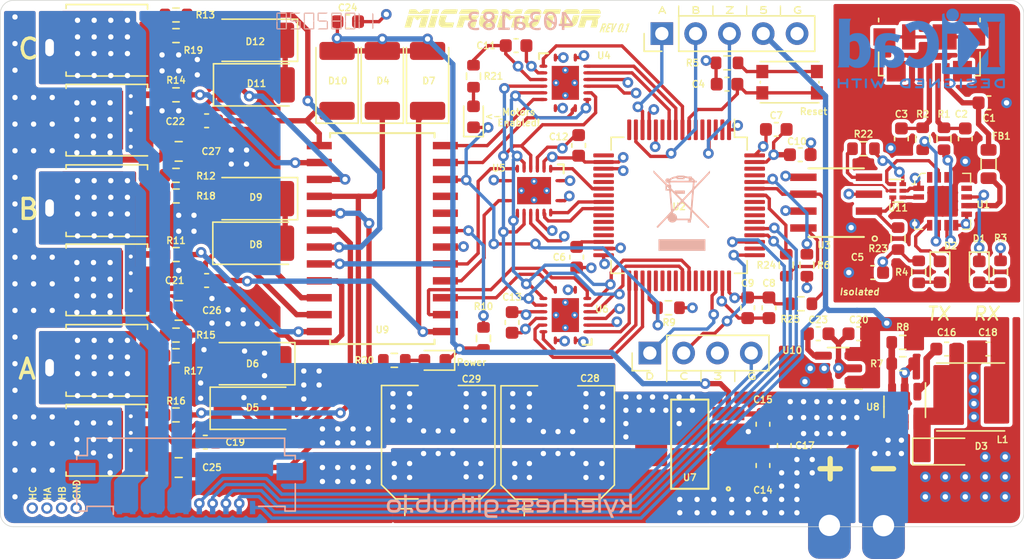
<source format=kicad_pcb>
(kicad_pcb (version 20171130) (host pcbnew "(5.1.8)-1")
  (layers (0 F.Cu signal) (1 In1.Cu power) (2 In2.Cu power) (31 B.Cu signal) (34 B.Paste user) (35 F.Paste user) (36 B.SilkS user) (37 F.SilkS user) (38 B.Mask user) (39 F.Mask user) (44 Edge.Cuts user))
  (net 0 "")
  (net 1 "Net-(C1-Pad1)")
  (net 2 GNDS)
  (net 3 "Net-(C2-Pad1)")
  (net 4 "Net-(C3-Pad1)")
  (net 5 "Net-(C4-Pad1)")
  (net 6 GND)
  (net 7 3v3Out)
  (net 8 "Net-(C6-Pad1)")
  (net 9 +3V3)
  (net 10 +VDC)
  (net 11 +10V)
  (net 12 "Net-(C16-Pad1)")
  (net 13 "Net-(C16-Pad2)")
  (net 14 5V_Out)
  (net 15 AHB)
  (net 16 MTR_A)
  (net 17 MTR_B)
  (net 18 BHB)
  (net 19 CHB)
  (net 20 MTR_C)
  (net 21 "Net-(C23-Pad2)")
  (net 22 "Net-(D1-Pad2)")
  (net 23 "Net-(D1-Pad1)")
  (net 24 "Net-(D2-Pad1)")
  (net 25 "Net-(D2-Pad2)")
  (net 26 "Net-(D5-Pad2)")
  (net 27 "Net-(D8-Pad2)")
  (net 28 "Net-(D11-Pad2)")
  (net 29 "Net-(FB1-Pad1)")
  (net 30 "Net-(J1-Pad4)")
  (net 31 "Net-(J1-Pad6)")
  (net 32 SWDIO)
  (net 33 SWCLK)
  (net 34 Encod_A)
  (net 35 Encod_B)
  (net 36 Encod_Z)
  (net 37 AHO)
  (net 38 ALO)
  (net 39 BHO)
  (net 40 BLO)
  (net 41 CHO)
  (net 42 CLO)
  (net 43 "Net-(R1-Pad2)")
  (net 44 "Net-(R2-Pad1)")
  (net 45 "Net-(R5-Pad2)")
  (net 46 "Net-(R6-Pad2)")
  (net 47 "Net-(R7-Pad2)")
  (net 48 DIS)
  (net 49 "Net-(R10-Pad2)")
  (net 50 "Net-(R11-Pad1)")
  (net 51 "Net-(R12-Pad1)")
  (net 52 "Net-(R13-Pad1)")
  (net 53 "Net-(R14-Pad1)")
  (net 54 "Net-(R15-Pad1)")
  (net 55 "Net-(R16-Pad1)")
  (net 56 RXD)
  (net 57 "Net-(U1-Pad15)")
  (net 58 "Net-(U1-Pad14)")
  (net 59 "Net-(U1-Pad16)")
  (net 60 "Net-(U1-Pad12)")
  (net 61 "Net-(U2-Pad2)")
  (net 62 "Net-(U2-Pad3)")
  (net 63 "Net-(U2-Pad5)")
  (net 64 "Net-(U2-Pad6)")
  (net 65 S_0)
  (net 66 S_1)
  (net 67 S_2)
  (net 68 S_3)
  (net 69 "Net-(U2-Pad20)")
  (net 70 "Net-(U2-Pad21)")
  (net 71 S_4)
  (net 72 S_5)
  (net 73 AHI)
  (net 74 ALI)
  (net 75 BHI)
  (net 76 CL_EN)
  (net 77 "Net-(U2-Pad37)")
  (net 78 "Net-(U2-Pad38)")
  (net 79 HALL_A)
  (net 80 HALL_B)
  (net 81 +PWM)
  (net 82 -PWM)
  (net 83 "Net-(U2-Pad43)")
  (net 84 "Net-(U2-Pad44)")
  (net 85 "Net-(U2-Pad45)")
  (net 86 "Net-(U2-Pad50)")
  (net 87 HALL_C)
  (net 88 "Net-(U2-Pad54)")
  (net 89 BLI)
  (net 90 CHI)
  (net 91 CLI)
  (net 92 USART1_TX)
  (net 93 USART1_RX)
  (net 94 AL_EN)
  (net 95 BL_EN)
  (net 96 "Net-(U4-Pad17)")
  (net 97 "Net-(U5-Pad17)")
  (net 98 "Net-(U6-Pad17)")
  (net 99 "Net-(U9-Pad8)")
  (net 100 "Net-(U9-Pad9)")
  (net 101 "Net-(U2-Pad26)")
  (net 102 "Net-(U2-Pad27)")
  (net 103 "Net-(U2-Pad28)")
  (net 104 "Net-(U2-Pad29)")
  (net 105 "Net-(U2-Pad55)")
  (net 106 "Net-(U2-Pad56)")
  (net 107 "Net-(U2-Pad57)")
  (net 108 "Net-(U2-Pad61)")
  (net 109 "Net-(U2-Pad62)")
  (net 110 "Net-(U2-Pad23)")
  (net 111 "Net-(U2-Pad11)")
  (net 112 "Net-(U2-Pad16)")
  (net 113 "Net-(U2-Pad17)")
  (net 114 "Net-(U2-Pad39)")
  (net 115 "Net-(U2-Pad40)")
  (net 116 "Net-(D13-Pad2)")
  (net 117 "Net-(D14-Pad2)")
  (net 118 "Net-(R22-Pad1)")
  (net 119 "Net-(R22-Pad2)")
  (net 120 "Net-(R24-Pad1)")
  (net 121 -RXD)
  (module kyleRhess_logos:muMotor_logo (layer F.Cu) (at 145.3 71.55)
    (fp_text reference G*** hide)
    (fp_text value LOGO hide)
  )
  (module kyleRhess_logos:11082020 (layer B.Cu) (at 131.9 71.75 180)
    (fp_text reference G*** hide)
    (fp_text value LOGO hide)
  )
  (module kyleRhess_logos:403a183 (layer B.Cu) (at 146.55 71.75 180)
    (fp_text reference G*** hide)
    (fp_text value LOGO hide)
  )
  (module kyleRhess_logos:kylerhess_github (layer B.Cu) (at 145.75 108.1 180)
    (fp_text reference G*** hide)
    (fp_text value LOGO hide)
  )
  (module kyleRhess_logos:rev_0p1 (layer F.Cu) (at 153.65 72.25)
    (fp_text reference G*** hide)
    (fp_text value LOGO hide)
  )
  (module kyleRhess_logos:logo_foxhound (layer B.Cu) (at 179.2 94.55 180)
    (fp_text reference G*** hide)
    (fp_text value LOGO hide)
  )
  (module Connector_Pin:Pin_D0.5mm_L6.5mm_W1.8mm_FlatFork (layer F.Cu) (at 113.2 108.35)
    (fp_text reference J8 hide)
    (fp_text value Conn_01x01_Male)
    (pad 1 thru_hole circle (at 0 0) (size 0.85 0.85) (drill 0.5) (layers *.Cu *.Mask) (net 6 GND))
  )
  (module Connector_Pin:Pin_D0.5mm_L6.5mm_W1.8mm_FlatFork (layer F.Cu) (at 112.1 108.35)
    (fp_text reference J8 hide)
    (fp_text value Conn_01x01_Male)
    (pad 1 thru_hole circle (at 0 0) (size 0.85 0.85) (drill 0.5) (layers *.Cu *.Mask) (net 80 HALL_B))
  )
  (module Connector_Pin:Pin_D0.5mm_L6.5mm_W1.8mm_FlatFork (layer F.Cu) (at 111 108.35)
    (fp_text reference J8 hide)
    (fp_text value Conn_01x01_Male)
    (pad 1 thru_hole circle (at 0 0) (size 0.85 0.85) (drill 0.5) (layers *.Cu *.Mask) (net 79 HALL_A))
  )
  (module Connector_Pin:Pin_D0.5mm_L6.5mm_W1.8mm_FlatFork (layer F.Cu) (at 109.9 108.35)
    (fp_text reference J8 hide)
    (fp_text value Conn_01x01_Male)
    (pad 1 thru_hole circle (at 0 0) (size 0.85 0.85) (drill 0.5) (layers *.Cu *.Mask) (net 87 HALL_C))
  )
  (module Symbol:KiCad-Logo2_5mm_Copper (layer B.Cu) (at 176.7 73.8 180)
    (fp_text reference REF** hide)
    (fp_text value KiCad-Logo2_5mm_Copper hide)
    (fp_poly (pts (xy -2.9464 2.510946) (xy -2.935535 2.397007) (xy -2.903918 2.289384) (xy -2.853015 2.190385) (xy -2.784293 2.102316) (xy -2.699219 2.027484) (xy -2.602232 1.969616) (xy -2.495964 1.929995) (xy -2.38895 1.911427) (xy -2.2833 1.912566) (xy -2.181125 1.93207) (xy -2.084534 1.968594) (xy -1.995638 2.020795) (xy -1.916546 2.087327) (xy -1.849369 2.166848) (xy -1.796217 2.258013) (xy -1.759199 2.359477) (xy -1.740427 2.469898) (xy -1.738489 2.519794) (xy -1.738489 2.607733) (xy -1.68656 2.607733) (xy -1.650253 2.604889) (xy -1.623355 2.593089) (xy -1.596249 2.569351) (xy -1.557867 2.530969) (xy -1.557867 0.339398) (xy -1.557876 0.077261) (xy -1.557908 -0.163241) (xy -1.557972 -0.383048) (xy -1.558076 -0.583101) (xy -1.558227 -0.764344) (xy -1.558434 -0.927716) (xy -1.558706 -1.07416) (xy -1.55905 -1.204617) (xy -1.559474 -1.320029) (xy -1.559987 -1.421338) (xy -1.560597 -1.509484) (xy -1.561312 -1.58541) (xy -1.56214 -1.650057) (xy -1.563089 -1.704367) (xy -1.564167 -1.74928) (xy -1.565383 -1.78574) (xy -1.566745 -1.814687) (xy -1.568261 -1.837063) (xy -1.569938 -1.853809) (xy -1.571786 -1.865868) (xy -1.573813 -1.87418) (xy -1.576025 -1.879687) (xy -1.577108 -1.881537) (xy -1.581271 -1.888549) (xy -1.584805 -1.894996) (xy -1.588635 -1.9009) (xy -1.593682 -1.906286) (xy -1.600871 -1.911178) (xy -1.611123 -1.915598) (xy -1.625364 -1.919572) (xy -1.644514 -1.923121) (xy -1.669499 -1.92627) (xy -1.70124 -1.929042) (xy -1.740662 -1.931461) (xy -1.788686 -1.933551) (xy -1.846237 -1.935335) (xy -1.914237 -1.936837) (xy -1.99361 -1.93808) (xy -2.085279 -1.939089) (xy -2.190166 -1.939885) (xy -2.309196 -1.940494) (xy -2.44329 -1.940939) (xy -2.593373 -1.941243) (xy -2.760367 -1.94143) (xy -2.945196 -1.941524) (xy -3.148783 -1.941548) (xy -3.37205 -1.941525) (xy -3.615922 -1.94148) (xy -3.881321 -1.941437) (xy -3.919704 -1.941432) (xy -4.186682 -1.941389) (xy -4.432002 -1.941318) (xy -4.656583 -1.941213) (xy -4.861345 -1.941066) (xy -5.047206 -1.940869) (xy -5.215088 -1.940616) (xy -5.365908 -1.9403) (xy -5.500587 -1.939913) (xy -5.620044 -1.939447) (xy -5.725199 -1.938897) (xy -5.816971 -1.938253) (xy -5.896279 -1.937511) (xy -5.964043 -1.936661) (xy -6.021182 -1.935697) (xy -6.068617 -1.934611) (xy -6.107266 -1.933397) (xy -6.138049 -1.932047) (xy -6.161885 -1.930555) (xy -6.179694 -1.928911) (xy -6.192395 -1.927111) (xy -6.200908 -1.925145) (xy -6.205266 -1.923477) (xy -6.213728 -1.919906) (xy -6.221497 -1.91727) (xy -6.228602 -1.914634) (xy -6.235073 -1.911062) (xy -6.240939 -1.905621) (xy -6.246229 -1.897375) (xy -6.250974 -1.88539) (xy -6.255202 -1.868731) (xy -6.258943 -1.846463) (xy -6.262227 -1.817652) (xy -6.265083 -1.781363) (xy -6.26754 -1.736661) (xy -6.269629 -1.682611) (xy -6.271378 -1.618279) (xy -6.272817 -1.54273) (xy -6.273976 -1.45503) (xy -6.274883 -1.354243) (xy -6.275569 -1.239434) (xy -6.276063 -1.10967) (xy -6.276395 -0.964015) (xy -6.276593 -0.801535) (xy -6.276687 -0.621295) (xy -6.276708 -0.42236) (xy -6.276685 -0.203796) (xy -6.276646 0.035332) (xy -6.276622 0.29596) (xy -6.276622 0.338111) (xy -6.276636 0.601008) (xy -6.276661 0.842268) (xy -6.276671 1.062835) (xy -6.276642 1.263648) (xy -6.276548 1.445651) (xy -6.276362 1.609784) (xy -6.276059 1.756989) (xy -6.275614 1.888208) (xy -6.275034 1.998133) (xy -5.972197 1.998133) (xy -5.932407 1.940289) (xy -5.921236 1.924521) (xy -5.911166 1.910559) (xy -5.902138 1.897216) (xy -5.894097 1.883307) (xy -5.886986 1.867644) (xy -5.880747 1.849042) (xy -5.875325 1.826314) (xy -5.870662 1.798273) (xy -5.866701 1.763733) (xy -5.863385 1.721508) (xy -5.860659 1.670411) (xy -5.858464 1.609256) (xy -5.856745 1.536856) (xy -5.855444 1.452025) (xy -5.854505 1.353578) (xy -5.85387 1.240326) (xy -5.853484 1.111084) (xy -5.853288 0.964666) (xy -5.853227 0.799884) (xy -5.853243 0.615553) (xy -5.85328 0.410487) (xy -5.853289 0.287867) (xy -5.853265 0.070918) (xy -5.853231 -0.124642) (xy -5.853243 -0.299999) (xy -5.853358 -0.456341) (xy -5.85363 -0.594857) (xy -5.854118 -0.716734) (xy -5.854876 -0.82316) (xy -5.855962 -0.915322) (xy -5.857431 -0.994409) (xy -5.85934 -1.061608) (xy -5.861744 -1.118107) (xy -5.864701 -1.165093) (xy -5.868266 -1.203755) (xy -5.872495 -1.23528) (xy -5.877446 -1.260855) (xy -5.883173 -1.28167) (xy -5.889733 -1.298911) (xy -5.897183 -1.313765) (xy -5.905579 -1.327422) (xy -5.914976 -1.341069) (xy -5.925432 -1.355893) (xy -5.931523 -1.364783) (xy -5.970296 -1.4224) (xy -5.438732 -1.4224) (xy -5.315483 -1.422365) (xy -5.212987 -1.422215) (xy -5.12942 -1.421878) (xy -5.062956 -1.421286) (xy -5.011771 -1.420367) (xy -4.974041 -1.419051) (xy -4.94794 -1.417269) (xy -4.931644 -1.414951) (xy -4.923328 -1.412026) (xy -4.921168 -1.408424) (xy -4.923339 -1.404075) (xy -4.924535 -1.402645) (xy -4.949685 -1.365573) (xy -4.975583 -1.312772) (xy -4.999192 -1.25077) (xy -5.007461 -1.224357) (xy -5.012078 -1.206416) (xy -5.015979 -1.185355) (xy -5.019248 -1.159089) (xy -5.021966 -1.125532) (xy -5.024215 -1.082599) (xy -5.026077 -1.028204) (xy -5.027636 -0.960262) (xy -5.028972 -0.876688) (xy -5.030169 -0.775395) (xy -5.031308 -0.6543) (xy -5.031685 -0.6096) (xy -5.032702 -0.484449) (xy -5.03346 -0.380082) (xy -5.033903 -0.294707) (xy -5.03397 -0.226533) (xy -5.033605 -0.173765) (xy -5.032748 -0.134614) (xy -5.031341 -0.107285) (xy -5.029325 -0.089986) (xy -5.026643 -0.080926) (xy -5.023236 -0.078312) (xy -5.019044 -0.080351) (xy -5.014571 -0.084667) (xy -5.004216 -0.097602) (xy -4.982158 -0.126676) (xy -4.949957 -0.169759) (xy -4.909174 -0.224718) (xy -4.86137 -0.289423) (xy -4.808105 -0.361742) (xy -4.75094 -0.439544) (xy -4.691437 -0.520698) (xy -4.631155 -0.603072) (xy -4.571655 -0.684536) (xy -4.514498 -0.762957) (xy -4.461245 -0.836204) (xy -4.413457 -0.902147) (xy -4.372693 -0.958654) (xy -4.340516 -1.003593) (xy -4.318485 -1.034834) (xy -4.313917 -1.041466) (xy -4.290996 -1.078369) (xy -4.264188 -1.126359) (xy -4.238789 -1.175897) (xy -4.235568 -1.182577) (xy -4.21389 -1.230772) (xy -4.201304 -1.268334) (xy -4.195574 -1.30416) (xy -4.194456 -1.3462) (xy -4.19509 -1.4224) (xy -3.040651 -1.4224) (xy -3.131815 -1.328669) (xy -3.178612 -1.278775) (xy -3.228899 -1.222295) (xy -3.274944 -1.168026) (xy -3.295369 -1.142673) (xy -3.325807 -1.103128) (xy -3.365862 -1.049916) (xy -3.414361 -0.984667) (xy -3.470135 -0.909011) (xy -3.532011 -0.824577) (xy -3.598819 -0.732994) (xy -3.669387 -0.635892) (xy -3.742545 -0.534901) (xy -3.817121 -0.43165) (xy -3.891944 -0.327768) (xy -3.965843 -0.224885) (xy -4.037646 -0.124631) (xy -4.106184 -0.028636) (xy -4.170284 0.061473) (xy -4.228775 0.144064) (xy -4.280486 0.217508) (xy -4.324247 0.280176) (xy -4.358885 0.330439) (xy -4.38323 0.366666) (xy -4.396111 0.387229) (xy -4.397869 0.391332) (xy -4.38991 0.402658) (xy -4.369115 0.429838) (xy -4.336847 0.471171) (xy -4.29447 0.524956) (xy -4.243347 0.589494) (xy -4.184841 0.663082) (xy -4.120314 0.744022) (xy -4.051131 0.830612) (xy -3.978653 0.921152) (xy -3.904246 1.01394) (xy -3.844517 1.088298) (xy -2.833511 1.088298) (xy -2.827602 1.075341) (xy -2.813272 1.053092) (xy -2.812225 1.051609) (xy -2.793438 1.021456) (xy -2.773791 0.984625) (xy -2.769892 0.976489) (xy -2.766356 0.96806) (xy -2.76323 0.957941) (xy -2.760486 0.94474) (xy -2.758092 0.927062) (xy -2.756019 0.903516) (xy -2.754235 0.872707) (xy -2.752712 0.833243) (xy -2.751419 0.783731) (xy -2.750326 0.722777) (xy -2.749403 0.648989) (xy -2.748619 0.560972) (xy -2.747945 0.457335) (xy -2.74735 0.336684) (xy -2.746805 0.197626) (xy -2.746279 0.038768) (xy -2.745745 -0.140089) (xy -2.745206 -0.325207) (xy -2.744772 -0.489145) (xy -2.744509 -0.633303) (xy -2.744484 -0.759079) (xy -2.744765 -0.867871) (xy -2.745419 -0.961077) (xy -2.746514 -1.040097) (xy -2.748118 -1.106328) (xy -2.750297 -1.16117) (xy -2.753119 -1.206021) (xy -2.756651 -1.242278) (xy -2.760961 -1.271341) (xy -2.766117 -1.294609) (xy -2.772185 -1.313479) (xy -2.779233 -1.329351) (xy -2.787329 -1.343622) (xy -2.79654 -1.357691) (xy -2.80504 -1.370158) (xy -2.822176 -1.396452) (xy -2.832322 -1.414037) (xy -2.833511 -1.417257) (xy -2.822604 -1.418334) (xy -2.791411 -1.419335) (xy -2.742223 -1.420235) (xy -2.677333 -1.42101) (xy -2.59903 -1.421637) (xy -2.509607 -1.422091) (xy -2.411356 -1.422349) (xy -2.342445 -1.4224) (xy -2.237452 -1.42218) (xy -2.14061 -1.421548) (xy -2.054107 -1.420549) (xy -1.980132 -1.419227) (xy -1.920874 -1.417626) (xy -1.87852 -1.415791) (xy -1.85526 -1.413765) (xy -1.851378 -1.412493) (xy -1.859076 -1.397591) (xy -1.867074 -1.38956) (xy -1.880246 -1.372434) (xy -1.897485 -1.342183) (xy -1.909407 -1.317622) (xy -1.936045 -1.258711) (xy -1.93912 -0.081845) (xy -1.942195 1.095022) (xy -2.387853 1.095022) (xy -2.48567 1.094858) (xy -2.576064 1.094389) (xy -2.65663 1.093653) (xy -2.724962 1.092684) (xy -2.778656 1.09152) (xy -2.815305 1.090197) (xy -2.832504 1.088751) (xy -2.833511 1.088298) (xy -3.844517 1.088298) (xy -3.82927 1.107278) (xy -3.75509 1.199463) (xy -3.683069 1.288796) (xy -3.614569 1.373576) (xy -3.550955 1.452102) (xy -3.493588 1.522674) (xy -3.443833 1.583591) (xy -3.403052 1.633153) (xy -3.385888 1.653822) (xy -3.299596 1.754484) (xy -3.222997 1.837741) (xy -3.154183 1.905562) (xy -3.091248 1.959911) (xy -3.081867 1.967278) (xy -3.042356 1.997883) (xy -4.174116 1.998133) (xy -4.168827 1.950156) (xy -4.17213 1.892812) (xy -4.193661 1.824537) (xy -4.233635 1.744788) (xy -4.278943 1.672505) (xy -4.295161 1.64986) (xy -4.323214 1.612304) (xy -4.36143 1.561979) (xy -4.408137 1.501027) (xy -4.461661 1.431589) (xy -4.520331 1.355806) (xy -4.582475 1.27582) (xy -4.646421 1.193772) (xy -4.710495 1.111804) (xy -4.773027 1.032057) (xy -4.832343 0.956673) (xy -4.886771 0.887793) (xy -4.934639 0.827558) (xy -4.974275 0.778111) (xy -5.004006 0.741592) (xy -5.022161 0.720142) (xy -5.02522 0.716844) (xy -5.028079 0.724851) (xy -5.030293 0.755145) (xy -5.031857 0.807444) (xy -5.032767 0.881469) (xy -5.03302 0.976937) (xy -5.032613 1.093566) (xy -5.031704 1.213555) (xy -5.030382 1.345667) (xy -5.028857 1.457406) (xy -5.026881 1.550975) (xy -5.024206 1.628581) (xy -5.020582 1.692426) (xy -5.015761 1.744717) (xy -5.009494 1.787656) (xy -5.001532 1.823449) (xy -4.991627 1.8543) (xy -4.979531 1.882414) (xy -4.964993 1.909995) (xy -4.950311 1.935034) (xy -4.912314 1.998133) (xy -5.972197 1.998133) (xy -6.275034 1.998133) (xy -6.275001 2.004383) (xy -6.274195 2.106456) (xy -6.27317 2.195367) (xy -6.2719 2.272059) (xy -6.27036 2.337473) (xy -6.268524 2.392551) (xy -6.266367 2.438235) (xy -6.263863 2.475466) (xy -6.260987 2.505187) (xy -6.257713 2.528338) (xy -6.254015 2.545861) (xy -6.249869 2.558699) (xy -6.245247 2.567792) (xy -6.240126 2.574082) (xy -6.234478 2.578512) (xy -6.228279 2.582022) (xy -6.221504 2.585555) (xy -6.215508 2.589124) (xy -6.210275 2.5917) (xy -6.202099 2.594028) (xy -6.189886 2.596122) (xy -6.172541 2.597993) (xy -6.148969 2.599653) (xy -6.118077 2.601116) (xy -6.078768 2.602392) (xy -6.02995 2.603496) (xy -5.970527 2.604439) (xy -5.899404 2.605233) (xy -5.815488 2.605891) (xy -5.717683 2.606425) (xy -5.604894 2.606847) (xy -5.476029 2.607171) (xy -5.329991 2.607408) (xy -5.165686 2.60757) (xy -4.98202 2.60767) (xy -4.777897 2.60772) (xy -4.566753 2.607733) (xy -2.9464 2.607733) (xy -2.9464 2.510946)) (layer B.Cu) (width 0.01))
    (fp_poly (pts (xy 0.328429 2.050929) (xy 0.48857 2.029755) (xy 0.65251 1.989615) (xy 0.822313 1.930111) (xy 1.000043 1.850846) (xy 1.01131 1.845301) (xy 1.069005 1.817275) (xy 1.120552 1.793198) (xy 1.162191 1.774751) (xy 1.190162 1.763614) (xy 1.199733 1.761067) (xy 1.21895 1.756059) (xy 1.223561 1.751853) (xy 1.218458 1.74142) (xy 1.202418 1.715132) (xy 1.177288 1.675743) (xy 1.144914 1.626009) (xy 1.107143 1.568685) (xy 1.065822 1.506524) (xy 1.022798 1.442282) (xy 0.979917 1.378715) (xy 0.939026 1.318575) (xy 0.901971 1.26462) (xy 0.8706 1.219603) (xy 0.846759 1.186279) (xy 0.832294 1.167403) (xy 0.830309 1.165213) (xy 0.820191 1.169862) (xy 0.79785 1.187038) (xy 0.76728 1.21356) (xy 0.751536 1.228036) (xy 0.655047 1.303318) (xy 0.548336 1.358759) (xy 0.432832 1.393859) (xy 0.309962 1.40812) (xy 0.240561 1.406949) (xy 0.119423 1.389788) (xy 0.010205 1.353906) (xy -0.087418 1.299041) (xy -0.173772 1.22493) (xy -0.249185 1.131312) (xy -0.313982 1.017924) (xy -0.351399 0.931333) (xy -0.395252 0.795634) (xy -0.427572 0.64815) (xy -0.448443 0.492686) (xy -0.457949 0.333044) (xy -0.456173 0.173027) (xy -0.443197 0.016439) (xy -0.419106 -0.132918) (xy -0.383982 -0.27124) (xy -0.337908 -0.394724) (xy -0.321627 -0.428978) (xy -0.25338 -0.543064) (xy -0.172921 -0.639557) (xy -0.08143 -0.71767) (xy 0.019911 -0.776617) (xy 0.12992 -0.815612) (xy 0.247415 -0.833868) (xy 0.288883 -0.835211) (xy 0.410441 -0.82429) (xy 0.530878 -0.791474) (xy 0.648666 -0.737439) (xy 0.762277 -0.662865) (xy 0.853685 -0.584539) (xy 0.900215 -0.540008) (xy 1.081483 -0.837271) (xy 1.12658 -0.911433) (xy 1.167819 -0.979646) (xy 1.203735 -1.039459) (xy 1.232866 -1.08842) (xy 1.25375 -1.124079) (xy 1.264924 -1.143984) (xy 1.266375 -1.147079) (xy 1.258146 -1.156718) (xy 1.232567 -1.173999) (xy 1.192873 -1.197283) (xy 1.142297 -1.224934) (xy 1.084074 -1.255315) (xy 1.021437 -1.28679) (xy 0.957621 -1.317722) (xy 0.89586 -1.346473) (xy 0.839388 -1.371408) (xy 0.791438 -1.390889) (xy 0.767986 -1.399318) (xy 0.634221 -1.437133) (xy 0.496327 -1.462136) (xy 0.348622 -1.47514) (xy 0.221833 -1.477468) (xy 0.153878 -1.476373) (xy 0.088277 -1.474275) (xy 0.030847 -1.471434) (xy -0.012597 -1.468106) (xy -0.026702 -1.466422) (xy -0.165716 -1.437587) (xy -0.307243 -1.392468) (xy -0.444725 -1.33375) (xy -0.571606 -1.26412) (xy -0.649111 -1.211441) (xy -0.776519 -1.103239) (xy -0.894822 -0.976671) (xy -1.001828 -0.834866) (xy -1.095348 -0.680951) (xy -1.17319 -0.518053) (xy -1.217044 -0.400756) (xy -1.267292 -0.217128) (xy -1.300791 -0.022581) (xy -1.317551 0.178675) (xy -1.317584 0.382432) (xy -1.300899 0.584479) (xy -1.267507 0.780608) (xy -1.21742 0.966609) (xy -1.213603 0.978197) (xy -1.150719 1.14025) (xy -1.073972 1.288168) (xy -0.980758 1.426135) (xy -0.868473 1.558339) (xy -0.824608 1.603601) (xy -0.688466 1.727543) (xy -0.548509 1.830085) (xy -0.402589 1.912344) (xy -0.248558 1.975436) (xy -0.084268 2.020477) (xy 0.011289 2.037967) (xy 0.170023 2.053534) (xy 0.328429 2.050929)) (layer B.Cu) (width 0.01))
    (fp_poly (pts (xy 2.673574 1.133448) (xy 2.825492 1.113433) (xy 2.960756 1.079798) (xy 3.080239 1.032275) (xy 3.184815 0.970595) (xy 3.262424 0.907035) (xy 3.331265 0.832901) (xy 3.385006 0.753129) (xy 3.42791 0.660909) (xy 3.443384 0.617839) (xy 3.456244 0.578858) (xy 3.467446 0.542711) (xy 3.47712 0.507566) (xy 3.485396 0.47159) (xy 3.492403 0.43295) (xy 3.498272 0.389815) (xy 3.503131 0.340351) (xy 3.50711 0.282727) (xy 3.51034 0.215109) (xy 3.512949 0.135666) (xy 3.515067 0.042564) (xy 3.516824 -0.066027) (xy 3.518349 -0.191942) (xy 3.519772 -0.337012) (xy 3.521025 -0.479778) (xy 3.522351 -0.635968) (xy 3.523556 -0.771239) (xy 3.524766 -0.887246) (xy 3.526106 -0.985645) (xy 3.5277 -1.068093) (xy 3.529675 -1.136246) (xy 3.532156 -1.19176) (xy 3.535269 -1.236292) (xy 3.539138 -1.271498) (xy 3.543889 -1.299034) (xy 3.549648 -1.320556) (xy 3.556539 -1.337722) (xy 3.564689 -1.352186) (xy 3.574223 -1.365606) (xy 3.585266 -1.379638) (xy 3.589566 -1.385071) (xy 3.605386 -1.40791) (xy 3.612422 -1.423463) (xy 3.612444 -1.423922) (xy 3.601567 -1.426121) (xy 3.570582 -1.428147) (xy 3.521957 -1.429942) (xy 3.458163 -1.431451) (xy 3.381669 -1.432616) (xy 3.294944 -1.43338) (xy 3.200457 -1.433686) (xy 3.18955 -1.433689) (xy 2.766657 -1.433689) (xy 2.763395 -1.337622) (xy 2.760133 -1.241556) (xy 2.698044 -1.292543) (xy 2.600714 -1.360057) (xy 2.490813 -1.414749) (xy 2.404349 -1.444978) (xy 2.335278 -1.459666) (xy 2.251925 -1.469659) (xy 2.162159 -1.474646) (xy 2.073845 -1.474313) (xy 1.994851 -1.468351) (xy 1.958622 -1.462638) (xy 1.818603 -1.424776) (xy 1.692178 -1.369932) (xy 1.58026 -1.298924) (xy 1.483762 -1.212568) (xy 1.4036 -1.111679) (xy 1.340687 -0.997076) (xy 1.296312 -0.870984) (xy 1.283978 -0.814401) (xy 1.276368 -0.752202) (xy 1.272739 -0.677363) (xy 1.272245 -0.643467) (xy 1.27231 -0.640282) (xy 2.032248 -0.640282) (xy 2.041541 -0.715333) (xy 2.069728 -0.77916) (xy 2.118197 -0.834798) (xy 2.123254 -0.839211) (xy 2.171548 -0.874037) (xy 2.223257 -0.89662) (xy 2.283989 -0.90854) (xy 2.359352 -0.911383) (xy 2.377459 -0.910978) (xy 2.431278 -0.908325) (xy 2.471308 -0.902909) (xy 2.506324 -0.892745) (xy 2.545103 -0.87585) (xy 2.555745 -0.870672) (xy 2.616396 -0.834844) (xy 2.663215 -0.792212) (xy 2.675952 -0.776973) (xy 2.720622 -0.720462) (xy 2.720622 -0.524586) (xy 2.720086 -0.445939) (xy 2.718396 -0.387988) (xy 2.715428 -0.348875) (xy 2.711057 -0.326741) (xy 2.706972 -0.320274) (xy 2.691047 -0.317111) (xy 2.657264 -0.314488) (xy 2.61034 -0.312655) (xy 2.554993 -0.311857) (xy 2.546106 -0.311842) (xy 2.42533 -0.317096) (xy 2.32266 -0.333263) (xy 2.236106 -0.360961) (xy 2.163681 -0.400808) (xy 2.108751 -0.447758) (xy 2.064204 -0.505645) (xy 2.03948 -0.568693) (xy 2.032248 -0.640282) (xy 1.27231 -0.640282) (xy 1.274178 -0.549712) (xy 1.282522 -0.470812) (xy 1.298768 -0.39959) (xy 1.324405 -0.328864) (xy 1.348401 -0.276493) (xy 1.40702 -0.181196) (xy 1.485117 -0.09317) (xy 1.580315 -0.014017) (xy 1.690238 0.05466) (xy 1.81251 0.111259) (xy 1.944755 0.154179) (xy 2.009422 0.169118) (xy 2.145604 0.191223) (xy 2.294049 0.205806) (xy 2.445505 0.212187) (xy 2.572064 0.210555) (xy 2.73395 0.203776) (xy 2.72653 0.262755) (xy 2.707238 0.361908) (xy 2.676104 0.442628) (xy 2.632269 0.505534) (xy 2.574871 0.551244) (xy 2.503048 0.580378) (xy 2.415941 0.593553) (xy 2.312686 0.591389) (xy 2.274711 0.587388) (xy 2.13352 0.56222) (xy 1.996707 0.521186) (xy 1.902178 0.483185) (xy 1.857018 0.46381) (xy 1.818585 0.44824) (xy 1.792234 0.438595) (xy 1.784546 0.436548) (xy 1.774802 0.445626) (xy 1.758083 0.474595) (xy 1.734232 0.523783) (xy 1.703093 0.593516) (xy 1.664507 0.684121) (xy 1.65791 0.699911) (xy 1.627853 0.772228) (xy 1.600874 0.837575) (xy 1.578136 0.893094) (xy 1.560806 0.935928) (xy 1.550048 0.963219) (xy 1.546941 0.972058) (xy 1.55694 0.976813) (xy 1.583217 0.98209) (xy 1.611489 0.985769) (xy 1.641646 0.990526) (xy 1.689433 0.999972) (xy 1.750612 1.01318) (xy 1.820946 1.029224) (xy 1.896194 1.04718) (xy 1.924755 1.054203) (xy 2.029816 1.079791) (xy 2.11748 1.099853) (xy 2.192068 1.115031) (xy 2.257903 1.125965) (xy 2.319307 1.133296) (xy 2.380602 1.137665) (xy 2.44611 1.139713) (xy 2.504128 1.140111) (xy 2.673574 1.133448)) (layer B.Cu) (width 0.01))
    (fp_poly (pts (xy 6.186507 0.527755) (xy 6.186526 0.293338) (xy 6.186552 0.080397) (xy 6.186625 -0.112168) (xy 6.186782 -0.285459) (xy 6.187064 -0.440576) (xy 6.187509 -0.57862) (xy 6.188156 -0.700692) (xy 6.189045 -0.807894) (xy 6.190213 -0.901326) (xy 6.191701 -0.98209) (xy 6.193546 -1.051286) (xy 6.195789 -1.110015) (xy 6.198469 -1.159379) (xy 6.201623 -1.200478) (xy 6.205292 -1.234413) (xy 6.209513 -1.262286) (xy 6.214327 -1.285198) (xy 6.219773 -1.304249) (xy 6.225888 -1.32054) (xy 6.232712 -1.335173) (xy 6.240285 -1.349249) (xy 6.248645 -1.363868) (xy 6.253839 -1.372974) (xy 6.288104 -1.433689) (xy 5.429955 -1.433689) (xy 5.429955 -1.337733) (xy 5.429224 -1.29437) (xy 5.427272 -1.261205) (xy 5.424463 -1.243424) (xy 5.423221 -1.241778) (xy 5.411799 -1.248662) (xy 5.389084 -1.266505) (xy 5.366385 -1.285879) (xy 5.3118 -1.326614) (xy 5.242321 -1.367617) (xy 5.16527 -1.405123) (xy 5.087965 -1.435364) (xy 5.057113 -1.445012) (xy 4.988616 -1.459578) (xy 4.905764 -1.469539) (xy 4.816371 -1.474583) (xy 4.728248 -1.474396) (xy 4.649207 -1.468666) (xy 4.611511 -1.462858) (xy 4.473414 -1.424797) (xy 4.346113 -1.367073) (xy 4.230292 -1.290211) (xy 4.126637 -1.194739) (xy 4.035833 -1.081179) (xy 3.969031 -0.970381) (xy 3.914164 -0.853625) (xy 3.872163 -0.734276) (xy 3.842167 -0.608283) (xy 3.823311 -0.471594) (xy 3.814732 -0.320158) (xy 3.814006 -0.242711) (xy 3.8161 -0.185934) (xy 4.645217 -0.185934) (xy 4.645424 -0.279002) (xy 4.648337 -0.366692) (xy 4.654 -0.443772) (xy 4.662455 -0.505009) (xy 4.665038 -0.51735) (xy 4.69684 -0.624633) (xy 4.738498 -0.711658) (xy 4.790363 -0.778642) (xy 4.852781 -0.825805) (xy 4.9261 -0.853365) (xy 5.010669 -0.861541) (xy 5.106835 -0.850551) (xy 5.170311 -0.834829) (xy 5.219454 -0.816639) (xy 5.273583 -0.790791) (xy 5.314244 -0.767089) (xy 5.3848 -0.720721) (xy 5.3848 0.42947) (xy 5.317392 0.473038) (xy 5.238867 0.51396) (xy 5.154681 0.540611) (xy 5.069557 0.552535) (xy 4.988216 0.549278) (xy 4.91538 0.530385) (xy 4.883426 0.514816) (xy 4.825501 0.471819) (xy 4.776544 0.415047) (xy 4.73539 0.342425) (xy 4.700874 0.251879) (xy 4.671833 0.141334) (xy 4.670552 0.135467) (xy 4.660381 0.073212) (xy 4.652739 -0.004594) (xy 4.64767 -0.09272) (xy 4.645217 -0.185934) (xy 3.8161 -0.185934) (xy 3.821857 -0.029895) (xy 3.843802 0.165941) (xy 3.879786 0.344668) (xy 3.929759 0.506155) (xy 3.993668 0.650274) (xy 4.071462 0.776894) (xy 4.163089 0.885885) (xy 4.268497 0.977117) (xy 4.313662 1.008068) (xy 4.414611 1.064215) (xy 4.517901 1.103826) (xy 4.627989 1.127986) (xy 4.74933 1.137781) (xy 4.841836 1.136735) (xy 4.97149 1.125769) (xy 5.084084 1.103954) (xy 5.182875 1.070286) (xy 5.271121 1.023764) (xy 5.319986 0.989552) (xy 5.349353 0.967638) (xy 5.371043 0.952667) (xy 5.379253 0.948267) (xy 5.380868 0.959096) (xy 5.382159 0.989749) (xy 5.383138 1.037474) (xy 5.383817 1.099521) (xy 5.38421 1.173138) (xy 5.38433 1.255573) (xy 5.384188 1.344075) (xy 5.383797 1.435893) (xy 5.383171 1.528276) (xy 5.38232 1.618472) (xy 5.38126 1.703729) (xy 5.380001 1.781297) (xy 5.378556 1.848424) (xy 5.376938 1.902359) (xy 5.375161 1.94035) (xy 5.374669 1.947333) (xy 5.367092 2.017749) (xy 5.355531 2.072898) (xy 5.337792 2.120019) (xy 5.311682 2.166353) (xy 5.305415 2.175933) (xy 5.280983 2.212622) (xy 6.186311 2.212622) (xy 6.186507 0.527755)) (layer B.Cu) (width 0.01))
    (fp_poly (pts (xy -2.273043 2.973429) (xy -2.176768 2.949191) (xy -2.090184 2.906359) (xy -2.015373 2.846581) (xy -1.954418 2.771506) (xy -1.909399 2.68278) (xy -1.883136 2.58647) (xy -1.877286 2.489205) (xy -1.89214 2.395346) (xy -1.92584 2.307489) (xy -1.976528 2.22823) (xy -2.042345 2.160164) (xy -2.121434 2.105888) (xy -2.211934 2.067998) (xy -2.2632 2.055574) (xy -2.307698 2.048053) (xy -2.341999 2.045081) (xy -2.37496 2.046906) (xy -2.415434 2.053775) (xy -2.448531 2.06075) (xy -2.541947 2.092259) (xy -2.625619 2.143383) (xy -2.697665 2.212571) (xy -2.7562 2.298272) (xy -2.770148 2.325511) (xy -2.786586 2.361878) (xy -2.796894 2.392418) (xy -2.80246 2.42455) (xy -2.804669 2.465693) (xy -2.804948 2.511778) (xy -2.800861 2.596135) (xy -2.787446 2.665414) (xy -2.762256 2.726039) (xy -2.722846 2.784433) (xy -2.684298 2.828698) (xy -2.612406 2.894516) (xy -2.537313 2.939947) (xy -2.454562 2.96715) (xy -2.376928 2.977424) (xy -2.273043 2.973429)) (layer B.Cu) (width 0.01))
    (fp_poly (pts (xy -6.121371 -2.269066) (xy -6.081889 -2.269467) (xy -5.9662 -2.272259) (xy -5.869311 -2.28055) (xy -5.787919 -2.295232) (xy -5.718723 -2.317193) (xy -5.65842 -2.347322) (xy -5.603708 -2.38651) (xy -5.584167 -2.403532) (xy -5.55175 -2.443363) (xy -5.52252 -2.497413) (xy -5.499991 -2.557323) (xy -5.487679 -2.614739) (xy -5.4864 -2.635956) (xy -5.494417 -2.694769) (xy -5.515899 -2.759013) (xy -5.546999 -2.819821) (xy -5.583866 -2.86833) (xy -5.589854 -2.874182) (xy -5.640579 -2.915321) (xy -5.696125 -2.947435) (xy -5.759696 -2.971365) (xy -5.834494 -2.987953) (xy -5.923722 -2.998041) (xy -6.030582 -3.002469) (xy -6.079528 -3.002845) (xy -6.141762 -3.002545) (xy -6.185528 -3.001292) (xy -6.214931 -2.998554) (xy -6.234079 -2.993801) (xy -6.247077 -2.986501) (xy -6.254045 -2.980267) (xy -6.260626 -2.972694) (xy -6.265788 -2.962924) (xy -6.269703 -2.94834) (xy -6.272543 -2.926326) (xy -6.27448 -2.894264) (xy -6.275684 -2.849536) (xy -6.276328 -2.789526) (xy -6.276583 -2.711617) (xy -6.276622 -2.635956) (xy -6.27687 -2.535041) (xy -6.276817 -2.454427) (xy -6.275857 -2.415822) (xy -6.129867 -2.415822) (xy -6.129867 -2.856089) (xy -6.036734 -2.856004) (xy -5.980693 -2.854396) (xy -5.921999 -2.850256) (xy -5.873028 -2.844464) (xy -5.871538 -2.844226) (xy -5.792392 -2.82509) (xy -5.731002 -2.795287) (xy -5.684305 -2.752878) (xy -5.654635 -2.706961) (xy -5.636353 -2.656026) (xy -5.637771 -2.6082) (xy -5.658988 -2.556933) (xy -5.700489 -2.503899) (xy -5.757998 -2.4646) (xy -5.83275 -2.438331) (xy -5.882708 -2.429035) (xy -5.939416 -2.422507) (xy -5.999519 -2.417782) (xy -6.050639 -2.415817) (xy -6.053667 -2.415808) (xy -6.129867 -2.415822) (xy -6.275857 -2.415822) (xy -6.27526 -2.391851) (xy -6.270998 -2.345055) (xy -6.26283 -2.311778) (xy -6.249556 -2.289759) (xy -6.229974 -2.276739) (xy -6.202883 -2.270457) (xy -6.167082 -2.268653) (xy -6.121371 -2.269066)) (layer B.Cu) (width 0.01))
    (fp_poly (pts (xy -4.712794 -2.269146) (xy -4.643386 -2.269518) (xy -4.590997 -2.270385) (xy -4.552847 -2.271946) (xy -4.526159 -2.274403) (xy -4.508153 -2.277957) (xy -4.496049 -2.28281) (xy -4.487069 -2.289161) (xy -4.483818 -2.292084) (xy -4.464043 -2.323142) (xy -4.460482 -2.358828) (xy -4.473491 -2.39051) (xy -4.479506 -2.396913) (xy -4.489235 -2.403121) (xy -4.504901 -2.40791) (xy -4.529408 -2.411514) (xy -4.565661 -2.414164) (xy -4.616565 -2.416095) (xy -4.685026 -2.417539) (xy -4.747617 -2.418418) (xy -4.995334 -2.421467) (xy -4.998719 -2.486378) (xy -5.002105 -2.551289) (xy -4.833958 -2.551289) (xy -4.760959 -2.551919) (xy -4.707517 -2.554553) (xy -4.670628 -2.560309) (xy -4.647288 -2.570304) (xy -4.634494 -2.585656) (xy -4.629242 -2.607482) (xy -4.628445 -2.627738) (xy -4.630923 -2.652592) (xy -4.640277 -2.670906) (xy -4.659383 -2.683637) (xy -4.691118 -2.691741) (xy -4.738359 -2.696176) (xy -4.803983 -2.697899) (xy -4.839801 -2.698045) (xy -5.000978 -2.698045) (xy -5.000978 -2.856089) (xy -4.752622 -2.856089) (xy -4.671213 -2.856202) (xy -4.609342 -2.856712) (xy -4.563968 -2.85787) (xy -4.532054 -2.85993) (xy -4.510559 -2.863146) (xy -4.496443 -2.867772) (xy -4.486668 -2.874059) (xy -4.481689 -2.878667) (xy -4.46461 -2.90556) (xy -4.459111 -2.929467) (xy -4.466963 -2.958667) (xy -4.481689 -2.980267) (xy -4.489546 -2.987066) (xy -4.499688 -2.992346) (xy -4.514844 -2.996298) (xy -4.537741 -2.999113) (xy -4.571109 -3.000982) (xy -4.617675 -3.002098) (xy -4.680167 -3.002651) (xy -4.761314 -3.002833) (xy -4.803422 -3.002845) (xy -4.893598 -3.002765) (xy -4.963924 -3.002398) (xy -5.017129 -3.001552) (xy -5.05594 -3.000036) (xy -5.083087 -2.997659) (xy -5.101298 -2.994229) (xy -5.1133 -2.989554) (xy -5.121822 -2.983444) (xy -5.125156 -2.980267) (xy -5.131755 -2.97267) (xy -5.136927 -2.96287) (xy -5.140846 -2.948239) (xy -5.143684 -2.926152) (xy -5.145615 -2.893982) (xy -5.146812 -2.849103) (xy -5.147448 -2.788889) (xy -5.147697 -2.710713) (xy -5.147734 -2.637923) (xy -5.1477 -2.544707) (xy -5.147465 -2.471431) (xy -5.14683 -2.415458) (xy -5.145594 -2.374151) (xy -5.143556 -2.344872) (xy -5.140517 -2.324984) (xy -5.136277 -2.31185) (xy -5.130635 -2.302832) (xy -5.123391 -2.295293) (xy -5.121606 -2.293612) (xy -5.112945 -2.286172) (xy -5.102882 -2.280409) (xy -5.088625 -2.276112) (xy -5.067383 -2.273064) (xy -5.036364 -2.271051) (xy -4.992777 -2.26986) (xy -4.933831 -2.269275) (xy -4.856734 -2.269083) (xy -4.802001 -2.269067) (xy -4.712794 -2.269146)) (layer B.Cu) (width 0.01))
    (fp_poly (pts (xy -3.691703 -2.270351) (xy -3.616888 -2.275581) (xy -3.547306 -2.28375) (xy -3.487002 -2.29455) (xy -3.44002 -2.307673) (xy -3.410406 -2.322813) (xy -3.40586 -2.327269) (xy -3.390054 -2.36185) (xy -3.394847 -2.397351) (xy -3.419364 -2.427725) (xy -3.420534 -2.428596) (xy -3.434954 -2.437954) (xy -3.450008 -2.442876) (xy -3.471005 -2.443473) (xy -3.503257 -2.439861) (xy -3.552073 -2.432154) (xy -3.556 -2.431505) (xy -3.628739 -2.422569) (xy -3.707217 -2.418161) (xy -3.785927 -2.418119) (xy -3.859361 -2.422279) (xy -3.922011 -2.430479) (xy -3.96837 -2.442557) (xy -3.971416 -2.443771) (xy -4.005048 -2.462615) (xy -4.016864 -2.481685) (xy -4.007614 -2.500439) (xy -3.978047 -2.518337) (xy -3.928911 -2.534837) (xy -3.860957 -2.549396) (xy -3.815645 -2.556406) (xy -3.721456 -2.569889) (xy -3.646544 -2.582214) (xy -3.587717 -2.594449) (xy -3.541785 -2.607661) (xy -3.505555 -2.622917) (xy -3.475838 -2.641285) (xy -3.449442 -2.663831) (xy -3.42823 -2.685971) (xy -3.403065 -2.716819) (xy -3.390681 -2.743345) (xy -3.386808 -2.776026) (xy -3.386667 -2.787995) (xy -3.389576 -2.827712) (xy -3.401202 -2.857259) (xy -3.421323 -2.883486) (xy -3.462216 -2.923576) (xy -3.507817 -2.954149) (xy -3.561513 -2.976203) (xy -3.626692 -2.990735) (xy -3.706744 -2.998741) (xy -3.805057 -3.001218) (xy -3.821289 -3.001177) (xy -3.886849 -2.999818) (xy -3.951866 -2.99673) (xy -4.009252 -2.992356) (xy -4.051922 -2.98714) (xy -4.055372 -2.986541) (xy -4.097796 -2.976491) (xy -4.13378 -2.963796) (xy -4.15415 -2.95219) (xy -4.173107 -2.921572) (xy -4.174427 -2.885918) (xy -4.158085 -2.854144) (xy -4.154429 -2.850551) (xy -4.139315 -2.839876) (xy -4.120415 -2.835276) (xy -4.091162 -2.836059) (xy -4.055651 -2.840127) (xy -4.01597 -2.843762) (xy -3.960345 -2.846828) (xy -3.895406 -2.849053) (xy -3.827785 -2.850164) (xy -3.81 -2.850237) (xy -3.742128 -2.849964) (xy -3.692454 -2.848646) (xy -3.65661 -2.845827) (xy -3.630224 -2.84105) (xy -3.608926 -2.833857) (xy -3.596126 -2.827867) (xy -3.568 -2.811233) (xy -3.550068 -2.796168) (xy -3.547447 -2.791897) (xy -3.552976 -2.774263) (xy -3.57926 -2.757192) (xy -3.624478 -2.741458) (xy -3.686808 -2.727838) (xy -3.705171 -2.724804) (xy -3.80109 -2.709738) (xy -3.877641 -2.697146) (xy -3.93778 -2.686111) (xy -3.98446 -2.67572) (xy -4.020637 -2.665056) (xy -4.049265 -2.653205) (xy -4.073298 -2.639251) (xy -4.095692 -2.622281) (xy -4.119402 -2.601378) (xy -4.12738 -2.594049) (xy -4.155353 -2.566699) (xy -4.17016 -2.545029) (xy -4.175952 -2.520232) (xy -4.176889 -2.488983) (xy -4.166575 -2.427705) (xy -4.135752 -2.37564) (xy -4.084595 -2.332958) (xy -4.013283 -2.299825) (xy -3.9624 -2.284964) (xy -3.9071 -2.275366) (xy -3.840853 -2.269936) (xy -3.767706 -2.268367) (xy -3.691703 -2.270351)) (layer B.Cu) (width 0.01))
    (fp_poly (pts (xy -2.923822 -2.291645) (xy -2.917242 -2.299218) (xy -2.912079 -2.308987) (xy -2.908164 -2.323571) (xy -2.905324 -2.345585) (xy -2.903387 -2.377648) (xy -2.902183 -2.422375) (xy -2.901539 -2.482385) (xy -2.901284 -2.560294) (xy -2.901245 -2.635956) (xy -2.901314 -2.729802) (xy -2.901638 -2.803689) (xy -2.902386 -2.860232) (xy -2.903732 -2.902049) (xy -2.905846 -2.931757) (xy -2.9089 -2.951973) (xy -2.913066 -2.965314) (xy -2.918516 -2.974398) (xy -2.923822 -2.980267) (xy -2.956826 -2.999947) (xy -2.991991 -2.998181) (xy -3.023455 -2.976717) (xy -3.030684 -2.968337) (xy -3.036334 -2.958614) (xy -3.040599 -2.944861) (xy -3.043673 -2.924389) (xy -3.045752 -2.894512) (xy -3.04703 -2.852541) (xy -3.047701 -2.795789) (xy -3.047959 -2.721567) (xy -3.048 -2.637537) (xy -3.048 -2.324485) (xy -3.020291 -2.296776) (xy -2.986137 -2.273463) (xy -2.953006 -2.272623) (xy -2.923822 -2.291645)) (layer B.Cu) (width 0.01))
    (fp_poly (pts (xy -1.950081 -2.274599) (xy -1.881565 -2.286095) (xy -1.828943 -2.303967) (xy -1.794708 -2.327499) (xy -1.785379 -2.340924) (xy -1.775893 -2.372148) (xy -1.782277 -2.400395) (xy -1.80243 -2.427182) (xy -1.833745 -2.439713) (xy -1.879183 -2.438696) (xy -1.914326 -2.431906) (xy -1.992419 -2.418971) (xy -2.072226 -2.417742) (xy -2.161555 -2.428241) (xy -2.186229 -2.43269) (xy -2.269291 -2.456108) (xy -2.334273 -2.490945) (xy -2.380461 -2.536604) (xy -2.407145 -2.592494) (xy -2.412663 -2.621388) (xy -2.409051 -2.680012) (xy -2.385729 -2.731879) (xy -2.344824 -2.775978) (xy -2.288459 -2.811299) (xy -2.21876 -2.836829) (xy -2.137852 -2.851559) (xy -2.04786 -2.854478) (xy -1.95091 -2.844575) (xy -1.945436 -2.843641) (xy -1.906875 -2.836459) (xy -1.885494 -2.829521) (xy -1.876227 -2.819227) (xy -1.874006 -2.801976) (xy -1.873956 -2.792841) (xy -1.873956 -2.754489) (xy -1.942431 -2.754489) (xy -2.0029 -2.750347) (xy -2.044165 -2.737147) (xy -2.068175 -2.71373) (xy -2.076877 -2.678936) (xy -2.076983 -2.674394) (xy -2.071892 -2.644654) (xy -2.054433 -2.623419) (xy -2.021939 -2.609366) (xy -1.971743 -2.601173) (xy -1.923123 -2.598161) (xy -1.852456 -2.596433) (xy -1.801198 -2.59907) (xy -1.766239 -2.6088) (xy -1.74447 -2.628353) (xy -1.73278 -2.660456) (xy -1.72806 -2.707838) (xy -1.7272 -2.770071) (xy -1.728609 -2.839535) (xy -1.732848 -2.886786) (xy -1.739936 -2.912012) (xy -1.741311 -2.913988) (xy -1.780228 -2.945508) (xy -1.837286 -2.97047) (xy -1.908869 -2.98834) (xy -1.991358 -2.998586) (xy -2.081139 -3.000673) (xy -2.174592 -2.994068) (xy -2.229556 -2.985956) (xy -2.315766 -2.961554) (xy -2.395892 -2.921662) (xy -2.462977 -2.869887) (xy -2.473173 -2.859539) (xy -2.506302 -2.816035) (xy -2.536194 -2.762118) (xy -2.559357 -2.705592) (xy -2.572298 -2.654259) (xy -2.573858 -2.634544) (xy -2.567218 -2.593419) (xy -2.549568 -2.542252) (xy -2.524297 -2.488394) (xy -2.494789 -2.439195) (xy -2.468719 -2.406334) (xy -2.407765 -2.357452) (xy -2.328969 -2.318545) (xy -2.235157 -2.290494) (xy -2.12915 -2.274179) (xy -2.032 -2.270192) (xy -1.950081 -2.274599)) (layer B.Cu) (width 0.01))
    (fp_poly (pts (xy -1.300114 -2.273448) (xy -1.276548 -2.287273) (xy -1.245735 -2.309881) (xy -1.206078 -2.342338) (xy -1.15598 -2.385708) (xy -1.093843 -2.441058) (xy -1.018072 -2.509451) (xy -0.931334 -2.588084) (xy -0.750711 -2.751878) (xy -0.745067 -2.532029) (xy -0.743029 -2.456351) (xy -0.741063 -2.399994) (xy -0.738734 -2.359706) (xy -0.735606 -2.332235) (xy -0.731245 -2.314329) (xy -0.725216 -2.302737) (xy -0.717084 -2.294208) (xy -0.712772 -2.290623) (xy -0.678241 -2.27167) (xy -0.645383 -2.274441) (xy -0.619318 -2.290633) (xy -0.592667 -2.312199) (xy -0.589352 -2.627151) (xy -0.588435 -2.719779) (xy -0.587968 -2.792544) (xy -0.588113 -2.848161) (xy -0.589032 -2.889342) (xy -0.590887 -2.918803) (xy -0.593839 -2.939255) (xy -0.59805 -2.953413) (xy -0.603682 -2.963991) (xy -0.609927 -2.972474) (xy -0.623439 -2.988207) (xy -0.636883 -2.998636) (xy -0.652124 -3.002639) (xy -0.671026 -2.999094) (xy -0.695455 -2.986879) (xy -0.727273 -2.964871) (xy -0.768348 -2.931949) (xy -0.820542 -2.886991) (xy -0.885722 -2.828875) (xy -0.959556 -2.762099) (xy -1.224845 -2.521458) (xy -1.230489 -2.740589) (xy -1.232531 -2.816128) (xy -1.234502 -2.872354) (xy -1.236839 -2.912524) (xy -1.239981 -2.939896) (xy -1.244364 -2.957728) (xy -1.250424 -2.969279) (xy -1.2586 -2.977807) (xy -1.262784 -2.981282) (xy -1.299765 -3.000372) (xy -1.334708 -2.997493) (xy -1.365136 -2.9731) (xy -1.372097 -2.963286) (xy -1.377523 -2.951826) (xy -1.381603 -2.935968) (xy -1.384529 -2.912963) (xy -1.386492 -2.880062) (xy -1.387683 -2.834516) (xy -1.388292 -2.773573) (xy -1.388511 -2.694486) (xy -1.388534 -2.635956) (xy -1.38846 -2.544407) (xy -1.388113 -2.472687) (xy -1.387301 -2.418045) (xy -1.385833 -2.377732) (xy -1.383519 -2.348998) (xy -1.380167 -2.329093) (xy -1.375588 -2.315268) (xy -1.369589 -2.304772) (xy -1.365136 -2.298811) (xy -1.35385 -2.284691) (xy -1.343301 -2.274029) (xy -1.331893 -2.267892) (xy -1.31803 -2.267343) (xy -1.300114 -2.273448)) (layer B.Cu) (width 0.01))
    (fp_poly (pts (xy 0.230343 -2.26926) (xy 0.306701 -2.270174) (xy 0.365217 -2.272311) (xy 0.408255 -2.276175) (xy 0.438183 -2.282267) (xy 0.457368 -2.29109) (xy 0.468176 -2.303146) (xy 0.472973 -2.318939) (xy 0.474127 -2.33897) (xy 0.474133 -2.341335) (xy 0.473131 -2.363992) (xy 0.468396 -2.381503) (xy 0.457333 -2.394574) (xy 0.437348 -2.403913) (xy 0.405846 -2.410227) (xy 0.360232 -2.414222) (xy 0.297913 -2.416606) (xy 0.216293 -2.418086) (xy 0.191277 -2.418414) (xy -0.0508 -2.421467) (xy -0.054186 -2.486378) (xy -0.057571 -2.551289) (xy 0.110576 -2.551289) (xy 0.176266 -2.551531) (xy 0.223172 -2.552556) (xy 0.255083 -2.554811) (xy 0.275791 -2.558742) (xy 0.289084 -2.564798) (xy 0.298755 -2.573424) (xy 0.298817 -2.573493) (xy 0.316356 -2.607112) (xy 0.315722 -2.643448) (xy 0.297314 -2.674423) (xy 0.293671 -2.677607) (xy 0.280741 -2.685812) (xy 0.263024 -2.691521) (xy 0.23657 -2.695162) (xy 0.197432 -2.697167) (xy 0.141662 -2.697964) (xy 0.105994 -2.698045) (xy -0.056445 -2.698045) (xy -0.056445 -2.856089) (xy 0.190161 -2.856089) (xy 0.27158 -2.856231) (xy 0.33341 -2.856814) (xy 0.378637 -2.858068) (xy 0.410248 -2.860227) (xy 0.431231 -2.863523) (xy 0.444573 -2.868189) (xy 0.453261 -2.874457) (xy 0.45545 -2.876733) (xy 0.471614 -2.90828) (xy 0.472797 -2.944168) (xy 0.459536 -2.975285) (xy 0.449043 -2.985271) (xy 0.438129 -2.990769) (xy 0.421217 -2.995022) (xy 0.395633 -2.99818) (xy 0.358701 -3.000392) (xy 0.307746 -3.001806) (xy 0.240094 -3.002572) (xy 0.153069 -3.002838) (xy 0.133394 -3.002845) (xy 0.044911 -3.002787) (xy -0.023773 -3.002467) (xy -0.075436 -3.001667) (xy -0.112855 -3.000167) (xy -0.13881 -2.997749) (xy -0.156078 -2.994194) (xy -0.167438 -2.989282) (xy -0.175668 -2.982795) (xy -0.180183 -2.978138) (xy -0.186979 -2.969889) (xy -0.192288 -2.959669) (xy -0.196294 -2.9448) (xy -0.199179 -2.922602) (xy -0.201126 -2.890393) (xy -0.202319 -2.845496) (xy -0.202939 -2.785228) (xy -0.203171 -2.706911) (xy -0.2032 -2.640994) (xy -0.203129 -2.548628) (xy -0.202792 -2.476117) (xy -0.202002 -2.420737) (xy -0.200574 -2.379765) (xy -0.198321 -2.350478) (xy -0.195057 -2.330153) (xy -0.190596 -2.316066) (xy -0.184752 -2.305495) (xy -0.179803 -2.298811) (xy -0.156406 -2.269067) (xy 0.133774 -2.269067) (xy 0.230343 -2.26926)) (layer B.Cu) (width 0.01))
    (fp_poly (pts (xy 1.018309 -2.269275) (xy 1.147288 -2.273636) (xy 1.256991 -2.286861) (xy 1.349226 -2.309741) (xy 1.425802 -2.34307) (xy 1.488527 -2.387638) (xy 1.539212 -2.444236) (xy 1.579663 -2.513658) (xy 1.580459 -2.515351) (xy 1.604601 -2.577483) (xy 1.613203 -2.632509) (xy 1.606231 -2.687887) (xy 1.583654 -2.751073) (xy 1.579372 -2.760689) (xy 1.550172 -2.816966) (xy 1.517356 -2.860451) (xy 1.475002 -2.897417) (xy 1.41719 -2.934135) (xy 1.413831 -2.936052) (xy 1.363504 -2.960227) (xy 1.306621 -2.978282) (xy 1.239527 -2.990839) (xy 1.158565 -2.998522) (xy 1.060082 -3.001953) (xy 1.025286 -3.002251) (xy 0.859594 -3.002845) (xy 0.836197 -2.9731) (xy 0.829257 -2.963319) (xy 0.823842 -2.951897) (xy 0.819765 -2.936095) (xy 0.816837 -2.913175) (xy 0.814867 -2.880396) (xy 0.814225 -2.856089) (xy 0.970844 -2.856089) (xy 1.064726 -2.856089) (xy 1.119664 -2.854483) (xy 1.17606 -2.850255) (xy 1.222345 -2.844292) (xy 1.225139 -2.84379) (xy 1.307348 -2.821736) (xy 1.371114 -2.7886) (xy 1.418452 -2.742847) (xy 1.451382 -2.682939) (xy 1.457108 -2.667061) (xy 1.462721 -2.642333) (xy 1.460291 -2.617902) (xy 1.448467 -2.5854) (xy 1.44134 -2.569434) (xy 1.418 -2.527006) (xy 1.38988 -2.49724) (xy 1.35894 -2.476511) (xy 1.296966 -2.449537) (xy 1.217651 -2.429998) (xy 1.125253 -2.418746) (xy 1.058333 -2.41627) (xy 0.970844 -2.415822) (xy 0.970844 -2.856089) (xy 0.814225 -2.856089) (xy 0.813668 -2.835021) (xy 0.81305 -2.774311) (xy 0.812825 -2.695526) (xy 0.8128 -2.63392) (xy 0.8128 -2.324485) (xy 0.840509 -2.296776) (xy 0.852806 -2.285544) (xy 0.866103 -2.277853) (xy 0.884672 -2.27304) (xy 0.912786 -2.270446) (xy 0.954717 -2.26941) (xy 1.014737 -2.26927) (xy 1.018309 -2.269275)) (layer B.Cu) (width 0.01))
    (fp_poly (pts (xy 3.744665 -2.271034) (xy 3.764255 -2.278035) (xy 3.76501 -2.278377) (xy 3.791613 -2.298678) (xy 3.80627 -2.319561) (xy 3.809138 -2.329352) (xy 3.808996 -2.342361) (xy 3.804961 -2.360895) (xy 3.796146 -2.387257) (xy 3.781669 -2.423752) (xy 3.760645 -2.472687) (xy 3.732188 -2.536365) (xy 3.695415 -2.617093) (xy 3.675175 -2.661216) (xy 3.638625 -2.739985) (xy 3.604315 -2.812423) (xy 3.573552 -2.87588) (xy 3.547648 -2.927708) (xy 3.52791 -2.965259) (xy 3.51565 -2.985884) (xy 3.513224 -2.988733) (xy 3.482183 -3.001302) (xy 3.447121 -2.999619) (xy 3.419 -2.984332) (xy 3.417854 -2.983089) (xy 3.406668 -2.966154) (xy 3.387904 -2.93317) (xy 3.363875 -2.88838) (xy 3.336897 -2.836032) (xy 3.327201 -2.816742) (xy 3.254014 -2.67015) (xy 3.17424 -2.829393) (xy 3.145767 -2.884415) (xy 3.11935 -2.932132) (xy 3.097148 -2.968893) (xy 3.081319 -2.991044) (xy 3.075954 -2.995741) (xy 3.034257 -3.002102) (xy 2.999849 -2.988733) (xy 2.989728 -2.974446) (xy 2.972214 -2.942692) (xy 2.948735 -2.896597) (xy 2.92072 -2.839285) (xy 2.889599 -2.77388) (xy 2.856799 -2.703507) (xy 2.82375 -2.631291) (xy 2.791881 -2.560355) (xy 2.762619 -2.493825) (xy 2.737395 -2.434826) (xy 2.717636 -2.386481) (xy 2.704772 -2.351915) (xy 2.700231 -2.334253) (xy 2.700277 -2.333613) (xy 2.711326 -2.311388) (xy 2.73341 -2.288753) (xy 2.73471 -2.287768) (xy 2.761853 -2.272425) (xy 2.786958 -2.272574) (xy 2.796368 -2.275466) (xy 2.807834 -2.281718) (xy 2.82001 -2.294014) (xy 2.834357 -2.314908) (xy 2.852336 -2.346949) (xy 2.875407 -2.392688) (xy 2.90503 -2.454677) (xy 2.931745 -2.511898) (xy 2.96248 -2.578226) (xy 2.990021 -2.637874) (xy 3.012938 -2.687725) (xy 3.029798 -2.724664) (xy 3.039173 -2.745573) (xy 3.04054 -2.748845) (xy 3.046689 -2.743497) (xy 3.060822 -2.721109) (xy 3.081057 -2.684946) (xy 3.105515 -2.638277) (xy 3.115248 -2.619022) (xy 3.148217 -2.554004) (xy 3.173643 -2.506654) (xy 3.193612 -2.474219) (xy 3.21021 -2.453946) (xy 3.225524 -2.443082) (xy 3.24164 -2.438875) (xy 3.252143 -2.4384) (xy 3.27067 -2.440042) (xy 3.286904 -2.446831) (xy 3.303035 -2.461566) (xy 3.321251 -2.487044) (xy 3.343739 -2.526061) (xy 3.372689 -2.581414) (xy 3.388662 -2.612903) (xy 3.41457 -2.663087) (xy 3.437167 -2.704704) (xy 3.454458 -2.734242) (xy 3.46445 -2.748189) (xy 3.465809 -2.74877) (xy 3.472261 -2.737793) (xy 3.486708 -2.70929) (xy 3.507703 -2.666244) (xy 3.533797 -2.611638) (xy 3.563546 -2.548454) (xy 3.57818 -2.517071) (xy 3.61625 -2.436078) (xy 3.646905 -2.373756) (xy 3.671737 -2.328071) (xy 3.692337 -2.296989) (xy 3.710298 -2.278478) (xy 3.72721 -2.270504) (xy 3.744665 -2.271034)) (layer B.Cu) (width 0.01))
    (fp_poly (pts (xy 4.188614 -2.275877) (xy 4.212327 -2.290647) (xy 4.238978 -2.312227) (xy 4.238978 -2.633773) (xy 4.238893 -2.72783) (xy 4.238529 -2.801932) (xy 4.237724 -2.858704) (xy 4.236313 -2.900768) (xy 4.234133 -2.930748) (xy 4.231021 -2.951267) (xy 4.226814 -2.964949) (xy 4.221348 -2.974416) (xy 4.217472 -2.979082) (xy 4.186034 -2.999575) (xy 4.150233 -2.998739) (xy 4.118873 -2.981264) (xy 4.092222 -2.959684) (xy 4.092222 -2.312227) (xy 4.118873 -2.290647) (xy 4.144594 -2.274949) (xy 4.1656 -2.269067) (xy 4.188614 -2.275877)) (layer B.Cu) (width 0.01))
    (fp_poly (pts (xy 4.963065 -2.269163) (xy 5.041772 -2.269542) (xy 5.102863 -2.270333) (xy 5.148817 -2.27167) (xy 5.182114 -2.273683) (xy 5.205236 -2.276506) (xy 5.220662 -2.280269) (xy 5.230871 -2.285105) (xy 5.235813 -2.288822) (xy 5.261457 -2.321358) (xy 5.264559 -2.355138) (xy 5.248711 -2.385826) (xy 5.238348 -2.398089) (xy 5.227196 -2.40645) (xy 5.211035 -2.411657) (xy 5.185642 -2.414457) (xy 5.146798 -2.415596) (xy 5.09028 -2.415821) (xy 5.07918 -2.415822) (xy 4.933244 -2.415822) (xy 4.933244 -2.686756) (xy 4.933148 -2.772154) (xy 4.932711 -2.837864) (xy 4.931712 -2.886774) (xy 4.929928 -2.921773) (xy 4.927137 -2.945749) (xy 4.923117 -2.961593) (xy 4.917645 -2.972191) (xy 4.910666 -2.980267) (xy 4.877734 -3.000112) (xy 4.843354 -2.998548) (xy 4.812176 -2.975906) (xy 4.809886 -2.9731) (xy 4.802429 -2.962492) (xy 4.796747 -2.950081) (xy 4.792601 -2.93285) (xy 4.78975 -2.907784) (xy 4.787954 -2.871867) (xy 4.786972 -2.822083) (xy 4.786564 -2.755417) (xy 4.786489 -2.679589) (xy 4.786489 -2.415822) (xy 4.647127 -2.415822) (xy 4.587322 -2.415418) (xy 4.545918 -2.41384) (xy 4.518748 -2.410547) (xy 4.501646 -2.404992) (xy 4.490443 -2.396631) (xy 4.489083 -2.395178) (xy 4.472725 -2.361939) (xy 4.474172 -2.324362) (xy 4.492978 -2.291645) (xy 4.50025 -2.285298) (xy 4.509627 -2.280266) (xy 4.523609 -2.276396) (xy 4.544696 -2.273537) (xy 4.575389 -2.271535) (xy 4.618189 -2.270239) (xy 4.675595 -2.269498) (xy 4.75011 -2.269158) (xy 4.844233 -2.269068) (xy 4.86426 -2.269067) (xy 4.963065 -2.269163)) (layer B.Cu) (width 0.01))
    (fp_poly (pts (xy 6.228823 -2.274533) (xy 6.260202 -2.296776) (xy 6.287911 -2.324485) (xy 6.287911 -2.63392) (xy 6.287838 -2.725799) (xy 6.287495 -2.79784) (xy 6.286692 -2.85278) (xy 6.285241 -2.89336) (xy 6.282952 -2.922317) (xy 6.279636 -2.942391) (xy 6.275105 -2.956321) (xy 6.269169 -2.966845) (xy 6.264514 -2.9731) (xy 6.233783 -2.997673) (xy 6.198496 -3.000341) (xy 6.166245 -2.985271) (xy 6.155588 -2.976374) (xy 6.148464 -2.964557) (xy 6.144167 -2.945526) (xy 6.141991 -2.914992) (xy 6.141228 -2.868662) (xy 6.141155 -2.832871) (xy 6.141155 -2.698045) (xy 5.644444 -2.698045) (xy 5.644444 -2.8207) (xy 5.643931 -2.876787) (xy 5.641876 -2.915333) (xy 5.637508 -2.941361) (xy 5.630056 -2.959897) (xy 5.621047 -2.9731) (xy 5.590144 -2.997604) (xy 5.555196 -3.000506) (xy 5.521738 -2.983089) (xy 5.512604 -2.973959) (xy 5.506152 -2.961855) (xy 5.501897 -2.943001) (xy 5.499352 -2.91362) (xy 5.498029 -2.869937) (xy 5.497443 -2.808175) (xy 5.497375 -2.794) (xy 5.496891 -2.677631) (xy 5.496641 -2.581727) (xy 5.496723 -2.504177) (xy 5.497231 -2.442869) (xy 5.498262 -2.39569) (xy 5.499913 -2.36053) (xy 5.502279 -2.335276) (xy 5.505457 -2.317817) (xy 5.509544 -2.306041) (xy 5.514634 -2.297835) (xy 5.520266 -2.291645) (xy 5.552128 -2.271844) (xy 5.585357 -2.274533) (xy 5.616735 -2.296776) (xy 5.629433 -2.311126) (xy 5.637526 -2.326978) (xy 5.642042 -2.349554) (xy 5.644006 -2.384078) (xy 5.644444 -2.435776) (xy 5.644444 -2.551289) (xy 6.141155 -2.551289) (xy 6.141155 -2.432756) (xy 6.141662 -2.378148) (xy 6.143698 -2.341275) (xy 6.148035 -2.317307) (xy 6.155447 -2.301415) (xy 6.163733 -2.291645) (xy 6.195594 -2.271844) (xy 6.228823 -2.274533)) (layer B.Cu) (width 0.01))
  )
  (module kyleRhess_logos:logo_blackmesa (layer B.Cu) (at 173.9 101.25 180)
    (fp_text reference G*** hide)
    (fp_text value LOGO hide)
  )
  (module TestPoint:TestPoint_THTPad_D1.0mm_Drill0.5mm (layer F.Cu) (at 111.15 96.8)
    (fp_text reference REF** hide)
    (fp_text value TestPoint_THTPad_D1.0mm_Drill0.5mm)
    (pad 1 thru_hole oval (at 0.05 1) (size 1.5 3) (drill oval 0.65 1.3) (layers *.Cu *.Mask) (net 16 MTR_A))
  )
  (module TestPoint:TestPoint_THTPad_D1.0mm_Drill0.5mm (layer F.Cu) (at 111.15 84.8)
    (fp_text reference REF** hide)
    (fp_text value TestPoint_THTPad_D1.0mm_Drill0.5mm)
    (pad 1 thru_hole oval (at 0.05 1) (size 1.5 3) (drill oval 0.65 1.3) (layers *.Cu *.Mask) (net 17 MTR_B))
  )
  (module TestPoint:TestPoint_THTPad_D1.0mm_Drill0.5mm (layer F.Cu) (at 111.15 72.75)
    (fp_text reference REF** hide)
    (fp_text value TestPoint_THTPad_D1.0mm_Drill0.5mm)
    (pad 1 thru_hole oval (at 0.05 1) (size 1.5 3) (drill oval 0.65 1.3) (layers *.Cu *.Mask) (net 20 MTR_C))
  )
  (module Symbol:WEEE-Logo_4.2x6mm_SilkScreen (layer B.Cu) (at 158.7 86 180)
    (fp_text reference REF** hide)
    (fp_text value WEEE-Logo_4.2x6mm_SilkScreen hide)
  )
  (module Resistor_SMD:R_0603_1608Metric (layer F.Cu) (at 143.05 75.9 270)
    (fp_text reference R21 (at 0 -1.5 180) (layer F.SilkS) (effects (font (size 0.5 0.5) (thickness 0.1))))
    (fp_text value 330)
    (pad 2 smd roundrect (at 0.825 0 270) (size 0.8 0.95) (layers F.Cu F.Paste F.Mask) (net 117 "Net-(D14-Pad2)"))
    (pad 1 smd roundrect (at -0.825 0 270) (size 0.8 0.95) (layers F.Cu F.Paste F.Mask) (net 9 +3V3))
  )
  (module Resistor_SMD:R_0603_1608Metric (layer F.Cu) (at 137.1 97.25)
    (fp_text reference R20 (at -2.25 0) (layer F.SilkS) (effects (font (size 0.5 0.5) (thickness 0.1))))
    (fp_text value 10k)
    (pad 2 smd roundrect (at 0.825 0) (size 0.8 0.95) (layers F.Cu F.Paste F.Mask) (net 116 "Net-(D13-Pad2)"))
    (pad 1 smd roundrect (at -0.825 0) (size 0.8 0.95) (layers F.Cu F.Paste F.Mask) (net 6 GND))
  )
  (module LED_SMD:LED_0603_1608Metric (layer F.Cu) (at 143.05 78.95 90)
    (fp_text reference D14 hide)
    (fp_text value LED)
    (pad 2 smd roundrect (at 0.7875 0 90) (size 0.875 0.95) (layers F.Cu F.Paste F.Mask) (net 117 "Net-(D14-Pad2)"))
    (pad 1 smd roundrect (at -0.7875 0 90) (size 0.875 0.95) (layers F.Cu F.Paste F.Mask) (net 48 DIS))
  )
  (module LED_SMD:LED_0603_1608Metric (layer F.Cu) (at 140.15 97.25 180)
    (fp_text reference D13 hide)
    (fp_text value LED)
    (pad 2 smd roundrect (at 0.7875 0 180) (size 0.875 0.95) (layers F.Cu F.Paste F.Mask) (net 116 "Net-(D13-Pad2)"))
    (pad 1 smd roundrect (at -0.7875 0 180) (size 0.875 0.95) (layers F.Cu F.Paste F.Mask) (net 11 +10V))
  )
  (module kyleRhess_packages:HIP4086ABZ (layer F.Cu) (at 136.2 88.1 180)
    (fp_text reference U9 (at 0 -6.85) (layer F.SilkS) (effects (font (size 0.5 0.5) (thickness 0.1))))
    (fp_text value HIP4086ABZ hide)
    (pad 24 smd rect (at 4.7371 -6.985 180) (size 1.8796 0.5588) (layers F.Cu F.Paste F.Mask) (net 50 "Net-(R11-Pad1)"))
    (pad 23 smd rect (at 4.7371 -5.715 180) (size 1.8796 0.5588) (layers F.Cu F.Paste F.Mask) (net 17 MTR_B))
    (pad 22 smd rect (at 4.7371 -4.445 180) (size 1.8796 0.5588) (layers F.Cu F.Paste F.Mask) (net 51 "Net-(R12-Pad1)"))
    (pad 21 smd rect (at 4.7371 -3.175 180) (size 1.8796 0.5588) (layers F.Cu F.Paste F.Mask) (net 54 "Net-(R15-Pad1)"))
    (pad 20 smd rect (at 4.7371 -1.905 180) (size 1.8796 0.5588) (layers F.Cu F.Paste F.Mask) (net 11 +10V))
    (pad 19 smd rect (at 4.7371 -0.635 180) (size 1.8796 0.5588) (layers F.Cu F.Paste F.Mask) (net 52 "Net-(R13-Pad1)"))
    (pad 18 smd rect (at 4.7371 0.635 180) (size 1.8796 0.5588) (layers F.Cu F.Paste F.Mask) (net 16 MTR_A))
    (pad 17 smd rect (at 4.7371 1.905 180) (size 1.8796 0.5588) (layers F.Cu F.Paste F.Mask) (net 55 "Net-(R16-Pad1)"))
    (pad 16 smd rect (at 4.7371 3.175 180) (size 1.8796 0.5588) (layers F.Cu F.Paste F.Mask) (net 15 AHB))
    (pad 15 smd rect (at 4.7371 4.445 180) (size 1.8796 0.5588) (layers F.Cu F.Paste F.Mask) (net 20 MTR_C))
    (pad 14 smd rect (at 4.7371 5.715 180) (size 1.8796 0.5588) (layers F.Cu F.Paste F.Mask) (net 53 "Net-(R14-Pad1)"))
    (pad 13 smd rect (at 4.7371 6.985 180) (size 1.8796 0.5588) (layers F.Cu F.Paste F.Mask) (net 19 CHB))
    (pad 12 smd rect (at -4.7371 6.985 180) (size 1.8796 0.5588) (layers F.Cu F.Paste F.Mask) (net 90 CHI))
    (pad 11 smd rect (at -4.7371 5.715 180) (size 1.8796 0.5588) (layers F.Cu F.Paste F.Mask) (net 91 CLI))
    (pad 10 smd rect (at -4.7371 4.445 180) (size 1.8796 0.5588) (layers F.Cu F.Paste F.Mask) (net 48 DIS))
    (pad 9 smd rect (at -4.7371 3.175 180) (size 1.8796 0.5588) (layers F.Cu F.Paste F.Mask) (net 100 "Net-(U9-Pad9)"))
    (pad 8 smd rect (at -4.7371 1.905 180) (size 1.8796 0.5588) (layers F.Cu F.Paste F.Mask) (net 99 "Net-(U9-Pad8)"))
    (pad 7 smd rect (at -4.7371 0.635 180) (size 1.8796 0.5588) (layers F.Cu F.Paste F.Mask) (net 49 "Net-(R10-Pad2)"))
    (pad 6 smd rect (at -4.7371 -0.635 180) (size 1.8796 0.5588) (layers F.Cu F.Paste F.Mask) (net 6 GND))
    (pad 5 smd rect (at -4.7371 -1.905 180) (size 1.8796 0.5588) (layers F.Cu F.Paste F.Mask) (net 73 AHI))
    (pad 4 smd rect (at -4.7371 -3.175 180) (size 1.8796 0.5588) (layers F.Cu F.Paste F.Mask) (net 74 ALI))
    (pad 3 smd rect (at -4.7371 -4.445 180) (size 1.8796 0.5588) (layers F.Cu F.Paste F.Mask) (net 89 BLI))
    (pad 2 smd rect (at -4.7371 -5.715 180) (size 1.8796 0.5588) (layers F.Cu F.Paste F.Mask) (net 75 BHI))
    (pad 1 smd rect (at -4.7371 -6.985 180) (size 1.8796 0.5588) (layers F.Cu F.Paste F.Mask) (net 18 BHB))
  )
  (module Capacitor_SMD:C_0805_2012Metric (layer F.Cu) (at 120.9 81.55)
    (fp_text reference C27 (at 2.45 0) (layer F.SilkS) (effects (font (size 0.5 0.5) (thickness 0.1))))
    (fp_text value 1uF)
    (pad 1 smd roundrect (at -0.95 0) (size 1 1.45) (layers F.Cu F.Paste F.Mask) (net 10 +VDC))
    (pad 2 smd roundrect (at 0.95 0) (size 1 1.45) (layers F.Cu F.Paste F.Mask) (net 6 GND))
  )
  (module digikey-footprints:PinHeader_1x2_P2.54mm (layer F.Cu) (at 170.3 109.65)
    (fp_text reference J4 hide)
    (fp_text value Conn_01x02_Female)
    (pad 1 thru_hole roundrect (at -0.508 0) (size 3.2 5) (drill 1.6) (layers *.Cu *.Mask) (net 10 +VDC))
    (pad 2 thru_hole roundrect (at 3.556 0.02) (size 3.2 5) (drill 1.6) (layers *.Cu *.Mask) (net 6 GND))
  )
  (module Diode_SMD:D_2010_5025Metric (layer F.Cu) (at 126.45 100.85)
    (fp_text reference D5 (at 0 -0.05) (layer F.SilkS) (effects (font (size 0.5 0.5) (thickness 0.1))))
    (fp_text value D)
    (pad 1 smd roundrect (at -2.25 0) (size 1.35 2.65) (layers F.Cu F.Paste F.Mask) (roundrect_rratio 0.185185) (net 16 MTR_A))
    (pad 2 smd roundrect (at 2.25 0) (size 1.35 2.65) (layers F.Cu F.Paste F.Mask) (roundrect_rratio 0.185185) (net 26 "Net-(D5-Pad2)"))
  )
  (module LED_SMD:LED_0603_1608Metric (layer F.Cu) (at 178.1 90.6 270)
    (fp_text reference D2 (at -1.95 -0.8 180) (layer F.SilkS) (effects (font (size 0.5 0.5) (thickness 0.1))))
    (fp_text value LED)
    (pad 1 smd roundrect (at -0.7875 0 270) (size 0.875 0.95) (layers F.Cu F.Paste F.Mask) (net 24 "Net-(D2-Pad1)"))
    (pad 2 smd roundrect (at 0.7875 0 270) (size 0.875 0.95) (layers F.Cu F.Paste F.Mask) (net 25 "Net-(D2-Pad2)"))
  )
  (module Resistor_SMD:R_0603_1608Metric (layer F.Cu) (at 176.5 90.6 270)
    (fp_text reference R4 (at 0.025 1.275 180) (layer F.SilkS) (effects (font (size 0.5 0.5) (thickness 0.1))))
    (fp_text value 330)
    (pad 1 smd roundrect (at -0.825 0 270) (size 0.8 0.95) (layers F.Cu F.Paste F.Mask) (net 7 3v3Out))
    (pad 2 smd roundrect (at 0.825 0 270) (size 0.8 0.95) (layers F.Cu F.Paste F.Mask) (net 25 "Net-(D2-Pad2)"))
  )
  (module Connector_PinHeader_2.54mm:PinHeader_1x05_P2.54mm_Vertical (layer F.Cu) (at 157.2 72.7 90)
    (fp_text reference J3 hide)
    (fp_text value Conn_01x05_Male)
    (pad 1 thru_hole rect (at 0 0 90) (size 1.7 1.7) (drill 1) (layers *.Cu *.Mask) (net 34 Encod_A))
    (pad 2 thru_hole oval (at 0 2.54 90) (size 1.7 1.7) (drill 1) (layers *.Cu *.Mask) (net 35 Encod_B))
    (pad 3 thru_hole oval (at 0 5.08 90) (size 1.7 1.7) (drill 1) (layers *.Cu *.Mask) (net 36 Encod_Z))
    (pad 4 thru_hole oval (at 0 7.62 90) (size 1.7 1.7) (drill 1) (layers *.Cu *.Mask) (net 14 5V_Out))
    (pad 5 thru_hole oval (at 0 10.16 90) (size 1.7 1.7) (drill 1) (layers *.Cu *.Mask) (net 6 GND))
  )
  (module kyleRhess_packages:SN74CB3Q3253RGYR (layer F.Cu) (at 149.95 76.4)
    (fp_text reference U4 (at 2.9 -2.05) (layer F.SilkS) (effects (font (size 0.5 0.5) (thickness 0.1))))
    (fp_text value SN74CB3Q3253RGYR hide)
    (pad 1 smd oval (at -0.749998 -1.899999) (size 0.24 0.599999) (layers F.Cu F.Paste F.Mask) (net 6 GND))
    (pad 2 smd oval (at -1.649999 -1.250003 90) (size 0.24 0.599999) (layers F.Cu F.Paste F.Mask) (net 66 S_1))
    (pad 3 smd oval (at -1.649999 -0.750004 90) (size 0.24 0.599999) (layers F.Cu F.Paste F.Mask) (net 6 GND))
    (pad 4 smd oval (at -1.649999 -0.250002 90) (size 0.24 0.599999) (layers F.Cu F.Paste F.Mask) (net 9 +3V3))
    (pad 5 smd oval (at -1.649999 0.249997 90) (size 0.24 0.599999) (layers F.Cu F.Paste F.Mask) (net 82 -PWM))
    (pad 6 smd oval (at -1.649999 0.749998 90) (size 0.24 0.599999) (layers F.Cu F.Paste F.Mask) (net 81 +PWM))
    (pad 7 smd oval (at -1.649999 1.249997 90) (size 0.24 0.599999) (layers F.Cu F.Paste F.Mask) (net 90 CHI))
    (pad 8 smd oval (at -0.749998 1.899999) (size 0.24 0.599999) (layers F.Cu F.Paste F.Mask) (net 6 GND))
    (pad 9 smd oval (at 0.750004 1.899999) (size 0.24 0.599999) (layers F.Cu F.Paste F.Mask) (net 91 CLI))
    (pad 10 smd oval (at 1.649999 1.249997 90) (size 0.24 0.599999) (layers F.Cu F.Paste F.Mask) (net 81 +PWM))
    (pad 11 smd oval (at 1.649999 0.749998 90) (size 0.24 0.599999) (layers F.Cu F.Paste F.Mask) (net 82 -PWM))
    (pad 12 smd oval (at 1.649999 0.249997 90) (size 0.24 0.599999) (layers F.Cu F.Paste F.Mask) (net 9 +3V3))
    (pad 13 smd oval (at 1.649999 -0.250002 90) (size 0.24 0.599999) (layers F.Cu F.Paste F.Mask) (net 6 GND))
    (pad 14 smd oval (at 1.649999 -0.750004 90) (size 0.24 0.599999) (layers F.Cu F.Paste F.Mask) (net 65 S_0))
    (pad 15 smd oval (at 1.649999 -1.250003 90) (size 0.24 0.599999) (layers F.Cu F.Paste F.Mask) (net 94 AL_EN))
    (pad 16 smd oval (at 0.750004 -1.899999) (size 0.24 0.599999) (layers F.Cu F.Paste F.Mask) (net 9 +3V3))
    (pad 17 smd rect (at 0 0 90) (size 2.55 2.050001) (layers F.Cu F.Paste F.Mask) (net 96 "Net-(U4-Pad17)"))
    (pad V thru_hole circle (at 0.000003 0.949998) (size 0.499999 0.499999) (drill 0.2032) (layers *.Cu *.Mask))
    (pad V thru_hole circle (at 0.700004 -0.000003) (size 0.499999 0.499999) (drill 0.2032) (layers *.Cu *.Mask))
    (pad V thru_hole circle (at -0.699999 -0.000003) (size 0.499999 0.499999) (drill 0.2032) (layers *.Cu *.Mask))
    (pad V thru_hole circle (at 0.000003 -0.950003) (size 0.499999 0.499999) (drill 0.2032) (layers *.Cu *.Mask))
  )
  (module kyleRhess_packages:SN74CB3Q3253RGYR (layer F.Cu) (at 149.95 93.849998 180)
    (fp_text reference U6 (at -2.75 0.449998) (layer F.SilkS) (effects (font (size 0.5 0.5) (thickness 0.1))))
    (fp_text value SN74CB3Q3253RGYR hide)
    (pad 1 smd oval (at -0.749998 -1.899999 180) (size 0.24 0.599999) (layers F.Cu F.Paste F.Mask) (net 6 GND))
    (pad 2 smd oval (at -1.649999 -1.250003 270) (size 0.24 0.599999) (layers F.Cu F.Paste F.Mask) (net 72 S_5))
    (pad 3 smd oval (at -1.649999 -0.750004 270) (size 0.24 0.599999) (layers F.Cu F.Paste F.Mask) (net 6 GND))
    (pad 4 smd oval (at -1.649999 -0.250002 270) (size 0.24 0.599999) (layers F.Cu F.Paste F.Mask) (net 9 +3V3))
    (pad 5 smd oval (at -1.649999 0.249997 270) (size 0.24 0.599999) (layers F.Cu F.Paste F.Mask) (net 82 -PWM))
    (pad 6 smd oval (at -1.649999 0.749998 270) (size 0.24 0.599999) (layers F.Cu F.Paste F.Mask) (net 81 +PWM))
    (pad 7 smd oval (at -1.649999 1.249997 270) (size 0.24 0.599999) (layers F.Cu F.Paste F.Mask) (net 75 BHI))
    (pad 8 smd oval (at -0.749998 1.899999 180) (size 0.24 0.599999) (layers F.Cu F.Paste F.Mask) (net 6 GND))
    (pad 9 smd oval (at 0.750004 1.899999 180) (size 0.24 0.599999) (layers F.Cu F.Paste F.Mask) (net 89 BLI))
    (pad 10 smd oval (at 1.649999 1.249997 270) (size 0.24 0.599999) (layers F.Cu F.Paste F.Mask) (net 81 +PWM))
    (pad 11 smd oval (at 1.649999 0.749998 270) (size 0.24 0.599999) (layers F.Cu F.Paste F.Mask) (net 82 -PWM))
    (pad 12 smd oval (at 1.649999 0.249997 270) (size 0.24 0.599999) (layers F.Cu F.Paste F.Mask) (net 9 +3V3))
    (pad 13 smd oval (at 1.649999 -0.250002 270) (size 0.24 0.599999) (layers F.Cu F.Paste F.Mask) (net 6 GND))
    (pad 14 smd oval (at 1.649999 -0.750004 270) (size 0.24 0.599999) (layers F.Cu F.Paste F.Mask) (net 71 S_4))
    (pad 15 smd oval (at 1.649999 -1.250003 270) (size 0.24 0.599999) (layers F.Cu F.Paste F.Mask) (net 76 CL_EN))
    (pad 16 smd oval (at 0.750004 -1.899999 180) (size 0.24 0.599999) (layers F.Cu F.Paste F.Mask) (net 9 +3V3))
    (pad 17 smd rect (at 0 0 270) (size 2.55 2.050001) (layers F.Cu F.Paste F.Mask) (net 98 "Net-(U6-Pad17)"))
    (pad V thru_hole circle (at 0.000003 0.949998 180) (size 0.499999 0.499999) (drill 0.2032) (layers *.Cu *.Mask))
    (pad V thru_hole circle (at 0.700004 -0.000003 180) (size 0.499999 0.499999) (drill 0.2032) (layers *.Cu *.Mask))
    (pad V thru_hole circle (at -0.699999 -0.000003 180) (size 0.499999 0.499999) (drill 0.2032) (layers *.Cu *.Mask))
    (pad V thru_hole circle (at 0.000003 -0.950003 180) (size 0.499999 0.499999) (drill 0.2032) (layers *.Cu *.Mask))
  )
  (module kyleRhess_packages:SN74CB3Q3253RGYR (layer F.Cu) (at 147.6 84.5 270)
    (fp_text reference U5 (at -1.7 2.65 180) (layer F.SilkS) (effects (font (size 0.5 0.5) (thickness 0.1))))
    (fp_text value SN74CB3Q3253RGYR hide)
    (pad V thru_hole circle (at 0.000003 -0.950003 270) (size 0.499999 0.499999) (drill 0.2032) (layers *.Cu *.Mask))
    (pad V thru_hole circle (at -0.699999 -0.000003 270) (size 0.499999 0.499999) (drill 0.2032) (layers *.Cu *.Mask))
    (pad V thru_hole circle (at 0.700004 -0.000003 270) (size 0.499999 0.499999) (drill 0.2032) (layers *.Cu *.Mask))
    (pad V thru_hole circle (at 0.000003 0.949998 270) (size 0.499999 0.499999) (drill 0.2032) (layers *.Cu *.Mask))
    (pad 17 smd rect (at 0 0) (size 2.55 2.050001) (layers F.Cu F.Paste F.Mask) (net 97 "Net-(U5-Pad17)"))
    (pad 16 smd oval (at 0.750004 -1.899999 270) (size 0.24 0.599999) (layers F.Cu F.Paste F.Mask) (net 9 +3V3))
    (pad 15 smd oval (at 1.649999 -1.250003) (size 0.24 0.599999) (layers F.Cu F.Paste F.Mask) (net 95 BL_EN))
    (pad 14 smd oval (at 1.649999 -0.750004) (size 0.24 0.599999) (layers F.Cu F.Paste F.Mask) (net 67 S_2))
    (pad 13 smd oval (at 1.649999 -0.250002) (size 0.24 0.599999) (layers F.Cu F.Paste F.Mask) (net 6 GND))
    (pad 12 smd oval (at 1.649999 0.249997) (size 0.24 0.599999) (layers F.Cu F.Paste F.Mask) (net 9 +3V3))
    (pad 11 smd oval (at 1.649999 0.749998) (size 0.24 0.599999) (layers F.Cu F.Paste F.Mask) (net 82 -PWM))
    (pad 10 smd oval (at 1.649999 1.249997) (size 0.24 0.599999) (layers F.Cu F.Paste F.Mask) (net 81 +PWM))
    (pad 9 smd oval (at 0.750004 1.899999 270) (size 0.24 0.599999) (layers F.Cu F.Paste F.Mask) (net 74 ALI))
    (pad 8 smd oval (at -0.749998 1.899999 270) (size 0.24 0.599999) (layers F.Cu F.Paste F.Mask) (net 6 GND))
    (pad 7 smd oval (at -1.649999 1.249997) (size 0.24 0.599999) (layers F.Cu F.Paste F.Mask) (net 73 AHI))
    (pad 6 smd oval (at -1.649999 0.749998) (size 0.24 0.599999) (layers F.Cu F.Paste F.Mask) (net 81 +PWM))
    (pad 5 smd oval (at -1.649999 0.249997) (size 0.24 0.599999) (layers F.Cu F.Paste F.Mask) (net 82 -PWM))
    (pad 4 smd oval (at -1.649999 -0.250002) (size 0.24 0.599999) (layers F.Cu F.Paste F.Mask) (net 9 +3V3))
    (pad 3 smd oval (at -1.649999 -0.750004) (size 0.24 0.599999) (layers F.Cu F.Paste F.Mask) (net 6 GND))
    (pad 2 smd oval (at -1.649999 -1.250003) (size 0.24 0.599999) (layers F.Cu F.Paste F.Mask) (net 68 S_3))
    (pad 1 smd oval (at -0.749998 -1.899999 270) (size 0.24 0.599999) (layers F.Cu F.Paste F.Mask) (net 6 GND))
  )
  (module kyleRhess_packages:ACSL-6210-00RE (layer F.Cu) (at 170.3 85.4 180)
    (fp_text reference U3 (at 0.9 -3.2) (layer F.SilkS) (effects (font (size 0.5 0.5) (thickness 0.1))))
    (fp_text value ACSL-6210-00RE hide)
    (pad 1 smd rect (at -2.4638 -1.905 180) (size 1.9812 0.5588) (layers F.Cu F.Paste F.Mask) (net 2 GNDS))
    (pad 2 smd rect (at -2.4638 -0.635 180) (size 1.9812 0.5588) (layers F.Cu F.Paste F.Mask) (net 56 RXD))
    (pad 3 smd rect (at -2.4638 0.635 180) (size 1.9812 0.5588) (layers F.Cu F.Paste F.Mask) (net 7 3v3Out))
    (pad 4 smd rect (at -2.4638 1.905 180) (size 1.9812 0.5588) (layers F.Cu F.Paste F.Mask) (net 118 "Net-(R22-Pad1)"))
    (pad 5 smd rect (at 2.4638 1.905 180) (size 1.9812 0.5588) (layers F.Cu F.Paste F.Mask) (net 6 GND))
    (pad 6 smd rect (at 2.4638 0.635 180) (size 1.9812 0.5588) (layers F.Cu F.Paste F.Mask) (net 93 USART1_RX))
    (pad 7 smd rect (at 2.4638 -0.635 180) (size 1.9812 0.5588) (layers F.Cu F.Paste F.Mask) (net 9 +3V3))
    (pad 8 smd rect (at 2.4638 -1.905 180) (size 1.9812 0.5588) (layers F.Cu F.Paste F.Mask) (net 120 "Net-(R24-Pad1)"))
  )
  (module kyleRhess_packages:LM2940IMP-10 (layer F.Cu) (at 159.3 103.55 180)
    (fp_text reference U7 (at 0 -2.5) (layer F.SilkS) (effects (font (size 0.5 0.5) (thickness 0.1))))
    (fp_text value LM2940IMP-10_NOPB hide)
    (pad 4 smd rect (at 2.900002 0 270) (size 3.300001 2.4) (layers F.Cu F.Paste F.Mask) (net 6 GND))
    (pad 3 smd rect (at -2.899999 2.3 270) (size 1.000001 2.4) (layers F.Cu F.Paste F.Mask) (net 11 +10V))
    (pad 2 smd rect (at -2.899999 0 270) (size 1.000001 2.4) (layers F.Cu F.Paste F.Mask) (net 6 GND))
    (pad 1 smd rect (at -2.899999 -2.3 270) (size 1.000001 2.4) (layers F.Cu F.Paste F.Mask) (net 10 +VDC))
  )
  (module Capacitor_SMD:C_0603_1608Metric (layer F.Cu) (at 181.775 77.9)
    (fp_text reference C1 (at 0.025 1.15) (layer F.SilkS) (effects (font (size 0.5 0.5) (thickness 0.1))))
    (fp_text value 10nF)
    (pad 1 smd roundrect (at -0.775 0) (size 0.9 0.95) (layers F.Cu F.Paste F.Mask) (net 1 "Net-(C1-Pad1)"))
    (pad 2 smd roundrect (at 0.775 0) (size 0.9 0.95) (layers F.Cu F.Paste F.Mask) (net 2 GNDS))
  )
  (module Capacitor_SMD:C_0603_1608Metric (layer F.Cu) (at 180 80.6 270)
    (fp_text reference C2 (at -1.85 0.3 180) (layer F.SilkS) (effects (font (size 0.5 0.5) (thickness 0.1))))
    (fp_text value 47pF)
    (pad 2 smd roundrect (at 0.775 0 270) (size 0.9 0.95) (layers F.Cu F.Paste F.Mask) (net 2 GNDS))
    (pad 1 smd roundrect (at -0.775 0 270) (size 0.9 0.95) (layers F.Cu F.Paste F.Mask) (net 3 "Net-(C2-Pad1)"))
  )
  (module Capacitor_SMD:C_0603_1608Metric (layer F.Cu) (at 175.2 80.6 270)
    (fp_text reference C3 (at -1.85 0 180) (layer F.SilkS) (effects (font (size 0.5 0.5) (thickness 0.1))))
    (fp_text value 47pF)
    (pad 2 smd roundrect (at 0.775 0 270) (size 0.9 0.95) (layers F.Cu F.Paste F.Mask) (net 2 GNDS))
    (pad 1 smd roundrect (at -0.775 0 270) (size 0.9 0.95) (layers F.Cu F.Paste F.Mask) (net 4 "Net-(C3-Pad1)"))
  )
  (module Capacitor_SMD:C_0603_1608Metric (layer F.Cu) (at 162.1 76.5 180)
    (fp_text reference C4 (at 2.15 0) (layer F.SilkS) (effects (font (size 0.5 0.5) (thickness 0.1))))
    (fp_text value 0.1uF)
    (pad 1 smd roundrect (at -0.775 0 180) (size 0.9 0.95) (layers F.Cu F.Paste F.Mask) (net 5 "Net-(C4-Pad1)"))
    (pad 2 smd roundrect (at 0.775 0 180) (size 0.9 0.95) (layers F.Cu F.Paste F.Mask) (net 6 GND))
  )
  (module Capacitor_SMD:C_0603_1608Metric (layer F.Cu) (at 173.05 90.65 180)
    (fp_text reference C5 (at 1.15 1.15) (layer F.SilkS) (effects (font (size 0.5 0.5) (thickness 0.1))))
    (fp_text value 0.1uF)
    (pad 2 smd roundrect (at 0.775 0 180) (size 0.9 0.95) (layers F.Cu F.Paste F.Mask) (net 2 GNDS))
    (pad 1 smd roundrect (at -0.775 0 180) (size 0.9 0.95) (layers F.Cu F.Paste F.Mask) (net 7 3v3Out))
  )
  (module Capacitor_SMD:C_0603_1608Metric (layer F.Cu) (at 150.8 89.5 270)
    (fp_text reference C6 (at 0 1.3 180) (layer F.SilkS) (effects (font (size 0.5 0.5) (thickness 0.1))))
    (fp_text value 2.2uF)
    (pad 2 smd roundrect (at 0.775 0 270) (size 0.9 0.95) (layers F.Cu F.Paste F.Mask) (net 6 GND))
    (pad 1 smd roundrect (at -0.775 0 270) (size 0.9 0.95) (layers F.Cu F.Paste F.Mask) (net 8 "Net-(C6-Pad1)"))
  )
  (module Capacitor_SMD:C_0603_1608Metric (layer F.Cu) (at 165.8 79.9)
    (fp_text reference C7 (at 0 -1.05) (layer F.SilkS) (effects (font (size 0.5 0.5) (thickness 0.1))))
    (fp_text value 2.2uF)
    (pad 1 smd roundrect (at -0.775 0) (size 0.9 0.95) (layers F.Cu F.Paste F.Mask) (net 9 +3V3))
    (pad 2 smd roundrect (at 0.775 0) (size 0.9 0.95) (layers F.Cu F.Paste F.Mask) (net 6 GND))
  )
  (module Capacitor_SMD:C_0603_1608Metric (layer F.Cu) (at 165.25 93.3 270)
    (fp_text reference C8 (at -1.85 0 180) (layer F.SilkS) (effects (font (size 0.5 0.5) (thickness 0.1))))
    (fp_text value 0.1uF)
    (pad 2 smd roundrect (at 0.775 0 270) (size 0.9 0.95) (layers F.Cu F.Paste F.Mask) (net 6 GND))
    (pad 1 smd roundrect (at -0.775 0 270) (size 0.9 0.95) (layers F.Cu F.Paste F.Mask) (net 9 +3V3))
  )
  (module Capacitor_SMD:C_0603_1608Metric (layer F.Cu) (at 163.65 93.3 270)
    (fp_text reference C9 (at -1.85 0 180) (layer F.SilkS) (effects (font (size 0.5 0.5) (thickness 0.1))))
    (fp_text value 10nF)
    (pad 1 smd roundrect (at -0.775 0 270) (size 0.9 0.95) (layers F.Cu F.Paste F.Mask) (net 9 +3V3))
    (pad 2 smd roundrect (at 0.775 0 270) (size 0.9 0.95) (layers F.Cu F.Paste F.Mask) (net 6 GND))
  )
  (module Capacitor_SMD:C_0603_1608Metric (layer F.Cu) (at 167.6 81.8 180)
    (fp_text reference C10 (at 0.25 1) (layer F.SilkS) (effects (font (size 0.5 0.5) (thickness 0.1))))
    (fp_text value 0.1uF)
    (pad 2 smd roundrect (at 0.775 0 180) (size 0.9 0.95) (layers F.Cu F.Paste F.Mask) (net 6 GND))
    (pad 1 smd roundrect (at -0.775 0 180) (size 0.9 0.95) (layers F.Cu F.Paste F.Mask) (net 9 +3V3))
  )
  (module Capacitor_SMD:C_0603_1608Metric (layer F.Cu) (at 146.25 73.6 180)
    (fp_text reference C11 (at 2.25 0) (layer F.SilkS) (effects (font (size 0.5 0.5) (thickness 0.1))))
    (fp_text value 0.1uF)
    (pad 2 smd roundrect (at 0.775 0 180) (size 0.9 0.95) (layers F.Cu F.Paste F.Mask) (net 9 +3V3))
    (pad 1 smd roundrect (at -0.775 0 180) (size 0.9 0.95) (layers F.Cu F.Paste F.Mask) (net 6 GND))
  )
  (module Capacitor_SMD:C_0603_1608Metric (layer F.Cu) (at 150.95 81.1 90)
    (fp_text reference C12 (at 0.65 -1.5 180) (layer F.SilkS) (effects (font (size 0.5 0.5) (thickness 0.1))))
    (fp_text value 0.1uF)
    (pad 1 smd roundrect (at -0.775 0 90) (size 0.9 0.95) (layers F.Cu F.Paste F.Mask) (net 6 GND))
    (pad 2 smd roundrect (at 0.775 0 90) (size 0.9 0.95) (layers F.Cu F.Paste F.Mask) (net 9 +3V3))
  )
  (module Capacitor_SMD:C_0603_1608Metric (layer F.Cu) (at 145.95 94.4 90)
    (fp_text reference C13 (at 1.9 0) (layer F.SilkS) (effects (font (size 0.5 0.5) (thickness 0.1))))
    (fp_text value 0.1uF)
    (pad 2 smd roundrect (at 0.775 0 90) (size 0.9 0.95) (layers F.Cu F.Paste F.Mask) (net 9 +3V3))
    (pad 1 smd roundrect (at -0.775 0 90) (size 0.9 0.95) (layers F.Cu F.Paste F.Mask) (net 6 GND))
  )
  (module Capacitor_SMD:C_0603_1608Metric (layer F.Cu) (at 164.8 105.15 270)
    (fp_text reference C14 (at 1.85 0 180) (layer F.SilkS) (effects (font (size 0.5 0.5) (thickness 0.1))))
    (fp_text value 0.47uF)
    (pad 2 smd roundrect (at 0.775 0 270) (size 0.9 0.95) (layers F.Cu F.Paste F.Mask) (net 10 +VDC))
    (pad 1 smd roundrect (at -0.775 0 270) (size 0.9 0.95) (layers F.Cu F.Paste F.Mask) (net 6 GND))
  )
  (module Capacitor_SMD:C_0603_1608Metric (layer F.Cu) (at 164.8 102.05 90)
    (fp_text reference C15 (at 1.85 0 180) (layer F.SilkS) (effects (font (size 0.5 0.5) (thickness 0.1))))
    (fp_text value 22uF)
    (pad 1 smd roundrect (at -0.775 0 90) (size 0.9 0.95) (layers F.Cu F.Paste F.Mask) (net 6 GND))
    (pad 2 smd roundrect (at 0.775 0 90) (size 0.9 0.95) (layers F.Cu F.Paste F.Mask) (net 11 +10V))
  )
  (module Capacitor_SMD:C_0603_1608Metric (layer F.Cu) (at 178.6 96.4 180)
    (fp_text reference C16 (at 0 1.25) (layer F.SilkS) (effects (font (size 0.5 0.5) (thickness 0.1))))
    (fp_text value 0.15uF)
    (pad 1 smd roundrect (at -0.775 0 180) (size 0.9 0.95) (layers F.Cu F.Paste F.Mask) (net 12 "Net-(C16-Pad1)"))
    (pad 2 smd roundrect (at 0.775 0 180) (size 0.9 0.95) (layers F.Cu F.Paste F.Mask) (net 13 "Net-(C16-Pad2)"))
  )
  (module Capacitor_SMD:C_0603_1608Metric (layer F.Cu) (at 166.4 103.65 90)
    (fp_text reference C17 (at 0 1.55 180) (layer F.SilkS) (effects (font (size 0.5 0.5) (thickness 0.1))))
    (fp_text value 2.2uF)
    (pad 2 smd roundrect (at 0.775 0 90) (size 0.9 0.95) (layers F.Cu F.Paste F.Mask) (net 6 GND))
    (pad 1 smd roundrect (at -0.775 0 90) (size 0.9 0.95) (layers F.Cu F.Paste F.Mask) (net 10 +VDC))
  )
  (module Capacitor_SMD:C_0603_1608Metric (layer F.Cu) (at 181.7 96.4)
    (fp_text reference C18 (at 0 -1.25) (layer F.SilkS) (effects (font (size 0.5 0.5) (thickness 0.1))))
    (fp_text value 47uF)
    (pad 1 smd roundrect (at -0.775 0) (size 0.9 0.95) (layers F.Cu F.Paste F.Mask) (net 6 GND))
    (pad 2 smd roundrect (at 0.775 0) (size 0.9 0.95) (layers F.Cu F.Paste F.Mask) (net 14 5V_Out))
  )
  (module Capacitor_SMD:C_0603_1608Metric (layer F.Cu) (at 122.9 103.4 180)
    (fp_text reference C19 (at -2.25 0) (layer F.SilkS) (effects (font (size 0.5 0.5) (thickness 0.1))))
    (fp_text value 0.22uF)
    (pad 2 smd roundrect (at 0.775 0 180) (size 0.9 0.95) (layers F.Cu F.Paste F.Mask) (net 16 MTR_A))
    (pad 1 smd roundrect (at -0.775 0 180) (size 0.9 0.95) (layers F.Cu F.Paste F.Mask) (net 15 AHB))
  )
  (module Capacitor_SMD:C_0603_1608Metric (layer F.Cu) (at 172 95.25)
    (fp_text reference C20 (at 0 -1.05) (layer F.SilkS) (effects (font (size 0.5 0.5) (thickness 0.1))))
    (fp_text value 1uF)
    (pad 1 smd roundrect (at -0.775 0) (size 0.9 0.95) (layers F.Cu F.Paste F.Mask) (net 6 GND))
    (pad 2 smd roundrect (at 0.775 0) (size 0.9 0.95) (layers F.Cu F.Paste F.Mask) (net 14 5V_Out))
  )
  (module Capacitor_SMD:C_0603_1608Metric (layer F.Cu) (at 123 91.25 180)
    (fp_text reference C21 (at 2.4 0) (layer F.SilkS) (effects (font (size 0.5 0.5) (thickness 0.1))))
    (fp_text value 0.22uF)
    (pad 2 smd roundrect (at 0.775 0 180) (size 0.9 0.95) (layers F.Cu F.Paste F.Mask) (net 17 MTR_B))
    (pad 1 smd roundrect (at -0.775 0 180) (size 0.9 0.95) (layers F.Cu F.Paste F.Mask) (net 18 BHB))
  )
  (module Capacitor_SMD:C_0603_1608Metric (layer F.Cu) (at 123 79.25 180)
    (fp_text reference C22 (at 2.35 -0.05) (layer F.SilkS) (effects (font (size 0.5 0.5) (thickness 0.1))))
    (fp_text value 0.22uF)
    (pad 1 smd roundrect (at -0.775 0 180) (size 0.9 0.95) (layers F.Cu F.Paste F.Mask) (net 19 CHB))
    (pad 2 smd roundrect (at 0.775 0 180) (size 0.9 0.95) (layers F.Cu F.Paste F.Mask) (net 20 MTR_C))
  )
  (module Capacitor_SMD:C_0603_1608Metric (layer F.Cu) (at 168.95 95.25 180)
    (fp_text reference C23 (at 0 1.05) (layer F.SilkS) (effects (font (size 0.5 0.5) (thickness 0.1))))
    (fp_text value 10nF)
    (pad 2 smd roundrect (at 0.775 0 180) (size 0.9 0.95) (layers F.Cu F.Paste F.Mask) (net 21 "Net-(C23-Pad2)"))
    (pad 1 smd roundrect (at -0.775 0 180) (size 0.9 0.95) (layers F.Cu F.Paste F.Mask) (net 6 GND))
  )
  (module Capacitor_SMD:C_0603_1608Metric (layer F.Cu) (at 133.6 71.8)
    (fp_text reference C24 (at 0 -1.05) (layer F.SilkS) (effects (font (size 0.5 0.5) (thickness 0.1))))
    (fp_text value 1uF)
    (pad 2 smd roundrect (at 0.775 0) (size 0.9 0.95) (layers F.Cu F.Paste F.Mask) (net 6 GND))
    (pad 1 smd roundrect (at -0.775 0) (size 0.9 0.95) (layers F.Cu F.Paste F.Mask) (net 11 +10V))
  )
  (module Capacitor_SMD:C_0805_2012Metric (layer F.Cu) (at 120.9 105.3)
    (fp_text reference C25 (at 2.5 0) (layer F.SilkS) (effects (font (size 0.5 0.5) (thickness 0.1))))
    (fp_text value 1uF)
    (pad 2 smd roundrect (at 0.95 0) (size 1 1.45) (layers F.Cu F.Paste F.Mask) (net 6 GND))
    (pad 1 smd roundrect (at -0.95 0) (size 1 1.45) (layers F.Cu F.Paste F.Mask) (net 10 +VDC))
  )
  (module Capacitor_SMD:C_0805_2012Metric (layer F.Cu) (at 120.9 93.5)
    (fp_text reference C26 (at 2.5 0) (layer F.SilkS) (effects (font (size 0.5 0.5) (thickness 0.1))))
    (fp_text value 1uF)
    (pad 2 smd roundrect (at 0.95 0) (size 1 1.45) (layers F.Cu F.Paste F.Mask) (net 6 GND))
    (pad 1 smd roundrect (at -0.95 0) (size 1 1.45) (layers F.Cu F.Paste F.Mask) (net 10 +VDC))
  )
  (module Capacitor_SMD:CP_Elec_8x10 (layer F.Cu) (at 149.375001 103.419999 90)
    (fp_text reference C28 (at 4.819999 2.424999 180) (layer F.SilkS) (effects (font (size 0.5 0.5) (thickness 0.1))))
    (fp_text value "220uF 50V")
    (pad 1 smd roundrect (at -3.25 0 90) (size 3.5 2.5) (layers F.Cu F.Paste F.Mask) (roundrect_rratio 0.1) (net 10 +VDC))
    (pad 2 smd roundrect (at 3.25 0 90) (size 3.5 2.5) (layers F.Cu F.Paste F.Mask) (roundrect_rratio 0.1) (net 6 GND))
  )
  (module Capacitor_SMD:CP_Elec_8x10 (layer F.Cu) (at 140.4 103.4 90)
    (fp_text reference C29 (at 4.75 2.5 180) (layer F.SilkS) (effects (font (size 0.5 0.5) (thickness 0.1))))
    (fp_text value "220uF 50V")
    (pad 2 smd roundrect (at 3.25 0 90) (size 3.5 2.5) (layers F.Cu F.Paste F.Mask) (roundrect_rratio 0.1) (net 6 GND))
    (pad 1 smd roundrect (at -3.25 0 90) (size 3.5 2.5) (layers F.Cu F.Paste F.Mask) (roundrect_rratio 0.1) (net 10 +VDC))
  )
  (module LED_SMD:LED_0603_1608Metric (layer F.Cu) (at 181.05 90.6 270)
    (fp_text reference D1 (at -2.5 0 180) (layer F.SilkS) (effects (font (size 0.5 0.5) (thickness 0.1))))
    (fp_text value LED)
    (pad 2 smd roundrect (at 0.7875 0 270) (size 0.875 0.95) (layers F.Cu F.Paste F.Mask) (net 22 "Net-(D1-Pad2)"))
    (pad 1 smd roundrect (at -0.7875 0 270) (size 0.875 0.95) (layers F.Cu F.Paste F.Mask) (net 23 "Net-(D1-Pad1)"))
  )
  (module Diode_SMD:D_SOD-123 (layer F.Cu) (at 178.3 104.1)
    (fp_text reference D3 (at 2.9 -0.4) (layer F.SilkS) (effects (font (size 0.5 0.5) (thickness 0.1))))
    (fp_text value "60V 500mA")
    (pad 1 smd rect (at -1.65 0) (size 0.9 1.2) (layers F.Cu F.Paste F.Mask) (net 12 "Net-(C16-Pad1)"))
    (pad 2 smd rect (at 1.65 0) (size 0.9 1.2) (layers F.Cu F.Paste F.Mask) (net 6 GND))
  )
  (module Diode_SMD:D_2010_5025Metric (layer F.Cu) (at 136.2 76.25 90)
    (fp_text reference D4 (at 0 0.05 180) (layer F.SilkS) (effects (font (size 0.5 0.5) (thickness 0.1))))
    (fp_text value D)
    (pad 2 smd roundrect (at 2.25 0 90) (size 1.35 2.65) (layers F.Cu F.Paste F.Mask) (roundrect_rratio 0.185185) (net 11 +10V))
    (pad 1 smd roundrect (at -2.25 0 90) (size 1.35 2.65) (layers F.Cu F.Paste F.Mask) (roundrect_rratio 0.185185) (net 15 AHB))
  )
  (module Diode_SMD:D_2010_5025Metric (layer F.Cu) (at 126.45 97.5 180)
    (fp_text reference D6 (at 0 0) (layer F.SilkS) (effects (font (size 0.5 0.5) (thickness 0.1))))
    (fp_text value D)
    (pad 1 smd roundrect (at -2.25 0 180) (size 1.35 2.65) (layers F.Cu F.Paste F.Mask) (roundrect_rratio 0.185185) (net 26 "Net-(D5-Pad2)"))
    (pad 2 smd roundrect (at 2.25 0 180) (size 1.35 2.65) (layers F.Cu F.Paste F.Mask) (roundrect_rratio 0.185185) (net 6 GND))
  )
  (module Diode_SMD:D_2010_5025Metric (layer F.Cu) (at 139.6 76.25 90)
    (fp_text reference D7 (at 0 0.1 180) (layer F.SilkS) (effects (font (size 0.5 0.5) (thickness 0.1))))
    (fp_text value D)
    (pad 1 smd roundrect (at -2.25 0 90) (size 1.35 2.65) (layers F.Cu F.Paste F.Mask) (roundrect_rratio 0.185185) (net 18 BHB))
    (pad 2 smd roundrect (at 2.25 0 90) (size 1.35 2.65) (layers F.Cu F.Paste F.Mask) (roundrect_rratio 0.185185) (net 11 +10V))
  )
  (module Diode_SMD:D_2010_5025Metric (layer F.Cu) (at 126.65 88.45)
    (fp_text reference D8 (at 0.05 0.1) (layer F.SilkS) (effects (font (size 0.5 0.5) (thickness 0.1))))
    (fp_text value D)
    (pad 1 smd roundrect (at -2.25 0) (size 1.35 2.65) (layers F.Cu F.Paste F.Mask) (roundrect_rratio 0.185185) (net 17 MTR_B))
    (pad 2 smd roundrect (at 2.25 0) (size 1.35 2.65) (layers F.Cu F.Paste F.Mask) (roundrect_rratio 0.185185) (net 27 "Net-(D8-Pad2)"))
  )
  (module Diode_SMD:D_2010_5025Metric (layer F.Cu) (at 126.65 85.1 180)
    (fp_text reference D9 (at -0.05 0.1) (layer F.SilkS) (effects (font (size 0.5 0.5) (thickness 0.1))))
    (fp_text value D)
    (pad 2 smd roundrect (at 2.25 0 180) (size 1.35 2.65) (layers F.Cu F.Paste F.Mask) (roundrect_rratio 0.185185) (net 6 GND))
    (pad 1 smd roundrect (at -2.25 0 180) (size 1.35 2.65) (layers F.Cu F.Paste F.Mask) (roundrect_rratio 0.185185) (net 27 "Net-(D8-Pad2)"))
  )
  (module Diode_SMD:D_2010_5025Metric (layer F.Cu) (at 132.8 76.25 90)
    (fp_text reference D10 (at 0 0.05) (layer F.SilkS) (effects (font (size 0.5 0.5) (thickness 0.1))))
    (fp_text value D)
    (pad 2 smd roundrect (at 2.25 0 90) (size 1.35 2.65) (layers F.Cu F.Paste F.Mask) (roundrect_rratio 0.185185) (net 11 +10V))
    (pad 1 smd roundrect (at -2.25 0 90) (size 1.35 2.65) (layers F.Cu F.Paste F.Mask) (roundrect_rratio 0.185185) (net 19 CHB))
  )
  (module Diode_SMD:D_2010_5025Metric (layer F.Cu) (at 126.7 76.55)
    (fp_text reference D11 (at 0.05 -0.1) (layer F.SilkS) (effects (font (size 0.5 0.5) (thickness 0.1))))
    (fp_text value D)
    (pad 1 smd roundrect (at -2.25 0) (size 1.35 2.65) (layers F.Cu F.Paste F.Mask) (roundrect_rratio 0.185185) (net 20 MTR_C))
    (pad 2 smd roundrect (at 2.25 0) (size 1.35 2.65) (layers F.Cu F.Paste F.Mask) (roundrect_rratio 0.185185) (net 28 "Net-(D11-Pad2)"))
  )
  (module Diode_SMD:D_2010_5025Metric (layer F.Cu) (at 126.65 73.2 180)
    (fp_text reference D12 (at 0 -0.1) (layer F.SilkS) (effects (font (size 0.5 0.5) (thickness 0.1))))
    (fp_text value D)
    (pad 2 smd roundrect (at 2.25 0 180) (size 1.35 2.65) (layers F.Cu F.Paste F.Mask) (roundrect_rratio 0.185185) (net 6 GND))
    (pad 1 smd roundrect (at -2.25 0 180) (size 1.35 2.65) (layers F.Cu F.Paste F.Mask) (roundrect_rratio 0.185185) (net 28 "Net-(D11-Pad2)"))
  )
  (module Inductor_SMD:L_0805_2012Metric (layer F.Cu) (at 181.75 82.5 90)
    (fp_text reference FB1 (at 2.1 0.95 180) (layer F.SilkS) (effects (font (size 0.5 0.5) (thickness 0.1))))
    (fp_text value 1.5A)
    (pad 1 smd roundrect (at -1.0625 0 90) (size 0.875 1.2) (layers F.Cu F.Paste F.Mask) (net 29 "Net-(FB1-Pad1)"))
    (pad 2 smd roundrect (at 1.0625 0 90) (size 0.875 1.2) (layers F.Cu F.Paste F.Mask) (net 1 "Net-(C1-Pad1)"))
  )
  (module Connector_USB:USB_Micro-B_Molex_47346-0001 (layer F.Cu) (at 177.3 74.15 180)
    (fp_text reference J1 hide)
    (fp_text value USB_B_Micro)
    (pad 1 smd rect (at -1.3 -1.46 180) (size 0.45 1.38) (layers F.Cu F.Paste F.Mask) (net 1 "Net-(C1-Pad1)"))
    (pad 2 smd rect (at -0.65 -1.46 180) (size 0.45 1.38) (layers F.Cu F.Paste F.Mask) (net 3 "Net-(C2-Pad1)"))
    (pad 3 smd rect (at 0 -1.46 180) (size 0.45 1.38) (layers F.Cu F.Paste F.Mask) (net 4 "Net-(C3-Pad1)"))
    (pad 4 smd rect (at 0.65 -1.46 180) (size 0.45 1.38) (layers F.Cu F.Paste F.Mask) (net 30 "Net-(J1-Pad4)"))
    (pad 5 smd rect (at 1.3 -1.46 180) (size 0.45 1.38) (layers F.Cu F.Paste F.Mask) (net 2 GNDS))
    (pad 6 smd rect (at -2.4875 -1.375 180) (size 1.425 1.55) (layers F.Cu F.Paste F.Mask) (net 31 "Net-(J1-Pad6)"))
    (pad 6 smd rect (at 2.4875 -1.375 180) (size 1.425 1.55) (layers F.Cu F.Paste F.Mask) (net 31 "Net-(J1-Pad6)"))
    (pad 6 smd rect (at -3.375 1.2 180) (size 1.65 1.3) (layers F.Cu F.Paste F.Mask) (net 31 "Net-(J1-Pad6)"))
    (pad 6 smd rect (at 3.375 1.2 180) (size 1.65 1.3) (layers F.Cu F.Paste F.Mask) (net 31 "Net-(J1-Pad6)"))
    (pad 6 smd rect (at -1.15 1.2 180) (size 1.8 1.9) (layers F.Cu F.Paste F.Mask) (net 31 "Net-(J1-Pad6)"))
    (pad 6 smd rect (at 1.55 1.2 180) (size 1 1.9) (layers F.Cu F.Paste F.Mask) (net 31 "Net-(J1-Pad6)"))
  )
  (module Connector_PinHeader_2.54mm:PinHeader_1x04_P2.54mm_Vertical (layer F.Cu) (at 156.3 96.7 90)
    (fp_text reference J2 hide)
    (fp_text value Conn_01x04_Male)
    (pad 1 thru_hole rect (at 0 0 90) (size 1.7 1.7) (drill 1) (layers *.Cu *.Mask) (net 32 SWDIO))
    (pad 2 thru_hole oval (at 0 2.54 90) (size 1.7 1.7) (drill 1) (layers *.Cu *.Mask) (net 33 SWCLK))
    (pad 3 thru_hole oval (at 0 5.08 90) (size 1.7 1.7) (drill 1) (layers *.Cu *.Mask) (net 9 +3V3))
    (pad 4 thru_hole oval (at 0 7.62 90) (size 1.7 1.7) (drill 1) (layers *.Cu *.Mask) (net 6 GND))
  )
  (module Inductor_SMD:L_Taiyo-Yuden_NR-50xx (layer F.Cu) (at 180.4 100)
    (fp_text reference L1 (at 2.4 3.2) (layer F.SilkS) (effects (font (size 0.5 0.5) (thickness 0.1))))
    (fp_text value 15uH)
    (pad 1 smd rect (at -1.8 0) (size 1.5 4) (layers F.Cu F.Paste F.Mask) (net 12 "Net-(C16-Pad1)"))
    (pad 2 smd rect (at 1.8 0) (size 1.5 4) (layers F.Cu F.Paste F.Mask) (net 14 5V_Out))
  )
  (module Package_TO_SOT_SMD:TDSON-8-1 (layer F.Cu) (at 115.5 103.25 180)
    (fp_text reference Q1 hide)
    (fp_text value CSD18537NQ5A)
    (pad 5 smd rect (at 1.05 0 180) (size 4.55 4.41) (layers F.Cu) (net 10 +VDC))
    (pad 4 smd rect (at -2.9 1.905 180) (size 0.85 0.5) (layers F.Cu F.Paste F.Mask) (net 37 AHO))
    (pad 3 smd rect (at -2.9 0.635 180) (size 0.85 0.5) (layers F.Cu F.Paste F.Mask) (net 16 MTR_A))
    (pad 2 smd rect (at -2.9 -0.635 180) (size 0.85 0.5) (layers F.Cu F.Paste F.Mask) (net 16 MTR_A))
    (pad 1 smd rect (at -2.9 -1.905 180) (size 0.85 0.5) (layers F.Cu F.Paste F.Mask) (net 16 MTR_A))
  )
  (module Package_TO_SOT_SMD:TDSON-8-1 (layer F.Cu) (at 115.5 97.25 180)
    (fp_text reference Q2 hide)
    (fp_text value CSD18537NQ5A)
    (pad 5 smd rect (at 1.05 0 180) (size 4.55 4.41) (layers F.Cu) (net 16 MTR_A))
    (pad 4 smd rect (at -2.9 1.905 180) (size 0.85 0.5) (layers F.Cu F.Paste F.Mask) (net 38 ALO))
    (pad 3 smd rect (at -2.9 0.635 180) (size 0.85 0.5) (layers F.Cu F.Paste F.Mask) (net 6 GND))
    (pad 2 smd rect (at -2.9 -0.635 180) (size 0.85 0.5) (layers F.Cu F.Paste F.Mask) (net 6 GND))
    (pad 1 smd rect (at -2.9 -1.905 180) (size 0.85 0.5) (layers F.Cu F.Paste F.Mask) (net 6 GND))
  )
  (module Package_TO_SOT_SMD:TDSON-8-1 (layer F.Cu) (at 115.5 91.2 180)
    (fp_text reference Q3 hide)
    (fp_text value CSD18537NQ5A)
    (pad 5 smd rect (at 1.05 0 180) (size 4.55 4.41) (layers F.Cu) (net 10 +VDC))
    (pad 4 smd rect (at -2.9 1.905 180) (size 0.85 0.5) (layers F.Cu F.Paste F.Mask) (net 39 BHO))
    (pad 3 smd rect (at -2.9 0.635 180) (size 0.85 0.5) (layers F.Cu F.Paste F.Mask) (net 17 MTR_B))
    (pad 2 smd rect (at -2.9 -0.635 180) (size 0.85 0.5) (layers F.Cu F.Paste F.Mask) (net 17 MTR_B))
    (pad 1 smd rect (at -2.9 -1.905 180) (size 0.85 0.5) (layers F.Cu F.Paste F.Mask) (net 17 MTR_B))
  )
  (module Package_TO_SOT_SMD:TDSON-8-1 (layer F.Cu) (at 115.5 85.25 180)
    (fp_text reference Q4 hide)
    (fp_text value CSD18537NQ5A)
    (pad 1 smd rect (at -2.9 -1.905 180) (size 0.85 0.5) (layers F.Cu F.Paste F.Mask) (net 6 GND))
    (pad 2 smd rect (at -2.9 -0.635 180) (size 0.85 0.5) (layers F.Cu F.Paste F.Mask) (net 6 GND))
    (pad 3 smd rect (at -2.9 0.635 180) (size 0.85 0.5) (layers F.Cu F.Paste F.Mask) (net 6 GND))
    (pad 4 smd rect (at -2.9 1.905 180) (size 0.85 0.5) (layers F.Cu F.Paste F.Mask) (net 40 BLO))
    (pad 5 smd rect (at 1.05 0 180) (size 4.55 4.41) (layers F.Cu) (net 17 MTR_B))
  )
  (module Package_TO_SOT_SMD:TDSON-8-1 (layer F.Cu) (at 115.5 79.2 180)
    (fp_text reference Q5 hide)
    (fp_text value CSD18537NQ5A)
    (pad 5 smd rect (at 1.05 0 180) (size 4.55 4.41) (layers F.Cu) (net 10 +VDC))
    (pad 4 smd rect (at -2.9 1.905 180) (size 0.85 0.5) (layers F.Cu F.Paste F.Mask) (net 41 CHO))
    (pad 3 smd rect (at -2.9 0.635 180) (size 0.85 0.5) (layers F.Cu F.Paste F.Mask) (net 20 MTR_C))
    (pad 2 smd rect (at -2.9 -0.635 180) (size 0.85 0.5) (layers F.Cu F.Paste F.Mask) (net 20 MTR_C))
    (pad 1 smd rect (at -2.9 -1.905 180) (size 0.85 0.5) (layers F.Cu F.Paste F.Mask) (net 20 MTR_C))
  )
  (module Package_TO_SOT_SMD:TDSON-8-1 (layer F.Cu) (at 115.5 73.2 180)
    (fp_text reference Q6 hide)
    (fp_text value CSD18537NQ5A)
    (pad 1 smd rect (at -2.9 -1.905 180) (size 0.85 0.5) (layers F.Cu F.Paste F.Mask) (net 6 GND))
    (pad 2 smd rect (at -2.9 -0.635 180) (size 0.85 0.5) (layers F.Cu F.Paste F.Mask) (net 6 GND))
    (pad 3 smd rect (at -2.9 0.635 180) (size 0.85 0.5) (layers F.Cu F.Paste F.Mask) (net 6 GND))
    (pad 4 smd rect (at -2.9 1.905 180) (size 0.85 0.5) (layers F.Cu F.Paste F.Mask) (net 42 CLO))
    (pad 5 smd rect (at 1.05 0 180) (size 4.55 4.41) (layers F.Cu) (net 20 MTR_C))
  )
  (module Resistor_SMD:R_0603_1608Metric (layer F.Cu) (at 178.4 80.6 270)
    (fp_text reference R1 (at -1.85 0 180) (layer F.SilkS) (effects (font (size 0.5 0.5) (thickness 0.1))))
    (fp_text value 27)
    (pad 1 smd roundrect (at -0.825 0 270) (size 0.8 0.95) (layers F.Cu F.Paste F.Mask) (net 3 "Net-(C2-Pad1)"))
    (pad 2 smd roundrect (at 0.825 0 270) (size 0.8 0.95) (layers F.Cu F.Paste F.Mask) (net 43 "Net-(R1-Pad2)"))
  )
  (module Resistor_SMD:R_0603_1608Metric (layer F.Cu) (at 176.8 80.6 90)
    (fp_text reference R2 (at 1.85 0 180) (layer F.SilkS) (effects (font (size 0.5 0.5) (thickness 0.1))))
    (fp_text value 27)
    (pad 2 smd roundrect (at 0.825 0 90) (size 0.8 0.95) (layers F.Cu F.Paste F.Mask) (net 4 "Net-(C3-Pad1)"))
    (pad 1 smd roundrect (at -0.825 0 90) (size 0.8 0.95) (layers F.Cu F.Paste F.Mask) (net 44 "Net-(R2-Pad1)"))
  )
  (module Resistor_SMD:R_0603_1608Metric (layer F.Cu) (at 182.65 90.6 270)
    (fp_text reference R3 (at -2.55 0 180) (layer F.SilkS) (effects (font (size 0.5 0.5) (thickness 0.1))))
    (fp_text value 330)
    (pad 2 smd roundrect (at 0.825 0 270) (size 0.8 0.95) (layers F.Cu F.Paste F.Mask) (net 22 "Net-(D1-Pad2)"))
    (pad 1 smd roundrect (at -0.825 0 270) (size 0.8 0.95) (layers F.Cu F.Paste F.Mask) (net 7 3v3Out))
  )
  (module Resistor_SMD:R_0603_1608Metric (layer F.Cu) (at 162.1 74.9)
    (fp_text reference R5 (at -2.6 0) (layer F.SilkS) (effects (font (size 0.5 0.5) (thickness 0.1))))
    (fp_text value 470)
    (pad 2 smd roundrect (at 0.825 0) (size 0.8 0.95) (layers F.Cu F.Paste F.Mask) (net 45 "Net-(R5-Pad2)"))
    (pad 1 smd roundrect (at -0.825 0) (size 0.8 0.95) (layers F.Cu F.Paste F.Mask) (net 6 GND))
  )
  (module Resistor_SMD:R_0603_1608Metric (layer F.Cu) (at 168.1 90.1 90)
    (fp_text reference R6 (at 0 1.25) (layer F.SilkS) (effects (font (size 0.5 0.5) (thickness 0.1))))
    (fp_text value 10k)
    (pad 1 smd roundrect (at -0.825 0 90) (size 0.8 0.95) (layers F.Cu F.Paste F.Mask) (net 6 GND))
    (pad 2 smd roundrect (at 0.825 0 90) (size 0.8 0.95) (layers F.Cu F.Paste F.Mask) (net 46 "Net-(R6-Pad2)"))
  )
  (module Resistor_SMD:R_0603_1608Metric (layer F.Cu) (at 175.3 97.5 180)
    (fp_text reference R7 (at 1.95 0 180) (layer F.SilkS) (effects (font (size 0.5 0.5) (thickness 0.1))))
    (fp_text value 1.02k)
    (pad 1 smd roundrect (at -0.825 0 180) (size 0.8 0.95) (layers F.Cu F.Paste F.Mask) (net 6 GND))
    (pad 2 smd roundrect (at 0.825 0 180) (size 0.8 0.95) (layers F.Cu F.Paste F.Mask) (net 47 "Net-(R7-Pad2)"))
  )
  (module Resistor_SMD:R_0603_1608Metric (layer F.Cu) (at 175.3 95.9)
    (fp_text reference R8 (at 0 -1.15) (layer F.SilkS) (effects (font (size 0.5 0.5) (thickness 0.1))))
    (fp_text value 5.62k)
    (pad 1 smd roundrect (at -0.825 0) (size 0.8 0.95) (layers F.Cu F.Paste F.Mask) (net 47 "Net-(R7-Pad2)"))
    (pad 2 smd roundrect (at 0.825 0) (size 0.8 0.95) (layers F.Cu F.Paste F.Mask) (net 14 5V_Out))
  )
  (module Resistor_SMD:R_0603_1608Metric (layer F.Cu) (at 157.7 93.3 180)
    (fp_text reference R9 (at -0.05 -1.1) (layer F.SilkS) (effects (font (size 0.5 0.5) (thickness 0.1))))
    (fp_text value 100k)
    (pad 2 smd roundrect (at 0.825 0 180) (size 0.8 0.95) (layers F.Cu F.Paste F.Mask) (net 48 DIS))
    (pad 1 smd roundrect (at -0.825 0 180) (size 0.8 0.95) (layers F.Cu F.Paste F.Mask) (net 9 +3V3))
  )
  (module Resistor_SMD:R_0603_1608Metric (layer F.Cu) (at 143.8 95.6 90)
    (fp_text reference R10 (at 2.4 0 180) (layer F.SilkS) (effects (font (size 0.5 0.5) (thickness 0.1))))
    (fp_text value 50k)
    (pad 2 smd roundrect (at 0.825 0 90) (size 0.8 0.95) (layers F.Cu F.Paste F.Mask) (net 49 "Net-(R10-Pad2)"))
    (pad 1 smd roundrect (at -0.825 0 90) (size 0.8 0.95) (layers F.Cu F.Paste F.Mask) (net 11 +10V))
  )
  (module Resistor_SMD:R_0603_1608Metric (layer F.Cu) (at 120.7 89.3 180)
    (fp_text reference R11 (at 0 1.05) (layer F.SilkS) (effects (font (size 0.5 0.5) (thickness 0.1))))
    (fp_text value 22)
    (pad 2 smd roundrect (at 0.825 0 180) (size 0.8 0.95) (layers F.Cu F.Paste F.Mask) (net 39 BHO))
    (pad 1 smd roundrect (at -0.825 0 180) (size 0.8 0.95) (layers F.Cu F.Paste F.Mask) (net 50 "Net-(R11-Pad1)"))
  )
  (module Resistor_SMD:R_0603_1608Metric (layer F.Cu) (at 120.7 83.35 180)
    (fp_text reference R12 (at -2.25 -0.05) (layer F.SilkS) (effects (font (size 0.5 0.5) (thickness 0.1))))
    (fp_text value 22)
    (pad 2 smd roundrect (at 0.825 0 180) (size 0.8 0.95) (layers F.Cu F.Paste F.Mask) (net 40 BLO))
    (pad 1 smd roundrect (at -0.825 0 180) (size 0.8 0.95) (layers F.Cu F.Paste F.Mask) (net 51 "Net-(R12-Pad1)"))
  )
  (module Resistor_SMD:R_0603_1608Metric (layer F.Cu) (at 120.7 71.3 180)
    (fp_text reference R13 (at -2.2 0) (layer F.SilkS) (effects (font (size 0.5 0.5) (thickness 0.1))))
    (fp_text value 22)
    (pad 2 smd roundrect (at 0.825 0 180) (size 0.8 0.95) (layers F.Cu F.Paste F.Mask) (net 42 CLO))
    (pad 1 smd roundrect (at -0.825 0 180) (size 0.8 0.95) (layers F.Cu F.Paste F.Mask) (net 52 "Net-(R13-Pad1)"))
  )
  (module Resistor_SMD:R_0603_1608Metric (layer F.Cu) (at 120.7 77.3 180)
    (fp_text reference R14 (at 0 1.1) (layer F.SilkS) (effects (font (size 0.5 0.5) (thickness 0.1))))
    (fp_text value 22)
    (pad 1 smd roundrect (at -0.825 0 180) (size 0.8 0.95) (layers F.Cu F.Paste F.Mask) (net 53 "Net-(R14-Pad1)"))
    (pad 2 smd roundrect (at 0.825 0 180) (size 0.8 0.95) (layers F.Cu F.Paste F.Mask) (net 41 CHO))
  )
  (module Resistor_SMD:R_0603_1608Metric (layer F.Cu) (at 120.7 95.35 180)
    (fp_text reference R15 (at -2.25 0) (layer F.SilkS) (effects (font (size 0.5 0.5) (thickness 0.1))))
    (fp_text value 22)
    (pad 1 smd roundrect (at -0.825 0 180) (size 0.8 0.95) (layers F.Cu F.Paste F.Mask) (net 54 "Net-(R15-Pad1)"))
    (pad 2 smd roundrect (at 0.825 0 180) (size 0.8 0.95) (layers F.Cu F.Paste F.Mask) (net 38 ALO))
  )
  (module Resistor_SMD:R_0603_1608Metric (layer F.Cu) (at 120.7 101.35 180)
    (fp_text reference R16 (at 0 1.05) (layer F.SilkS) (effects (font (size 0.5 0.5) (thickness 0.1))))
    (fp_text value 22)
    (pad 2 smd roundrect (at 0.825 0 180) (size 0.8 0.95) (layers F.Cu F.Paste F.Mask) (net 37 AHO))
    (pad 1 smd roundrect (at -0.825 0 180) (size 0.8 0.95) (layers F.Cu F.Paste F.Mask) (net 55 "Net-(R16-Pad1)"))
  )
  (module Resistor_SMD:R_0603_1608Metric (layer F.Cu) (at 120.7 96.9)
    (fp_text reference R17 (at 1.3 1.15) (layer F.SilkS) (effects (font (size 0.5 0.5) (thickness 0.1))))
    (fp_text value 100k)
    (pad 1 smd roundrect (at -0.825 0) (size 0.8 0.95) (layers F.Cu F.Paste F.Mask) (net 38 ALO))
    (pad 2 smd roundrect (at 0.825 0) (size 0.8 0.95) (layers F.Cu F.Paste F.Mask) (net 6 GND))
  )
  (module Resistor_SMD:R_0603_1608Metric (layer F.Cu) (at 120.7 84.9)
    (fp_text reference R18 (at 2.25 0) (layer F.SilkS) (effects (font (size 0.5 0.5) (thickness 0.1))))
    (fp_text value 100k)
    (pad 2 smd roundrect (at 0.825 0) (size 0.8 0.95) (layers F.Cu F.Paste F.Mask) (net 6 GND))
    (pad 1 smd roundrect (at -0.825 0) (size 0.8 0.95) (layers F.Cu F.Paste F.Mask) (net 40 BLO))
  )
  (module Resistor_SMD:R_0603_1608Metric (layer F.Cu) (at 120.7 72.85)
    (fp_text reference R19 (at 1.3 1.1) (layer F.SilkS) (effects (font (size 0.5 0.5) (thickness 0.1))))
    (fp_text value 100k)
    (pad 2 smd roundrect (at 0.825 0) (size 0.8 0.95) (layers F.Cu F.Paste F.Mask) (net 6 GND))
    (pad 1 smd roundrect (at -0.825 0) (size 0.8 0.95) (layers F.Cu F.Paste F.Mask) (net 42 CLO))
  )
  (module Button_Switch_SMD:SW_Push_1P1T_NO_CK_KMR2 (layer F.Cu) (at 166.8 76.35)
    (fp_text reference SW1 hide)
    (fp_text value SW_Push)
    (pad 1 smd rect (at -2.05 -0.8) (size 0.9 1) (layers F.Cu F.Paste F.Mask) (net 45 "Net-(R5-Pad2)"))
    (pad 2 smd rect (at -2.05 0.8) (size 0.9 1) (layers F.Cu F.Paste F.Mask) (net 5 "Net-(C4-Pad1)"))
    (pad 1 smd rect (at 2.05 -0.8) (size 0.9 1) (layers F.Cu F.Paste F.Mask) (net 45 "Net-(R5-Pad2)"))
    (pad 2 smd rect (at 2.05 0.8) (size 0.9 1) (layers F.Cu F.Paste F.Mask) (net 5 "Net-(C4-Pad1)"))
  )
  (module digikey-footprints:WQFN-16-1EP_4x4mm (layer F.Cu) (at 178.3 85.3)
    (fp_text reference U1 (at 3.05 0.25) (layer F.SilkS) (effects (font (size 0.5 0.5) (thickness 0.1))))
    (fp_text value FT230XQ-T)
    (pad 3 smd rect (at -1.8 0.325) (size 0.8 0.4) (layers F.Cu F.Paste F.Mask) (net 2 GNDS))
    (pad 2 smd rect (at -1.8 -0.325) (size 0.8 0.4) (layers F.Cu F.Paste F.Mask) (net 121 -RXD))
    (pad 1 smd rect (at -1.8 -0.975) (size 0.8 0.4) (layers F.Cu F.Paste F.Mask) (net 7 3v3Out))
    (pad 4 smd rect (at -1.8 0.975) (size 0.8 0.4) (layers F.Cu F.Paste F.Mask) (net 2 GNDS))
    (pad 15 smd rect (at -0.325 -1.8) (size 0.4 0.8) (layers F.Cu F.Paste F.Mask) (net 57 "Net-(U1-Pad15)"))
    (pad 14 smd rect (at 0.325 -1.8) (size 0.4 0.8) (layers F.Cu F.Paste F.Mask) (net 58 "Net-(U1-Pad14)"))
    (pad 16 smd rect (at -0.975 -1.8) (size 0.4 0.8) (layers F.Cu F.Paste F.Mask) (net 59 "Net-(U1-Pad16)"))
    (pad 13 smd rect (at 0.975 -1.8) (size 0.4 0.8) (layers F.Cu F.Paste F.Mask) (net 2 GNDS))
    (pad 5 smd rect (at -0.975 1.8) (size 0.4 0.8) (layers F.Cu F.Paste F.Mask) (net 24 "Net-(D2-Pad1)"))
    (pad 6 smd rect (at -0.325 1.8) (size 0.4 0.8) (layers F.Cu F.Paste F.Mask) (net 44 "Net-(R2-Pad1)"))
    (pad 7 smd rect (at 0.325 1.8) (size 0.4 0.8) (layers F.Cu F.Paste F.Mask) (net 43 "Net-(R1-Pad2)"))
    (pad 8 smd rect (at 0.975 1.8) (size 0.4 0.8) (layers F.Cu F.Paste F.Mask) (net 7 3v3Out))
    (pad 12 smd rect (at 1.8 -0.975) (size 0.8 0.4) (layers F.Cu F.Paste F.Mask) (net 60 "Net-(U1-Pad12)"))
    (pad 11 smd rect (at 1.8 -0.325) (size 0.8 0.4) (layers F.Cu F.Paste F.Mask) (net 23 "Net-(D1-Pad1)"))
    (pad 10 smd rect (at 1.8 0.325) (size 0.8 0.4) (layers F.Cu F.Paste F.Mask) (net 29 "Net-(FB1-Pad1)"))
    (pad 9 smd rect (at 1.8 0.975) (size 0.8 0.4) (layers F.Cu F.Paste F.Mask) (net 7 3v3Out))
    (pad 17 smd rect (at 0 0) (size 2.1 2.1) (layers F.Cu F.Paste F.Mask) (net 2 GNDS))
  )
  (module Package_QFP:LQFP-64_10x10mm_P0.5mm (layer F.Cu) (at 158.5 85.6 270)
    (fp_text reference U2 (at 0.1 0 180) (layer F.SilkS) (effects (font (size 0.5 0.5) (thickness 0.1))))
    (fp_text value STM32F410RBTx)
    (pad 1 smd roundrect (at -5.675 -3.75 270) (size 1.55 0.3) (layers F.Cu F.Paste F.Mask) (net 9 +3V3))
    (pad 2 smd roundrect (at -5.675 -3.25 270) (size 1.55 0.3) (layers F.Cu F.Paste F.Mask) (net 61 "Net-(U2-Pad2)"))
    (pad 3 smd roundrect (at -5.675 -2.75 270) (size 1.55 0.3) (layers F.Cu F.Paste F.Mask) (net 62 "Net-(U2-Pad3)"))
    (pad 4 smd roundrect (at -5.675 -2.25 270) (size 1.55 0.3) (layers F.Cu F.Paste F.Mask) (net 36 Encod_Z))
    (pad 5 smd roundrect (at -5.675 -1.75 270) (size 1.55 0.3) (layers F.Cu F.Paste F.Mask) (net 63 "Net-(U2-Pad5)"))
    (pad 6 smd roundrect (at -5.675 -1.25 270) (size 1.55 0.3) (layers F.Cu F.Paste F.Mask) (net 64 "Net-(U2-Pad6)"))
    (pad 7 smd roundrect (at -5.675 -0.75 270) (size 1.55 0.3) (layers F.Cu F.Paste F.Mask) (net 5 "Net-(C4-Pad1)"))
    (pad 8 smd roundrect (at -5.675 -0.25 270) (size 1.55 0.3) (layers F.Cu F.Paste F.Mask) (net 66 S_1))
    (pad 9 smd roundrect (at -5.675 0.25 270) (size 1.55 0.3) (layers F.Cu F.Paste F.Mask) (net 94 AL_EN))
    (pad 10 smd roundrect (at -5.675 0.75 270) (size 1.55 0.3) (layers F.Cu F.Paste F.Mask) (net 65 S_0))
    (pad 11 smd roundrect (at -5.675 1.25 270) (size 1.55 0.3) (layers F.Cu F.Paste F.Mask) (net 111 "Net-(U2-Pad11)"))
    (pad 12 smd roundrect (at -5.675 1.75 270) (size 1.55 0.3) (layers F.Cu F.Paste F.Mask) (net 6 GND))
    (pad 13 smd roundrect (at -5.675 2.25 270) (size 1.55 0.3) (layers F.Cu F.Paste F.Mask) (net 9 +3V3))
    (pad 14 smd roundrect (at -5.675 2.75 270) (size 1.55 0.3) (layers F.Cu F.Paste F.Mask) (net 34 Encod_A))
    (pad 15 smd roundrect (at -5.675 3.25 270) (size 1.55 0.3) (layers F.Cu F.Paste F.Mask) (net 35 Encod_B))
    (pad 16 smd roundrect (at -5.675 3.75 270) (size 1.55 0.3) (layers F.Cu F.Paste F.Mask) (net 112 "Net-(U2-Pad16)"))
    (pad 17 smd roundrect (at -3.75 5.675 270) (size 0.3 1.55) (layers F.Cu F.Paste F.Mask) (net 113 "Net-(U2-Pad17)"))
    (pad 18 smd roundrect (at -3.25 5.675 270) (size 0.3 1.55) (layers F.Cu F.Paste F.Mask) (net 6 GND))
    (pad 19 smd roundrect (at -2.75 5.675 270) (size 0.3 1.55) (layers F.Cu F.Paste F.Mask) (net 9 +3V3))
    (pad 20 smd roundrect (at -2.25 5.675 270) (size 0.3 1.55) (layers F.Cu F.Paste F.Mask) (net 69 "Net-(U2-Pad20)"))
    (pad 21 smd roundrect (at -1.75 5.675 270) (size 0.3 1.55) (layers F.Cu F.Paste F.Mask) (net 70 "Net-(U2-Pad21)"))
    (pad 22 smd roundrect (at -1.25 5.675 270) (size 0.3 1.55) (layers F.Cu F.Paste F.Mask) (net 68 S_3))
    (pad 23 smd roundrect (at -0.75 5.675 270) (size 0.3 1.55) (layers F.Cu F.Paste F.Mask) (net 110 "Net-(U2-Pad23)"))
    (pad 24 smd roundrect (at -0.25 5.675 270) (size 0.3 1.55) (layers F.Cu F.Paste F.Mask) (net 95 BL_EN))
    (pad 25 smd roundrect (at 0.25 5.675 270) (size 0.3 1.55) (layers F.Cu F.Paste F.Mask) (net 67 S_2))
    (pad 26 smd roundrect (at 0.75 5.675 270) (size 0.3 1.55) (layers F.Cu F.Paste F.Mask) (net 101 "Net-(U2-Pad26)"))
    (pad 27 smd roundrect (at 1.25 5.675 270) (size 0.3 1.55) (layers F.Cu F.Paste F.Mask) (net 102 "Net-(U2-Pad27)"))
    (pad 28 smd roundrect (at 1.75 5.675 270) (size 0.3 1.55) (layers F.Cu F.Paste F.Mask) (net 103 "Net-(U2-Pad28)"))
    (pad 29 smd roundrect (at 2.25 5.675 270) (size 0.3 1.55) (layers F.Cu F.Paste F.Mask) (net 104 "Net-(U2-Pad29)"))
    (pad 30 smd roundrect (at 2.75 5.675 270) (size 0.3 1.55) (layers F.Cu F.Paste F.Mask) (net 8 "Net-(C6-Pad1)"))
    (pad 31 smd roundrect (at 3.25 5.675 270) (size 0.3 1.55) (layers F.Cu F.Paste F.Mask) (net 6 GND))
    (pad 32 smd roundrect (at 3.75 5.675 270) (size 0.3 1.55) (layers F.Cu F.Paste F.Mask) (net 9 +3V3))
    (pad 33 smd roundrect (at 5.675 3.75 270) (size 1.55 0.3) (layers F.Cu F.Paste F.Mask) (net 72 S_5))
    (pad 34 smd roundrect (at 5.675 3.25 270) (size 1.55 0.3) (layers F.Cu F.Paste F.Mask) (net 76 CL_EN))
    (pad 35 smd roundrect (at 5.675 2.75 270) (size 1.55 0.3) (layers F.Cu F.Paste F.Mask) (net 71 S_4))
    (pad 36 smd roundrect (at 5.675 2.25 270) (size 1.55 0.3) (layers F.Cu F.Paste F.Mask) (net 48 DIS))
    (pad 37 smd roundrect (at 5.675 1.75 270) (size 1.55 0.3) (layers F.Cu F.Paste F.Mask) (net 77 "Net-(U2-Pad37)"))
    (pad 38 smd roundrect (at 5.675 1.25 270) (size 1.55 0.3) (layers F.Cu F.Paste F.Mask) (net 78 "Net-(U2-Pad38)"))
    (pad 39 smd roundrect (at 5.675 0.75 270) (size 1.55 0.3) (layers F.Cu F.Paste F.Mask) (net 114 "Net-(U2-Pad39)"))
    (pad 40 smd roundrect (at 5.675 0.25 270) (size 1.55 0.3) (layers F.Cu F.Paste F.Mask) (net 115 "Net-(U2-Pad40)"))
    (pad 41 smd roundrect (at 5.675 -0.25 270) (size 1.55 0.3) (layers F.Cu F.Paste F.Mask) (net 82 -PWM))
    (pad 42 smd roundrect (at 5.675 -0.75 270) (size 1.55 0.3) (layers F.Cu F.Paste F.Mask) (net 81 +PWM))
    (pad 43 smd roundrect (at 5.675 -1.25 270) (size 1.55 0.3) (layers F.Cu F.Paste F.Mask) (net 83 "Net-(U2-Pad43)"))
    (pad 44 smd roundrect (at 5.675 -1.75 270) (size 1.55 0.3) (layers F.Cu F.Paste F.Mask) (net 84 "Net-(U2-Pad44)"))
    (pad 45 smd roundrect (at 5.675 -2.25 270) (size 1.55 0.3) (layers F.Cu F.Paste F.Mask) (net 85 "Net-(U2-Pad45)"))
    (pad 46 smd roundrect (at 5.675 -2.75 270) (size 1.55 0.3) (layers F.Cu F.Paste F.Mask) (net 32 SWDIO))
    (pad 47 smd roundrect (at 5.675 -3.25 270) (size 1.55 0.3) (layers F.Cu F.Paste F.Mask) (net 6 GND))
    (pad 48 smd roundrect (at 5.675 -3.75 270) (size 1.55 0.3) (layers F.Cu F.Paste F.Mask) (net 9 +3V3))
    (pad 49 smd roundrect (at 3.75 -5.675 270) (size 0.3 1.55) (layers F.Cu F.Paste F.Mask) (net 33 SWCLK))
    (pad 50 smd roundrect (at 3.25 -5.675 270) (size 0.3 1.55) (layers F.Cu F.Paste F.Mask) (net 86 "Net-(U2-Pad50)"))
    (pad 51 smd roundrect (at 2.75 -5.675 270) (size 0.3 1.55) (layers F.Cu F.Paste F.Mask) (net 80 HALL_B))
    (pad 52 smd roundrect (at 2.25 -5.675 270) (size 0.3 1.55) (layers F.Cu F.Paste F.Mask) (net 79 HALL_A))
    (pad 53 smd roundrect (at 1.75 -5.675 270) (size 0.3 1.55) (layers F.Cu F.Paste F.Mask) (net 87 HALL_C))
    (pad 54 smd roundrect (at 1.25 -5.675 270) (size 0.3 1.55) (layers F.Cu F.Paste F.Mask) (net 88 "Net-(U2-Pad54)"))
    (pad 55 smd roundrect (at 0.75 -5.675 270) (size 0.3 1.55) (layers F.Cu F.Paste F.Mask) (net 105 "Net-(U2-Pad55)"))
    (pad 56 smd roundrect (at 0.25 -5.675 270) (size 0.3 1.55) (layers F.Cu F.Paste F.Mask) (net 106 "Net-(U2-Pad56)"))
    (pad 57 smd roundrect (at -0.25 -5.675 270) (size 0.3 1.55) (layers F.Cu F.Paste F.Mask) (net 107 "Net-(U2-Pad57)"))
    (pad 58 smd roundrect (at -0.75 -5.675 270) (size 0.3 1.55) (layers F.Cu F.Paste F.Mask) (net 92 USART1_TX))
    (pad 59 smd roundrect (at -1.25 -5.675 270) (size 0.3 1.55) (layers F.Cu F.Paste F.Mask) (net 93 USART1_RX))
    (pad 60 smd roundrect (at -1.75 -5.675 270) (size 0.3 1.55) (layers F.Cu F.Paste F.Mask) (net 46 "Net-(R6-Pad2)"))
    (pad 61 smd roundrect (at -2.25 -5.675 270) (size 0.3 1.55) (layers F.Cu F.Paste F.Mask) (net 108 "Net-(U2-Pad61)"))
    (pad 62 smd roundrect (at -2.75 -5.675 270) (size 0.3 1.55) (layers F.Cu F.Paste F.Mask) (net 109 "Net-(U2-Pad62)"))
    (pad 63 smd roundrect (at -3.25 -5.675 270) (size 0.3 1.55) (layers F.Cu F.Paste F.Mask) (net 6 GND))
    (pad 64 smd roundrect (at -3.75 -5.675 270) (size 0.3 1.55) (layers F.Cu F.Paste F.Mask) (net 9 +3V3))
  )
  (module Package_TO_SOT_SMD:TSOT-23-6 (layer F.Cu) (at 175.45 100.7375 270)
    (fp_text reference U8 (at 0.0125 2.4 180) (layer F.SilkS) (effects (font (size 0.5 0.5) (thickness 0.1))))
    (fp_text value LMR14203)
    (pad 1 smd roundrect (at -1.1375 -0.95 270) (size 1.325 0.6) (layers F.Cu F.Paste F.Mask) (net 13 "Net-(C16-Pad2)"))
    (pad 2 smd roundrect (at -1.1375 0 270) (size 1.325 0.6) (layers F.Cu F.Paste F.Mask) (net 6 GND))
    (pad 3 smd roundrect (at -1.1375 0.95 270) (size 1.325 0.6) (layers F.Cu F.Paste F.Mask) (net 47 "Net-(R7-Pad2)"))
    (pad 4 smd roundrect (at 1.1375 0.95 270) (size 1.325 0.6) (layers F.Cu F.Paste F.Mask) (net 10 +VDC))
    (pad 5 smd roundrect (at 1.1375 0 270) (size 1.325 0.6) (layers F.Cu F.Paste F.Mask) (net 10 +VDC))
    (pad 6 smd roundrect (at 1.1375 -0.95 270) (size 1.325 0.6) (layers F.Cu F.Paste F.Mask) (net 12 "Net-(C16-Pad1)"))
  )
  (module Package_TO_SOT_SMD:SOT-23-5 (layer F.Cu) (at 170.45 97.85 180)
    (fp_text reference U10 (at 3.45 1.35) (layer F.SilkS) (effects (font (size 0.5 0.5) (thickness 0.1))))
    (fp_text value LP2985-3.3)
    (pad 1 smd roundrect (at -1.1375 -0.95 180) (size 1.325 0.6) (layers F.Cu F.Paste F.Mask) (net 14 5V_Out))
    (pad 2 smd roundrect (at -1.1375 0 180) (size 1.325 0.6) (layers F.Cu F.Paste F.Mask) (net 6 GND))
    (pad 3 smd roundrect (at -1.1375 0.95 180) (size 1.325 0.6) (layers F.Cu F.Paste F.Mask) (net 14 5V_Out))
    (pad 4 smd roundrect (at 1.1375 0.95 180) (size 1.325 0.6) (layers F.Cu F.Paste F.Mask) (net 21 "Net-(C23-Pad2)"))
    (pad 5 smd roundrect (at 1.1375 -0.95 180) (size 1.325 0.6) (layers F.Cu F.Paste F.Mask) (net 9 +3V3))
  )
  (module Connector_FFC-FPC:Molex_200528-0110_1x11-1MP_P1.00mm_Horizontal (layer B.Cu) (at 121.45 107.4)
    (fp_text reference J5 hide)
    (fp_text value Conn_01x11_Female hide)
    (pad MP smd rect (at -7.8 -1.79) (size 2 1.3) (layers B.Cu B.Paste B.Mask))
    (pad MP smd rect (at 7.8 -1.79) (size 2 1.3) (layers B.Cu B.Paste B.Mask))
    (pad 1 smd rect (at -5 0.91) (size 0.4 1) (layers B.Cu B.Paste B.Mask) (net 16 MTR_A))
    (pad 2 smd rect (at -4 0.91) (size 0.4 1) (layers B.Cu B.Paste B.Mask) (net 16 MTR_A))
    (pad 3 smd rect (at -3 0.91) (size 0.4 1) (layers B.Cu B.Paste B.Mask) (net 17 MTR_B))
    (pad 4 smd rect (at -2 0.91) (size 0.4 1) (layers B.Cu B.Paste B.Mask) (net 17 MTR_B))
    (pad 5 smd rect (at -1 0.91) (size 0.4 1) (layers B.Cu B.Paste B.Mask) (net 20 MTR_C))
    (pad 6 smd rect (at 0 0.91) (size 0.4 1) (layers B.Cu B.Paste B.Mask) (net 20 MTR_C))
    (pad 7 smd rect (at 1 0.91) (size 0.4 1) (layers B.Cu B.Paste B.Mask) (net 6 GND))
    (pad 8 smd rect (at 2 0.91) (size 0.4 1) (layers B.Cu B.Paste B.Mask) (net 80 HALL_B))
    (pad 9 smd rect (at 3 0.91) (size 0.4 1) (layers B.Cu B.Paste B.Mask) (net 79 HALL_A))
    (pad 10 smd rect (at 4 0.91) (size 0.4 1) (layers B.Cu B.Paste B.Mask) (net 87 HALL_C))
    (pad 11 smd rect (at 5 0.91) (size 0.4 1) (layers B.Cu B.Paste B.Mask) (net 14 5V_Out))
  )
  (module Resistor_SMD:R_0603_1608Metric (layer F.Cu) (at 172.35 81.35)
    (fp_text reference R22 (at 0 -1.1) (layer F.SilkS) (effects (font (size 0.5 0.5) (thickness 0.1))))
    (fp_text value 330)
    (pad 1 smd roundrect (at -0.825 0) (size 0.8 0.95) (layers F.Cu F.Paste F.Mask) (net 118 "Net-(R22-Pad1)"))
    (pad 2 smd roundrect (at 0.825 0) (size 0.8 0.95) (layers F.Cu F.Paste F.Mask) (net 119 "Net-(R22-Pad2)"))
  )
  (module Resistor_SMD:R_0603_1608Metric (layer F.Cu) (at 174.95 88.1 90)
    (fp_text reference R23 (at -0.75 -1.5) (layer F.SilkS) (effects (font (size 0.5 0.5) (thickness 0.1))))
    (fp_text value 1k)
    (pad 2 smd roundrect (at 0.825 0 90) (size 0.8 0.95) (layers F.Cu F.Paste F.Mask) (net 56 RXD))
    (pad 1 smd roundrect (at -0.825 0 90) (size 0.8 0.95) (layers F.Cu F.Paste F.Mask) (net 7 3v3Out))
  )
  (module Resistor_SMD:R_0603_1608Metric (layer F.Cu) (at 166.55 90.1 90)
    (fp_text reference R24 (at 0 -1.5 180) (layer F.SilkS) (effects (font (size 0.5 0.5) (thickness 0.1))))
    (fp_text value 330)
    (pad 1 smd roundrect (at -0.825 0 90) (size 0.8 0.95) (layers F.Cu F.Paste F.Mask) (net 120 "Net-(R24-Pad1)"))
    (pad 2 smd roundrect (at 0.825 0 90) (size 0.8 0.95) (layers F.Cu F.Paste F.Mask) (net 92 USART1_TX))
  )
  (module Resistor_SMD:R_0603_1608Metric (layer F.Cu) (at 167.65 93)
    (fp_text reference R25 (at -0.8 1.15) (layer F.SilkS) (effects (font (size 0.5 0.5) (thickness 0.1))))
    (fp_text value 1k)
    (pad 2 smd roundrect (at 0.825 0) (size 0.8 0.95) (layers F.Cu F.Paste F.Mask) (net 93 USART1_RX))
    (pad 1 smd roundrect (at -0.825 0) (size 0.8 0.95) (layers F.Cu F.Paste F.Mask) (net 9 +3V3))
  )
  (module Package_SON:Fairchild_MicroPak-6_1.0x1.45mm_P0.5mm (layer F.Cu) (at 174.92 84.51)
    (fp_text reference U11 (at 0.03 1.29) (layer F.SilkS) (effects (font (size 0.5 0.5) (thickness 0.1))))
    (fp_text value NC7WZ04)
    (pad 1 smd rect (at -0.3675 -0.5) (size 0.52 0.3) (layers F.Cu F.Paste F.Mask) (net 57 "Net-(U1-Pad15)"))
    (pad 2 smd rect (at -0.3675 0) (size 0.52 0.3) (layers F.Cu F.Paste F.Mask) (net 2 GNDS))
    (pad 3 smd rect (at -0.3675 0.5) (size 0.52 0.3) (layers F.Cu F.Paste F.Mask) (net 56 RXD))
    (pad 4 smd rect (at 0.3825 0.5) (size 0.49 0.3) (layers F.Cu F.Paste F.Mask) (net 121 -RXD))
    (pad 5 smd rect (at 0.3825 0) (size 0.49 0.3) (layers F.Cu F.Paste F.Mask) (net 7 3v3Out))
    (pad 6 smd rect (at 0.3825 -0.5) (size 0.49 0.3) (layers F.Cu F.Paste F.Mask) (net 119 "Net-(R22-Pad2)"))
  )
  (gr_text Isolated (at 172.05 92.1) (layer F.SilkS) (effects (font (size 0.5 0.5) (thickness 0.1) italic)))
  (gr_text Reset (at 168.6 78.55) (layer F.SilkS) (effects (font (size 0.5 0.5) (thickness 0.1))))
  (gr_text "D | C | 3 | G" (at 155.85 98.45) (layer F.SilkS) (effects (font (size 0.5 0.74) (thickness 0.1)) (justify left)))
  (gr_text C (at 108.7 73.85) (layer F.SilkS) (effects (font (size 1.5 1.5) (thickness 0.25)) (justify left)))
  (gr_text B (at 108.7 85.9) (layer F.SilkS) (effects (font (size 1.5 1.5) (thickness 0.25)) (justify left)))
  (gr_text A (at 108.7 97.9) (layer F.SilkS) (effects (font (size 1.5 1.5) (thickness 0.25)) (justify left)))
  (gr_text HC (at 109.95 107.8 90) (layer F.SilkS) (effects (font (size 0.5 0.5) (thickness 0.1)) (justify left)))
  (gr_text HA (at 111.05 107.8 90) (layer F.SilkS) (effects (font (size 0.5 0.5) (thickness 0.1)) (justify left)))
  (gr_text HB (at 112.15 107.8 90) (layer F.SilkS) (effects (font (size 0.5 0.5) (thickness 0.1)) (justify left)))
  (gr_text GND (at 113.25 107.8 90) (layer F.SilkS) (effects (font (size 0.5 0.5) (thickness 0.1)) (justify left)))
  (gr_text <- (at 143.85 78.9) (layer F.SilkS) (effects (font (size 0.5 0.5) (thickness 0.1)) (justify left)))
  (gr_text "Motors\nEnabled!" (at 146.45 79) (layer F.SilkS) (effects (font (size 0.5 0.5) (thickness 0.1))))
  (gr_text Power (at 142.9 97.4) (layer F.SilkS) (effects (font (size 0.5 0.5) (thickness 0.1))))
  (gr_text "A | B | Z | 5 | G" (at 156.85 70.95) (layer F.SilkS) (effects (font (size 0.5 0.74) (thickness 0.1)) (justify left)))
  (gr_text - (at 173.85 105.25) (layer F.SilkS) (effects (font (size 2 2) (thickness 0.4)) (justify mirror)))
  (gr_text + (at 169.85 105.25) (layer F.SilkS) (effects (font (size 2 2) (thickness 0.4)) (justify mirror)))
  (gr_circle (center 173.2 88.1) (end 173.35 88.2) (layer F.SilkS) (width 0.12))
  (gr_text TX (at 177.975 93.75) (layer F.SilkS) (effects (font (size 1 1) (thickness 0.15) italic)))
  (gr_text RX (at 181.575 93.75) (layer F.SilkS) (effects (font (size 1 1) (thickness 0.15) italic)))
  (gr_arc (start 108.5 108.75) (end 107.5 108.75) (angle -90) (layer Edge.Cuts) (width 0.05))
  (gr_arc (start 183.4 108.75) (end 183.4 109.75) (angle -90) (layer Edge.Cuts) (width 0.05))
  (gr_arc (start 183.4 71.2) (end 184.4 71.2) (angle -90) (layer Edge.Cuts) (width 0.05))
  (gr_arc (start 108.5 71.2) (end 108.5 70.2) (angle -90) (layer Edge.Cuts) (width 0.05))
  (gr_line (start 108.5 109.75) (end 183.4 109.75) (layer Edge.Cuts) (width 0.05))
  (gr_line (start 184.4 71.2) (end 184.4 108.75) (layer Edge.Cuts) (width 0.05))
  (gr_line (start 107.5 71.2) (end 107.5 108.75) (layer Edge.Cuts) (width 0.05))
  (gr_line (start 183.4 70.2) (end 108.5 70.2) (layer Edge.Cuts) (width 0.05))
  (segment (start 178.6 76.7) (end 179.8 77.9) (width 0.4) (layer F.Cu) (net 1))
  (segment (start 179.8 77.9) (end 181 77.9) (width 0.4) (layer F.Cu) (net 1))
  (segment (start 178.6 75.61) (end 178.6 76.7) (width 0.4) (layer F.Cu) (net 1))
  (segment (start 181 77.9) (end 181 79.5) (width 0.4) (layer F.Cu) (net 1))
  (segment (start 181.75 80.25) (end 181.75 81.4375) (width 0.4) (layer F.Cu) (net 1))
  (segment (start 181 79.5) (end 181.75 80.25) (width 0.4) (layer F.Cu) (net 1))
  (via (at 183.1 77.9) (size 0.8) (drill 0.4) (layers F.Cu B.Cu) (net 2))
  (segment (start 182.55 77.9) (end 183.1 77.9) (width 0.25) (layer F.Cu) (net 2))
  (via (at 180 82.3) (size 0.8) (drill 0.4) (layers F.Cu B.Cu) (net 2))
  (segment (start 180 81.375) (end 180 82.3) (width 0.25) (layer F.Cu) (net 2))
  (via (at 174.4 81.3) (size 0.8) (drill 0.4) (layers F.Cu B.Cu) (net 2))
  (segment (start 175.2 81.375) (end 174.475 81.375) (width 0.25) (layer F.Cu) (net 2))
  (segment (start 174.475 81.375) (end 174.4 81.3) (width 0.25) (layer F.Cu) (net 2))
  (via (at 171.25 90.65) (size 0.8) (drill 0.4) (layers F.Cu B.Cu) (net 2))
  (segment (start 172.275 90.65) (end 171.25 90.65) (width 0.25) (layer F.Cu) (net 2))
  (via (at 171.425 87.275) (size 0.8) (drill 0.4) (layers F.Cu B.Cu) (net 2))
  (segment (start 172.7638 87.305) (end 171.455 87.305) (width 0.25) (layer F.Cu) (net 2))
  (segment (start 171.455 87.305) (end 171.425 87.275) (width 0.25) (layer F.Cu) (net 2))
  (segment (start 176.5 85.625) (end 176.5 86.275) (width 0.25) (layer F.Cu) (net 2))
  (segment (start 176.5 86.275) (end 176.5 86.701692) (width 0.25) (layer F.Cu) (net 2))
  (via (at 176.200846 87.000846) (size 0.8) (drill 0.4) (layers F.Cu B.Cu) (net 2))
  (segment (start 176.5 86.701692) (end 176.200846 87.000846) (width 0.25) (layer F.Cu) (net 2))
  (segment (start 170.574999 84.425999) (end 170.574999 86.424999) (width 0.15) (layer F.Cu) (net 2))
  (segment (start 170.925999 84.074999) (end 170.574999 84.425999) (width 0.15) (layer F.Cu) (net 2))
  (segment (start 173.7593 84.074999) (end 170.925999 84.074999) (width 0.15) (layer F.Cu) (net 2))
  (segment (start 170.574999 86.424999) (end 171.425 87.275) (width 0.15) (layer F.Cu) (net 2))
  (segment (start 174.194301 84.51) (end 173.7593 84.074999) (width 0.15) (layer F.Cu) (net 2))
  (segment (start 174.5525 84.51) (end 174.194301 84.51) (width 0.15) (layer F.Cu) (net 2))
  (segment (start 178.45 79.825) (end 178.4 79.775) (width 0.25) (layer F.Cu) (net 3))
  (segment (start 180 79.825) (end 178.45 79.825) (width 0.25) (layer F.Cu) (net 3))
  (segment (start 178.35 79.725) (end 178.4 79.775) (width 0.4) (layer F.Cu) (net 3))
  (segment (start 177.95 79.325) (end 178.4 79.775) (width 0.4) (layer F.Cu) (net 3))
  (segment (start 177.95 75.61) (end 177.95 79.325) (width 0.4) (layer F.Cu) (net 3))
  (segment (start 176.75 79.825) (end 176.8 79.775) (width 0.25) (layer F.Cu) (net 4))
  (segment (start 175.2 79.825) (end 176.75 79.825) (width 0.25) (layer F.Cu) (net 4))
  (segment (start 177.3 79.275) (end 176.8 79.775) (width 0.4) (layer F.Cu) (net 4))
  (segment (start 177.3 75.61) (end 177.3 79.275) (width 0.4) (layer F.Cu) (net 4))
  (segment (start 162.95 76.575) (end 162.875 76.5) (width 0.25) (layer F.Cu) (net 5))
  (segment (start 164.75 77.15) (end 168.85 77.15) (width 0.25) (layer F.Cu) (net 5))
  (segment (start 163.525 77.15) (end 162.875 76.5) (width 0.25) (layer F.Cu) (net 5))
  (segment (start 164.75 77.15) (end 163.525 77.15) (width 0.25) (layer F.Cu) (net 5))
  (segment (start 159.9 78.4) (end 161.7 78.4) (width 0.25) (layer F.Cu) (net 5))
  (segment (start 161.7 78.4) (end 162.875 77.225) (width 0.25) (layer F.Cu) (net 5))
  (segment (start 159.25 79.925) (end 159.25 79.05) (width 0.25) (layer F.Cu) (net 5))
  (segment (start 162.875 77.225) (end 162.875 76.5) (width 0.25) (layer F.Cu) (net 5))
  (segment (start 159.25 79.05) (end 159.9 78.4) (width 0.25) (layer F.Cu) (net 5))
  (via (at 139.3 102.55) (size 0.8) (drill 0.4) (layers F.Cu B.Cu) (net 6))
  (via (at 140.4 102.55) (size 0.8) (drill 0.4) (layers F.Cu B.Cu) (net 6))
  (via (at 141.5 102.55) (size 0.8) (drill 0.4) (layers F.Cu B.Cu) (net 6))
  (via (at 148.3 102.6) (size 0.8) (drill 0.4) (layers F.Cu B.Cu) (net 6))
  (via (at 150.5 102.6) (size 0.8) (drill 0.4) (layers F.Cu B.Cu) (net 6))
  (via (at 149.4 102.6) (size 0.8) (drill 0.4) (layers F.Cu B.Cu) (net 6))
  (via (at 126 81.45) (size 0.8) (drill 0.4) (layers F.Cu B.Cu) (net 6))
  (via (at 124.85 82.5) (size 0.8) (drill 0.4) (layers F.Cu B.Cu) (net 6))
  (via (at 126 82.5) (size 0.8) (drill 0.4) (layers F.Cu B.Cu) (net 6))
  (via (at 124.85 81.45) (size 0.8) (drill 0.4) (layers F.Cu B.Cu) (net 6))
  (via (at 124.6 93.45) (size 0.8) (drill 0.4) (layers F.Cu B.Cu) (net 6))
  (via (at 125.75 93.45) (size 0.8) (drill 0.4) (layers F.Cu B.Cu) (net 6))
  (via (at 125.75 94.5) (size 0.8) (drill 0.4) (layers F.Cu B.Cu) (net 6))
  (via (at 124.6 94.5) (size 0.8) (drill 0.4) (layers F.Cu B.Cu) (net 6))
  (via (at 130.3 98.05) (size 0.8) (drill 0.4) (layers F.Cu B.Cu) (net 6))
  (via (at 131.45 98.05) (size 0.8) (drill 0.4) (layers F.Cu B.Cu) (net 6))
  (via (at 131.45 99.1) (size 0.8) (drill 0.4) (layers F.Cu B.Cu) (net 6))
  (via (at 130.3 99.1) (size 0.8) (drill 0.4) (layers F.Cu B.Cu) (net 6))
  (via (at 130.3 100.15) (size 0.8) (drill 0.4) (layers F.Cu B.Cu) (net 6))
  (via (at 134 103.45) (size 0.8) (drill 0.4) (layers F.Cu B.Cu) (net 6))
  (via (at 132.85 103.45) (size 0.8) (drill 0.4) (layers F.Cu B.Cu) (net 6))
  (via (at 131.7 102.4) (size 0.8) (drill 0.4) (layers F.Cu B.Cu) (net 6))
  (via (at 134 102.4) (size 0.8) (drill 0.4) (layers F.Cu B.Cu) (net 6))
  (via (at 135.15 103.45) (size 0.8) (drill 0.4) (layers F.Cu B.Cu) (net 6))
  (via (at 132.85 102.4) (size 0.8) (drill 0.4) (layers F.Cu B.Cu) (net 6))
  (via (at 135.15 102.4) (size 0.8) (drill 0.4) (layers F.Cu B.Cu) (net 6))
  (via (at 131.7 103.45) (size 0.8) (drill 0.4) (layers F.Cu B.Cu) (net 6))
  (via (at 166.85 101.55) (size 0.8) (drill 0.4) (layers F.Cu B.Cu) (net 6))
  (via (at 166.85 100.35) (size 0.8) (drill 0.4) (layers F.Cu B.Cu) (net 6))
  (via (at 168.85 100.35) (size 0.8) (drill 0.4) (layers F.Cu B.Cu) (net 6))
  (via (at 170.85 100.35) (size 0.8) (drill 0.4) (layers F.Cu B.Cu) (net 6))
  (via (at 169.85 100.35) (size 0.8) (drill 0.4) (layers F.Cu B.Cu) (net 6))
  (via (at 171.85 100.35) (size 0.8) (drill 0.4) (layers F.Cu B.Cu) (net 6))
  (via (at 167.85 100.35) (size 0.8) (drill 0.4) (layers F.Cu B.Cu) (net 6))
  (via (at 155.5 100) (size 0.8) (drill 0.4) (layers F.Cu B.Cu) (net 6))
  (via (at 154.5 100) (size 0.8) (drill 0.4) (layers F.Cu B.Cu) (net 6))
  (via (at 156.5 100) (size 0.8) (drill 0.4) (layers F.Cu B.Cu) (net 6))
  (via (at 157.5 100) (size 0.8) (drill 0.4) (layers F.Cu B.Cu) (net 6))
  (via (at 158.5 100) (size 0.8) (drill 0.4) (layers F.Cu B.Cu) (net 6))
  (via (at 157.5 101) (size 0.8) (drill 0.4) (layers F.Cu B.Cu) (net 6))
  (via (at 158.5 101) (size 0.8) (drill 0.4) (layers F.Cu B.Cu) (net 6))
  (via (at 159.5 100) (size 0.8) (drill 0.4) (layers F.Cu B.Cu) (net 6))
  (via (at 159.5 101) (size 0.8) (drill 0.4) (layers F.Cu B.Cu) (net 6))
  (via (at 158.5 102) (size 0.8) (drill 0.4) (layers F.Cu B.Cu) (net 6))
  (via (at 119.65 78.5) (size 0.8) (drill 0.4) (layers F.Cu B.Cu) (net 6))
  (via (at 120.9 78.5) (size 0.8) (drill 0.4) (layers F.Cu B.Cu) (net 6))
  (via (at 120.9 86.35) (size 0.8) (drill 0.4) (layers F.Cu B.Cu) (net 6))
  (via (at 120.9 87.55) (size 0.8) (drill 0.4) (layers F.Cu B.Cu) (net 6))
  (via (at 120.9 90.5) (size 0.8) (drill 0.4) (layers F.Cu B.Cu) (net 6))
  (via (at 143.85 100.75) (size 0.8) (drill 0.4) (layers F.Cu B.Cu) (net 6))
  (via (at 143.85 99.75) (size 0.8) (drill 0.4) (layers F.Cu B.Cu) (net 6))
  (via (at 137 100.75) (size 0.8) (drill 0.4) (layers F.Cu B.Cu) (net 6))
  (via (at 137 99.75) (size 0.8) (drill 0.4) (layers F.Cu B.Cu) (net 6))
  (via (at 147.25 99.75) (size 0.8) (drill 0.4) (layers F.Cu B.Cu) (net 6))
  (via (at 151.5 99.75) (size 0.8) (drill 0.4) (layers F.Cu B.Cu) (net 6))
  (via (at 147.25 100.75) (size 0.8) (drill 0.4) (layers F.Cu B.Cu) (net 6))
  (via (at 151.5 100.75) (size 0.8) (drill 0.4) (layers F.Cu B.Cu) (net 6))
  (via (at 151.5 101.75) (size 0.8) (drill 0.4) (layers F.Cu B.Cu) (net 6))
  (via (at 147.25 101.75) (size 0.8) (drill 0.4) (layers F.Cu B.Cu) (net 6))
  (via (at 138.25 99.75) (size 0.8) (drill 0.4) (layers F.Cu B.Cu) (net 6))
  (via (at 142.5 99.75) (size 0.8) (drill 0.4) (layers F.Cu B.Cu) (net 6))
  (via (at 138.25 100.75) (size 0.8) (drill 0.4) (layers F.Cu B.Cu) (net 6))
  (via (at 142.5 100.75) (size 0.8) (drill 0.4) (layers F.Cu B.Cu) (net 6))
  (via (at 166.5 83.4) (size 0.8) (drill 0.4) (layers F.Cu B.Cu) (net 6))
  (segment (start 167.8362 83.495) (end 166.595 83.495) (width 0.25) (layer F.Cu) (net 6))
  (segment (start 166.595 83.495) (end 166.5 83.4) (width 0.25) (layer F.Cu) (net 6))
  (via (at 156.7 81.2) (size 0.8) (drill 0.4) (layers F.Cu B.Cu) (net 6))
  (segment (start 156.75 79.925) (end 156.75 81.15) (width 0.25) (layer F.Cu) (net 6))
  (segment (start 156.75 81.15) (end 156.7 81.2) (width 0.25) (layer F.Cu) (net 6))
  (via (at 161.7 92.8) (size 0.8) (drill 0.4) (layers F.Cu B.Cu) (net 6))
  (segment (start 161.75 91.275) (end 161.75 92.75) (width 0.25) (layer F.Cu) (net 6))
  (segment (start 161.75 92.75) (end 161.7 92.8) (width 0.25) (layer F.Cu) (net 6))
  (segment (start 152.825 82.35) (end 153.95 82.35) (width 0.25) (layer F.Cu) (net 6))
  (via (at 154.3 82) (size 0.8) (drill 0.4) (layers F.Cu B.Cu) (net 6))
  (segment (start 153.95 82.35) (end 154.3 82) (width 0.25) (layer F.Cu) (net 6))
  (via (at 154.1 88.8) (size 0.8) (drill 0.4) (layers F.Cu B.Cu) (net 6))
  (segment (start 152.825 88.85) (end 154.05 88.85) (width 0.25) (layer F.Cu) (net 6))
  (segment (start 154.05 88.85) (end 154.1 88.8) (width 0.25) (layer F.Cu) (net 6))
  (segment (start 161.275 76.45) (end 161.325 76.5) (width 0.25) (layer F.Cu) (net 6))
  (segment (start 161.275 74.9) (end 161.275 76.45) (width 0.25) (layer F.Cu) (net 6))
  (segment (start 165.25 94.075) (end 163.65 94.075) (width 0.25) (layer F.Cu) (net 6))
  (segment (start 150.8 90.275) (end 151.875 90.275) (width 0.25) (layer F.Cu) (net 6))
  (via (at 151.9 90.3) (size 0.8) (drill 0.4) (layers F.Cu B.Cu) (net 6))
  (segment (start 151.875 90.275) (end 151.9 90.3) (width 0.25) (layer F.Cu) (net 6))
  (via (at 168.1 91.8) (size 0.8) (drill 0.4) (layers F.Cu B.Cu) (net 6))
  (segment (start 168.1 90.925) (end 168.1 91.8) (width 0.25) (layer F.Cu) (net 6))
  (via (at 165.6 81.8) (size 0.8) (drill 0.4) (layers F.Cu B.Cu) (net 6))
  (segment (start 164.175 82.35) (end 165.05 82.35) (width 0.25) (layer F.Cu) (net 6))
  (segment (start 165.05 82.35) (end 165.6 81.8) (width 0.25) (layer F.Cu) (net 6))
  (segment (start 165.6 80.875) (end 166.575 79.9) (width 0.25) (layer F.Cu) (net 6))
  (segment (start 165.6 81.8) (end 165.6 80.875) (width 0.25) (layer F.Cu) (net 6))
  (segment (start 161.275 74.9) (end 160.698324 74.9) (width 0.25) (layer F.Cu) (net 6))
  (via (at 160.521716 74.723392) (size 0.8) (drill 0.4) (layers F.Cu B.Cu) (net 6))
  (segment (start 160.698324 74.9) (end 160.521716 74.723392) (width 0.25) (layer F.Cu) (net 6))
  (via (at 149.8 74.5) (size 0.8) (drill 0.4) (layers F.Cu B.Cu) (net 6))
  (segment (start 149.200002 74.500001) (end 149.799999 74.500001) (width 0.25) (layer F.Cu) (net 6))
  (segment (start 149.799999 74.500001) (end 149.8 74.5) (width 0.25) (layer F.Cu) (net 6))
  (via (at 154.65 76.374996) (size 0.8) (drill 0.4) (layers F.Cu B.Cu) (net 6))
  (segment (start 151.599999 76.149998) (end 154.425002 76.149998) (width 0.25) (layer F.Cu) (net 6))
  (segment (start 154.425002 76.149998) (end 154.65 76.374996) (width 0.25) (layer F.Cu) (net 6))
  (via (at 147.400002 75.15) (size 0.8) (drill 0.4) (layers F.Cu B.Cu) (net 6))
  (segment (start 148.300001 75.649996) (end 147.899998 75.649996) (width 0.25) (layer F.Cu) (net 6))
  (segment (start 147.899998 75.649996) (end 147.400002 75.15) (width 0.25) (layer F.Cu) (net 6))
  (via (at 149.75 78.3) (size 0.8) (drill 0.4) (layers F.Cu B.Cu) (net 6))
  (segment (start 149.200002 78.299999) (end 149.749999 78.299999) (width 0.25) (layer F.Cu) (net 6))
  (segment (start 149.749999 78.299999) (end 149.75 78.3) (width 0.25) (layer F.Cu) (net 6))
  (segment (start 147.025 74.774998) (end 147.400002 75.15) (width 0.25) (layer F.Cu) (net 6))
  (segment (start 147.025 73.6) (end 147.025 74.774998) (width 0.25) (layer F.Cu) (net 6))
  (via (at 151.3 95.85) (size 0.8) (drill 0.4) (layers F.Cu B.Cu) (net 6))
  (segment (start 150.699998 95.749997) (end 151.199997 95.749997) (width 0.25) (layer F.Cu) (net 6))
  (segment (start 151.199997 95.749997) (end 151.3 95.85) (width 0.25) (layer F.Cu) (net 6))
  (via (at 150.15 91.95) (size 0.8) (drill 0.4) (layers F.Cu B.Cu) (net 6))
  (segment (start 150.699998 91.949999) (end 150.150001 91.949999) (width 0.25) (layer F.Cu) (net 6))
  (segment (start 150.150001 91.949999) (end 150.15 91.95) (width 0.25) (layer F.Cu) (net 6))
  (via (at 153.824847 94.349848) (size 0.8) (drill 0.4) (layers F.Cu B.Cu) (net 6))
  (segment (start 151.599999 94.600002) (end 153.574693 94.600002) (width 0.25) (layer F.Cu) (net 6))
  (segment (start 153.574693 94.600002) (end 153.824847 94.349848) (width 0.25) (layer F.Cu) (net 6))
  (via (at 146.950386 94.891765) (size 0.8) (drill 0.4) (layers F.Cu B.Cu) (net 6))
  (segment (start 148.300001 94.1) (end 147.742151 94.1) (width 0.25) (layer F.Cu) (net 6))
  (segment (start 147.742151 94.1) (end 146.950386 94.891765) (width 0.25) (layer F.Cu) (net 6))
  (segment (start 146.667151 95.175) (end 146.950386 94.891765) (width 0.25) (layer F.Cu) (net 6))
  (segment (start 145.95 95.175) (end 146.667151 95.175) (width 0.25) (layer F.Cu) (net 6))
  (via (at 150.3 83.75) (size 0.8) (drill 0.4) (layers F.Cu B.Cu) (net 6))
  (segment (start 149.499999 83.750002) (end 150.299998 83.750002) (width 0.25) (layer F.Cu) (net 6))
  (segment (start 150.299998 83.750002) (end 150.3 83.75) (width 0.25) (layer F.Cu) (net 6))
  (via (at 148.964646 81.959187) (size 0.8) (drill 0.4) (layers F.Cu B.Cu) (net 6))
  (segment (start 148.690819 81.959187) (end 148.964646 81.959187) (width 0.25) (layer F.Cu) (net 6))
  (segment (start 148.350004 82.850001) (end 148.350004 82.300002) (width 0.25) (layer F.Cu) (net 6))
  (segment (start 148.350004 82.300002) (end 148.690819 81.959187) (width 0.25) (layer F.Cu) (net 6))
  (segment (start 148.650012 87.500008) (end 148.964646 87.500008) (width 0.25) (layer F.Cu) (net 6))
  (via (at 148.964646 87.500008) (size 0.8) (drill 0.4) (layers F.Cu B.Cu) (net 6))
  (segment (start 147.850002 86.149999) (end 147.850002 86.699998) (width 0.25) (layer F.Cu) (net 6))
  (segment (start 147.850002 86.699998) (end 148.650012 87.500008) (width 0.25) (layer F.Cu) (net 6))
  (segment (start 151.425 82.35) (end 152.825 82.35) (width 0.25) (layer F.Cu) (net 6))
  (segment (start 150.95 81.875) (end 151.425 82.35) (width 0.25) (layer F.Cu) (net 6))
  (segment (start 150.78538 82.03962) (end 150.95 81.875) (width 0.25) (layer F.Cu) (net 6))
  (segment (start 149.300762 81.959187) (end 149.381195 82.03962) (width 0.25) (layer F.Cu) (net 6))
  (segment (start 149.381195 82.03962) (end 150.78538 82.03962) (width 0.25) (layer F.Cu) (net 6))
  (segment (start 148.964646 81.959187) (end 149.300762 81.959187) (width 0.25) (layer F.Cu) (net 6))
  (via (at 144.575 83.7) (size 0.8) (drill 0.4) (layers F.Cu B.Cu) (net 6))
  (segment (start 145.700001 83.750002) (end 144.625002 83.750002) (width 0.25) (layer F.Cu) (net 6))
  (segment (start 144.625002 83.750002) (end 144.575 83.7) (width 0.25) (layer F.Cu) (net 6))
  (segment (start 175.45 98.175) (end 176.125 97.5) (width 0.5) (layer F.Cu) (net 6))
  (segment (start 175.45 99.6) (end 175.45 98.175) (width 0.5) (layer F.Cu) (net 6))
  (via (at 175.45 98.175) (size 0.8) (drill 0.4) (layers F.Cu B.Cu) (net 6))
  (segment (start 170.47499 98.401466) (end 171.026456 97.85) (width 0.5) (layer F.Cu) (net 6))
  (segment (start 171.026456 97.85) (end 170.47499 97.298534) (width 0.5) (layer F.Cu) (net 6))
  (segment (start 171.5875 97.85) (end 171.026456 97.85) (width 0.5) (layer F.Cu) (net 6))
  (segment (start 170.47499 97.298534) (end 170.47499 97.82501) (width 0.5) (layer F.Cu) (net 6))
  (segment (start 170.47499 97.82501) (end 170.47499 98.401466) (width 0.5) (layer F.Cu) (net 6))
  (via (at 170.47499 97.82501) (size 0.8) (drill 0.4) (layers F.Cu B.Cu) (net 6))
  (segment (start 164.075 103.55) (end 164.8 102.825) (width 1) (layer F.Cu) (net 6))
  (segment (start 162.199999 103.55) (end 164.075 103.55) (width 1) (layer F.Cu) (net 6))
  (segment (start 164.8 104.275) (end 164.075 103.55) (width 1) (layer F.Cu) (net 6))
  (segment (start 164.8 104.375) (end 164.8 104.275) (width 1) (layer F.Cu) (net 6))
  (segment (start 164.8 102.825) (end 164.8 104.375) (width 1) (layer F.Cu) (net 6))
  (via (at 163.7 102.6) (size 0.8) (drill 0.4) (layers F.Cu B.Cu) (net 6))
  (via (at 142.3 88.7) (size 0.8) (drill 0.4) (layers F.Cu B.Cu) (net 6))
  (segment (start 140.9371 88.735) (end 142.265 88.735) (width 0.25) (layer F.Cu) (net 6))
  (segment (start 142.265 88.735) (end 142.3 88.7) (width 0.25) (layer F.Cu) (net 6))
  (via (at 171.85 101.55) (size 0.8) (drill 0.4) (layers F.Cu B.Cu) (net 6))
  (via (at 167.85 101.55) (size 0.8) (drill 0.4) (layers F.Cu B.Cu) (net 6))
  (via (at 168.85 101.55) (size 0.8) (drill 0.4) (layers F.Cu B.Cu) (net 6))
  (via (at 169.85 101.55) (size 0.8) (drill 0.4) (layers F.Cu B.Cu) (net 6))
  (via (at 170.85 101.55) (size 0.8) (drill 0.4) (layers F.Cu B.Cu) (net 6))
  (via (at 167.85 102.75) (size 0.8) (drill 0.4) (layers F.Cu B.Cu) (net 6))
  (via (at 168.85 102.75) (size 0.8) (drill 0.4) (layers F.Cu B.Cu) (net 6))
  (via (at 169.85 102.75) (size 0.8) (drill 0.4) (layers F.Cu B.Cu) (net 6))
  (via (at 170.85 102.75) (size 0.8) (drill 0.4) (layers F.Cu B.Cu) (net 6))
  (via (at 154.5 103) (size 0.8) (drill 0.4) (layers F.Cu B.Cu) (net 6))
  (via (at 154.5 102) (size 0.8) (drill 0.4) (layers F.Cu B.Cu) (net 6))
  (via (at 154.5 101) (size 0.8) (drill 0.4) (layers F.Cu B.Cu) (net 6))
  (via (at 155.5 101) (size 0.8) (drill 0.4) (layers F.Cu B.Cu) (net 6))
  (via (at 156.5 101) (size 0.8) (drill 0.4) (layers F.Cu B.Cu) (net 6))
  (segment (start 166.825 81.8) (end 165.6 81.8) (width 0.4) (layer F.Cu) (net 6))
  (via (at 175.2 103.25) (size 0.8) (drill 0.4) (layers F.Cu B.Cu) (net 6))
  (via (at 174.2 103.25) (size 0.8) (drill 0.4) (layers F.Cu B.Cu) (net 6))
  (segment (start 155.849998 103) (end 156.399998 103.55) (width 0.25) (layer F.Cu) (net 6))
  (segment (start 154.5 103) (end 155.849998 103) (width 0.25) (layer F.Cu) (net 6))
  (via (at 120.9 74.3) (size 0.8) (drill 0.4) (layers F.Cu B.Cu) (net 6))
  (via (at 120.9 75.5) (size 0.8) (drill 0.4) (layers F.Cu B.Cu) (net 6))
  (via (at 119.65 74.3) (size 0.8) (drill 0.4) (layers F.Cu B.Cu) (net 6))
  (via (at 119.65 75.5) (size 0.8) (drill 0.4) (layers F.Cu B.Cu) (net 6))
  (segment (start 174.2 109.05599) (end 173.856 109.39999) (width 0.25) (layer F.Cu) (net 6))
  (segment (start 174.2 103.25) (end 174.2 104.25) (width 0.25) (layer F.Cu) (net 6))
  (via (at 136.5 71.25) (size 0.8) (drill 0.4) (layers F.Cu B.Cu) (net 6))
  (segment (start 134.375 71.8) (end 135.95 71.8) (width 0.25) (layer F.Cu) (net 6))
  (segment (start 135.95 71.8) (end 136.5 71.25) (width 0.25) (layer F.Cu) (net 6))
  (segment (start 169.725 95.25) (end 170.47499 95.99999) (width 0.4) (layer F.Cu) (net 6))
  (segment (start 170.47499 95.99999) (end 170.47499 97.82501) (width 0.4) (layer F.Cu) (net 6))
  (segment (start 171.22498 95.25) (end 170.47499 95.99999) (width 0.4) (layer F.Cu) (net 6))
  (segment (start 171.225 95.25) (end 171.22498 95.25) (width 0.4) (layer F.Cu) (net 6))
  (segment (start 136.275 99.025) (end 137 99.75) (width 0.25) (layer F.Cu) (net 6))
  (segment (start 136.275 97.25) (end 136.275 99.025) (width 0.25) (layer F.Cu) (net 6))
  (segment (start 163.92 96.7) (end 163.92 98.27077) (width 0.25) (layer B.Cu) (net 6))
  (segment (start 128.645598 107.29996) (end 127.480608 106.13497) (width 0.25) (layer B.Cu) (net 6))
  (segment (start 163.92 98.27077) (end 154.89081 107.29996) (width 0.25) (layer B.Cu) (net 6))
  (segment (start 154.89081 107.29996) (end 128.645598 107.29996) (width 0.25) (layer B.Cu) (net 6))
  (segment (start 124.238619 106.134971) (end 122.45 107.92359) (width 0.25) (layer B.Cu) (net 6))
  (segment (start 127.480608 106.13497) (end 124.238619 106.134971) (width 0.25) (layer B.Cu) (net 6))
  (via (at 122.05 86.35) (size 0.8) (drill 0.4) (layers F.Cu B.Cu) (net 6))
  (via (at 122.05 87.55) (size 0.8) (drill 0.4) (layers F.Cu B.Cu) (net 6))
  (via (at 122.3 74.65) (size 0.8) (drill 0.4) (layers F.Cu B.Cu) (net 6))
  (via (at 122.3 75.8) (size 0.8) (drill 0.4) (layers F.Cu B.Cu) (net 6))
  (via (at 122.55 98.95) (size 0.8) (drill 0.4) (layers F.Cu B.Cu) (net 6))
  (via (at 122.55 100.1) (size 0.8) (drill 0.4) (layers F.Cu B.Cu) (net 6))
  (via (at 137 101.75) (size 0.8) (drill 0.4) (layers F.Cu B.Cu) (net 6))
  (via (at 138.25 101.75) (size 0.8) (drill 0.4) (layers F.Cu B.Cu) (net 6))
  (via (at 142.5 101.75) (size 0.8) (drill 0.4) (layers F.Cu B.Cu) (net 6))
  (via (at 143.85 101.75) (size 0.8) (drill 0.4) (layers F.Cu B.Cu) (net 6))
  (via (at 146 99.75) (size 0.8) (drill 0.4) (layers F.Cu B.Cu) (net 6))
  (via (at 146 100.75) (size 0.8) (drill 0.4) (layers F.Cu B.Cu) (net 6))
  (via (at 146 101.75) (size 0.8) (drill 0.4) (layers F.Cu B.Cu) (net 6))
  (via (at 152.75 99.75) (size 0.8) (drill 0.4) (layers F.Cu B.Cu) (net 6))
  (via (at 152.75 100.75) (size 0.8) (drill 0.4) (layers F.Cu B.Cu) (net 6))
  (via (at 152.75 101.75) (size 0.8) (drill 0.4) (layers F.Cu B.Cu) (net 6))
  (segment (start 131.05 103.45) (end 131.7 103.45) (width 0.4) (layer F.Cu) (net 6))
  (segment (start 121.85 105.3) (end 129.2 105.3) (width 0.4) (layer F.Cu) (net 6))
  (segment (start 129.2 105.3) (end 131.05 103.45) (width 0.4) (layer F.Cu) (net 6))
  (via (at 175.2 104.25) (size 0.8) (drill 0.4) (layers F.Cu B.Cu) (net 6))
  (segment (start 174.2 104.25) (end 174.2 109.05599) (width 0.25) (layer F.Cu) (net 6))
  (via (at 174.2 104.25) (size 0.8) (drill 0.4) (layers F.Cu B.Cu) (net 6))
  (via (at 173.2 104.25) (size 0.8) (drill 0.4) (layers F.Cu B.Cu) (net 6))
  (via (at 180.65 98.5) (size 0.8) (drill 0.4) (layers F.Cu B.Cu) (net 6))
  (via (at 180.65 99.5) (size 0.8) (drill 0.4) (layers F.Cu B.Cu) (net 6))
  (via (at 180.65 100.5) (size 0.8) (drill 0.4) (layers F.Cu B.Cu) (net 6))
  (via (at 180.65 101.5) (size 0.8) (drill 0.4) (layers F.Cu B.Cu) (net 6))
  (via (at 181.5 104.5) (size 0.8) (drill 0.4) (layers F.Cu B.Cu) (net 6))
  (via (at 183 104.5) (size 0.8) (drill 0.4) (layers F.Cu B.Cu) (net 6))
  (via (at 183 106) (size 0.8) (drill 0.4) (layers F.Cu B.Cu) (net 6))
  (via (at 181.5 106) (size 0.8) (drill 0.4) (layers F.Cu B.Cu) (net 6))
  (via (at 180 106) (size 0.8) (drill 0.4) (layers F.Cu B.Cu) (net 6))
  (via (at 178.5 106) (size 0.8) (drill 0.4) (layers F.Cu B.Cu) (net 6))
  (via (at 177 106) (size 0.8) (drill 0.4) (layers F.Cu B.Cu) (net 6))
  (via (at 177 107.5) (size 0.8) (drill 0.4) (layers F.Cu B.Cu) (net 6))
  (via (at 178.5 107.5) (size 0.8) (drill 0.4) (layers F.Cu B.Cu) (net 6))
  (via (at 180 107.5) (size 0.8) (drill 0.4) (layers F.Cu B.Cu) (net 6))
  (via (at 181.5 107.5) (size 0.8) (drill 0.4) (layers F.Cu B.Cu) (net 6))
  (via (at 183 107.5) (size 0.8) (drill 0.4) (layers F.Cu B.Cu) (net 6))
  (segment (start 122.45 107.92359) (end 122.45 108) (width 0.25) (layer B.Cu) (net 6))
  (segment (start 122.45 108) (end 122.45 108.31) (width 0.25) (layer B.Cu) (net 6))
  (via (at 122.45 108) (size 0.8) (drill 0.4) (layers F.Cu B.Cu) (net 6))
  (segment (start 162.975 94.075) (end 163.65 94.075) (width 0.25) (layer F.Cu) (net 6))
  (segment (start 161.7 92.8) (end 162.975 94.075) (width 0.25) (layer F.Cu) (net 6))
  (via (at 122.8 96.45) (size 0.8) (drill 0.4) (layers F.Cu B.Cu) (net 6))
  (via (at 127.35 96.7) (size 0.8) (drill 0.4) (layers F.Cu B.Cu) (net 6))
  (via (at 127.35 98.4) (size 0.8) (drill 0.4) (layers F.Cu B.Cu) (net 6))
  (via (at 127.3 100.05) (size 0.8) (drill 0.4) (layers F.Cu B.Cu) (net 6))
  (via (at 125.8 100.05) (size 0.8) (drill 0.4) (layers F.Cu B.Cu) (net 6))
  (via (at 125.85 96.55) (size 0.8) (drill 0.4) (layers F.Cu B.Cu) (net 6))
  (via (at 123.4 94.45) (size 0.8) (drill 0.4) (layers F.Cu B.Cu) (net 6))
  (via (at 123.4 92.6) (size 0.8) (drill 0.4) (layers F.Cu B.Cu) (net 6))
  (via (at 126.8 94.5) (size 0.8) (drill 0.4) (layers F.Cu B.Cu) (net 6))
  (via (at 182.65 88.8) (size 0.8) (drill 0.4) (layers F.Cu B.Cu) (net 7))
  (segment (start 182.65 89.775) (end 182.65 88.8) (width 0.25) (layer F.Cu) (net 7))
  (segment (start 173.825 90.65) (end 173.825 89.875) (width 0.25) (layer F.Cu) (net 7))
  (via (at 173.8 89.85) (size 0.8) (drill 0.4) (layers F.Cu B.Cu) (net 7))
  (segment (start 173.825 89.875) (end 173.8 89.85) (width 0.25) (layer F.Cu) (net 7))
  (segment (start 179.275 87.1) (end 179.8 87.1) (width 0.25) (layer F.Cu) (net 7))
  (segment (start 180.1 86.8) (end 180.1 86.275) (width 0.25) (layer F.Cu) (net 7))
  (segment (start 179.8 87.1) (end 180.1 86.8) (width 0.25) (layer F.Cu) (net 7))
  (via (at 180.05 87) (size 0.8) (drill 0.4) (layers F.Cu B.Cu) (net 7))
  (segment (start 179.8 87.1) (end 179.95 87.1) (width 0.25) (layer F.Cu) (net 7))
  (segment (start 179.95 87.1) (end 180.05 87) (width 0.25) (layer F.Cu) (net 7))
  (via (at 171.25 84.75) (size 0.8) (drill 0.4) (layers F.Cu B.Cu) (net 7))
  (segment (start 172.7638 84.765) (end 171.265 84.765) (width 0.25) (layer F.Cu) (net 7))
  (segment (start 171.265 84.765) (end 171.25 84.75) (width 0.25) (layer F.Cu) (net 7))
  (segment (start 176.5 84.325) (end 176.5 83.825) (width 0.25) (layer F.Cu) (net 7))
  (via (at 176.225 83.55) (size 0.8) (drill 0.4) (layers F.Cu B.Cu) (net 7))
  (segment (start 176.5 83.825) (end 176.225 83.55) (width 0.25) (layer F.Cu) (net 7))
  (segment (start 174.725 88.925) (end 173.8 89.85) (width 0.25) (layer F.Cu) (net 7))
  (segment (start 174.95 88.925) (end 174.725 88.925) (width 0.25) (layer F.Cu) (net 7))
  (segment (start 175.8 89.775) (end 174.95 88.925) (width 0.25) (layer F.Cu) (net 7))
  (segment (start 176.5 89.775) (end 175.8 89.775) (width 0.25) (layer F.Cu) (net 7))
  (segment (start 175.85 84.325) (end 176.5 84.325) (width 0.25) (layer F.Cu) (net 7))
  (segment (start 175.3025 84.51) (end 175.665 84.51) (width 0.25) (layer F.Cu) (net 7))
  (segment (start 175.665 84.51) (end 175.85 84.325) (width 0.25) (layer F.Cu) (net 7))
  (segment (start 151.175 88.35) (end 152.825 88.35) (width 0.25) (layer F.Cu) (net 8))
  (segment (start 150.8 88.725) (end 151.175 88.35) (width 0.25) (layer F.Cu) (net 8))
  (via (at 166.5 86) (size 0.8) (drill 0.4) (layers F.Cu B.Cu) (net 9))
  (segment (start 167.8362 86.035) (end 166.535 86.035) (width 0.25) (layer F.Cu) (net 9))
  (segment (start 166.535 86.035) (end 166.5 86) (width 0.25) (layer F.Cu) (net 9))
  (via (at 162.9 79.6) (size 0.8) (drill 0.4) (layers F.Cu B.Cu) (net 9))
  (segment (start 162.25 79.925) (end 162.575 79.925) (width 0.25) (layer F.Cu) (net 9))
  (segment (start 162.575 79.925) (end 162.9 79.6) (width 0.25) (layer F.Cu) (net 9))
  (via (at 162.670144 92.557464) (size 0.8) (drill 0.4) (layers F.Cu B.Cu) (net 9))
  (segment (start 162.25 91.275) (end 162.25 92.13732) (width 0.25) (layer F.Cu) (net 9))
  (segment (start 162.25 92.13732) (end 162.670144 92.557464) (width 0.25) (layer F.Cu) (net 9))
  (via (at 154.3 83.000003) (size 0.8) (drill 0.4) (layers F.Cu B.Cu) (net 9))
  (segment (start 152.825 82.85) (end 154.149997 82.85) (width 0.25) (layer F.Cu) (net 9))
  (segment (start 154.149997 82.85) (end 154.3 83.000003) (width 0.25) (layer F.Cu) (net 9))
  (via (at 152.9 90) (size 0.8) (drill 0.4) (layers F.Cu B.Cu) (net 9))
  (segment (start 152.825 89.35) (end 152.825 89.925) (width 0.25) (layer F.Cu) (net 9))
  (segment (start 152.825 89.925) (end 152.9 90) (width 0.25) (layer F.Cu) (net 9))
  (segment (start 165.25 92.525) (end 163.65 92.525) (width 0.25) (layer F.Cu) (net 9))
  (via (at 164.818359 81.176252) (size 0.8) (drill 0.4) (layers F.Cu B.Cu) (net 9))
  (segment (start 164.175 81.85) (end 164.818359 81.206641) (width 0.25) (layer F.Cu) (net 9))
  (segment (start 164.818359 81.206641) (end 164.818359 81.176252) (width 0.25) (layer F.Cu) (net 9))
  (segment (start 165.025 80.969611) (end 164.818359 81.176252) (width 0.25) (layer F.Cu) (net 9))
  (segment (start 165.025 79.9) (end 165.025 80.969611) (width 0.25) (layer F.Cu) (net 9))
  (via (at 151.35 74.35) (size 0.8) (drill 0.4) (layers F.Cu B.Cu) (net 9))
  (segment (start 150.700004 74.500001) (end 151.199999 74.500001) (width 0.25) (layer F.Cu) (net 9))
  (segment (start 151.199999 74.500001) (end 151.35 74.35) (width 0.25) (layer F.Cu) (net 9))
  (via (at 155.262173 77.165723) (size 0.8) (drill 0.4) (layers F.Cu B.Cu) (net 9))
  (segment (start 154.367725 77.165723) (end 155.262173 77.165723) (width 0.25) (layer F.Cu) (net 9))
  (segment (start 151.599999 76.649997) (end 153.851999 76.649997) (width 0.25) (layer F.Cu) (net 9))
  (segment (start 153.851999 76.649997) (end 154.367725 77.165723) (width 0.25) (layer F.Cu) (net 9))
  (via (at 146.399999 75.15) (size 0.8) (drill 0.4) (layers F.Cu B.Cu) (net 9))
  (segment (start 146.399999 75.222999) (end 146.399999 75.15) (width 0.25) (layer F.Cu) (net 9))
  (segment (start 148.300001 76.149998) (end 147.326998 76.149998) (width 0.25) (layer F.Cu) (net 9))
  (segment (start 147.326998 76.149998) (end 146.399999 75.222999) (width 0.25) (layer F.Cu) (net 9))
  (segment (start 145.475 74.225001) (end 146.399999 75.15) (width 0.25) (layer F.Cu) (net 9))
  (segment (start 145.475 73.6) (end 145.475 74.225001) (width 0.25) (layer F.Cu) (net 9))
  (via (at 149.9 95.8) (size 0.8) (drill 0.4) (layers F.Cu B.Cu) (net 9))
  (segment (start 149.199996 95.749997) (end 149.849997 95.749997) (width 0.25) (layer F.Cu) (net 9))
  (segment (start 149.849997 95.749997) (end 149.9 95.8) (width 0.25) (layer F.Cu) (net 9))
  (via (at 154.025 93.370082) (size 0.8) (drill 0.4) (layers F.Cu B.Cu) (net 9))
  (segment (start 153.731611 93.370082) (end 154.025 93.370082) (width 0.25) (layer F.Cu) (net 9))
  (segment (start 151.599999 94.1) (end 153.001693 94.1) (width 0.25) (layer F.Cu) (net 9))
  (segment (start 153.001693 94.1) (end 153.731611 93.370082) (width 0.25) (layer F.Cu) (net 9))
  (via (at 146.998775 93.81807) (size 0.8) (drill 0.4) (layers F.Cu B.Cu) (net 9))
  (segment (start 148.300001 93.600001) (end 147.216844 93.600001) (width 0.25) (layer F.Cu) (net 9))
  (segment (start 147.216844 93.600001) (end 146.998775 93.81807) (width 0.25) (layer F.Cu) (net 9))
  (segment (start 146.805705 93.625) (end 146.998775 93.81807) (width 0.25) (layer F.Cu) (net 9))
  (segment (start 145.95 93.625) (end 146.805705 93.625) (width 0.25) (layer F.Cu) (net 9))
  (via (at 150.25 84.9) (size 0.8) (drill 0.4) (layers F.Cu B.Cu) (net 9))
  (segment (start 149.499999 85.250004) (end 149.899996 85.250004) (width 0.25) (layer F.Cu) (net 9))
  (segment (start 149.899996 85.250004) (end 150.25 84.9) (width 0.25) (layer F.Cu) (net 9))
  (via (at 149.729196 81.314619) (size 0.8) (drill 0.4) (layers F.Cu B.Cu) (net 9))
  (segment (start 148.616645 81.234186) (end 149.648763 81.234186) (width 0.25) (layer F.Cu) (net 9))
  (segment (start 149.648763 81.234186) (end 149.729196 81.314619) (width 0.25) (layer F.Cu) (net 9))
  (segment (start 147.850002 82.850001) (end 147.850002 82.000829) (width 0.25) (layer F.Cu) (net 9))
  (segment (start 147.850002 82.000829) (end 148.616645 81.234186) (width 0.25) (layer F.Cu) (net 9))
  (segment (start 149.775756 88.094833) (end 149.775756 88.065296) (width 0.25) (layer F.Cu) (net 9))
  (via (at 149.870727 87.923117) (size 0.8) (drill 0.4) (layers F.Cu B.Cu) (net 9))
  (segment (start 148.657953 88.266317) (end 149.612308 88.266317) (width 0.25) (layer F.Cu) (net 9))
  (segment (start 149.837019 87.956825) (end 149.870727 87.923117) (width 0.25) (layer F.Cu) (net 9))
  (segment (start 149.837019 88.004033) (end 149.837019 87.956825) (width 0.25) (layer F.Cu) (net 9))
  (segment (start 149.704902 88.165687) (end 149.775756 88.094833) (width 0.25) (layer F.Cu) (net 9))
  (segment (start 147.350003 86.958367) (end 148.657953 88.266317) (width 0.25) (layer F.Cu) (net 9))
  (segment (start 149.704902 88.173723) (end 149.704902 88.165687) (width 0.25) (layer F.Cu) (net 9))
  (segment (start 149.775756 88.065296) (end 149.837019 88.004033) (width 0.25) (layer F.Cu) (net 9))
  (segment (start 147.350003 86.149999) (end 147.350003 86.958367) (width 0.25) (layer F.Cu) (net 9))
  (segment (start 149.612308 88.266317) (end 149.704902 88.173723) (width 0.25) (layer F.Cu) (net 9))
  (segment (start 150.718815 80.325) (end 149.729196 81.314619) (width 0.25) (layer F.Cu) (net 9))
  (segment (start 150.95 80.325) (end 150.718815 80.325) (width 0.25) (layer F.Cu) (net 9))
  (segment (start 163.617536 92.557464) (end 163.65 92.525) (width 0.25) (layer F.Cu) (net 9))
  (segment (start 156.5 78.4) (end 156.6 78.4) (width 0.25) (layer F.Cu) (net 9))
  (via (at 156.6 78.4) (size 0.8) (drill 0.4) (layers F.Cu B.Cu) (net 9))
  (segment (start 156.25 79.925) (end 156.25 78.65) (width 0.25) (layer F.Cu) (net 9))
  (segment (start 156.25 78.65) (end 156.5 78.4) (width 0.25) (layer F.Cu) (net 9))
  (via (at 159.5 93.3) (size 0.8) (drill 0.4) (layers F.Cu B.Cu) (net 9))
  (segment (start 158.525 93.3) (end 159.5 93.3) (width 0.25) (layer F.Cu) (net 9))
  (via (at 168.4 80.9) (size 0.8) (drill 0.4) (layers F.Cu B.Cu) (net 9))
  (segment (start 168.375 81.8) (end 168.375 80.925) (width 0.4) (layer F.Cu) (net 9))
  (segment (start 168.375 80.925) (end 168.4 80.9) (width 0.4) (layer F.Cu) (net 9))
  (via (at 169.4 97.85) (size 0.8) (drill 0.4) (layers F.Cu B.Cu) (net 9))
  (via (at 168.35 97.85) (size 0.8) (drill 0.4) (layers F.Cu B.Cu) (net 9))
  (via (at 167.95 98.85) (size 0.8) (drill 0.4) (layers F.Cu B.Cu) (net 9))
  (segment (start 143.05 75.075) (end 143.05 74.7) (width 0.25) (layer F.Cu) (net 9))
  (segment (start 144.15 73.6) (end 145.475 73.6) (width 0.25) (layer F.Cu) (net 9))
  (segment (start 143.05 74.7) (end 144.15 73.6) (width 0.25) (layer F.Cu) (net 9))
  (segment (start 162.702608 92.525) (end 162.670144 92.557464) (width 0.25) (layer F.Cu) (net 9))
  (segment (start 163.65 92.525) (end 162.702608 92.525) (width 0.25) (layer F.Cu) (net 9))
  (segment (start 165.725 93) (end 165.25 92.525) (width 0.25) (layer F.Cu) (net 9))
  (segment (start 166.825 93) (end 165.725 93) (width 0.25) (layer F.Cu) (net 9))
  (via (at 167.35 104.7) (size 0.8) (drill 0.4) (layers F.Cu B.Cu) (net 10))
  (via (at 168.5 105.7) (size 0.8) (drill 0.4) (layers F.Cu B.Cu) (net 10))
  (via (at 168.5 104.7) (size 0.8) (drill 0.4) (layers F.Cu B.Cu) (net 10))
  (via (at 148.3 104.25) (size 0.8) (drill 0.4) (layers F.Cu B.Cu) (net 10))
  (via (at 149.4 104.25) (size 0.8) (drill 0.4) (layers F.Cu B.Cu) (net 10))
  (via (at 150.5 104.25) (size 0.8) (drill 0.4) (layers F.Cu B.Cu) (net 10))
  (via (at 108.6 71.45) (size 0.8) (drill 0.4) (layers F.Cu B.Cu) (net 10))
  (via (at 108.6 73.45) (size 0.8) (drill 0.4) (layers F.Cu B.Cu) (net 10))
  (via (at 108.6 75.45) (size 0.8) (drill 0.4) (layers F.Cu B.Cu) (net 10))
  (via (at 108.6 107.5) (size 0.8) (drill 0.4) (layers F.Cu B.Cu) (net 10))
  (via (at 108.6 85.5) (size 0.8) (drill 0.4) (layers F.Cu B.Cu) (net 10))
  (via (at 108.6 87.5) (size 0.8) (drill 0.4) (layers F.Cu B.Cu) (net 10))
  (via (at 108.6 83.5) (size 0.8) (drill 0.4) (layers F.Cu B.Cu) (net 10))
  (via (at 108.6 95.5) (size 0.8) (drill 0.4) (layers F.Cu B.Cu) (net 10))
  (via (at 108.6 99.5) (size 0.8) (drill 0.4) (layers F.Cu B.Cu) (net 10))
  (via (at 108.6 97.5) (size 0.8) (drill 0.4) (layers F.Cu B.Cu) (net 10))
  (via (at 110 79.5) (size 0.8) (drill 0.4) (layers F.Cu B.Cu) (net 10))
  (via (at 111.4 79.5) (size 0.8) (drill 0.4) (layers F.Cu B.Cu) (net 10))
  (via (at 108.6 79.5) (size 0.8) (drill 0.4) (layers F.Cu B.Cu) (net 10))
  (via (at 110 81.5) (size 0.8) (drill 0.4) (layers F.Cu B.Cu) (net 10))
  (via (at 108.6 81.5) (size 0.8) (drill 0.4) (layers F.Cu B.Cu) (net 10))
  (via (at 111.4 81.5) (size 0.8) (drill 0.4) (layers F.Cu B.Cu) (net 10))
  (via (at 110 91.5) (size 0.8) (drill 0.4) (layers F.Cu B.Cu) (net 10))
  (via (at 108.6 91.5) (size 0.8) (drill 0.4) (layers F.Cu B.Cu) (net 10))
  (via (at 111.4 93.5) (size 0.8) (drill 0.4) (layers F.Cu B.Cu) (net 10))
  (via (at 110 93.5) (size 0.8) (drill 0.4) (layers F.Cu B.Cu) (net 10))
  (via (at 108.6 93.5) (size 0.8) (drill 0.4) (layers F.Cu B.Cu) (net 10))
  (via (at 111.4 91.5) (size 0.8) (drill 0.4) (layers F.Cu B.Cu) (net 10))
  (via (at 110 89.5) (size 0.8) (drill 0.4) (layers F.Cu B.Cu) (net 10))
  (via (at 111.4 89.5) (size 0.8) (drill 0.4) (layers F.Cu B.Cu) (net 10))
  (via (at 108.6 89.5) (size 0.8) (drill 0.4) (layers F.Cu B.Cu) (net 10))
  (via (at 110 103.5) (size 0.8) (drill 0.4) (layers F.Cu B.Cu) (net 10))
  (via (at 108.6 103.5) (size 0.8) (drill 0.4) (layers F.Cu B.Cu) (net 10))
  (via (at 111.4 105.5) (size 0.8) (drill 0.4) (layers F.Cu B.Cu) (net 10))
  (via (at 110 105.5) (size 0.8) (drill 0.4) (layers F.Cu B.Cu) (net 10))
  (via (at 108.6 105.5) (size 0.8) (drill 0.4) (layers F.Cu B.Cu) (net 10))
  (via (at 111.4 103.5) (size 0.8) (drill 0.4) (layers F.Cu B.Cu) (net 10))
  (via (at 110 101.5) (size 0.8) (drill 0.4) (layers F.Cu B.Cu) (net 10))
  (via (at 111.4 101.5) (size 0.8) (drill 0.4) (layers F.Cu B.Cu) (net 10))
  (via (at 108.6 101.5) (size 0.8) (drill 0.4) (layers F.Cu B.Cu) (net 10))
  (via (at 135.15 105.3) (size 0.8) (drill 0.4) (layers F.Cu B.Cu) (net 10))
  (via (at 135.15 106.35) (size 0.8) (drill 0.4) (layers F.Cu B.Cu) (net 10))
  (via (at 134 105.3) (size 0.8) (drill 0.4) (layers F.Cu B.Cu) (net 10))
  (via (at 134 106.35) (size 0.8) (drill 0.4) (layers F.Cu B.Cu) (net 10))
  (via (at 132.85 106.35) (size 0.8) (drill 0.4) (layers F.Cu B.Cu) (net 10))
  (via (at 132.85 105.3) (size 0.8) (drill 0.4) (layers F.Cu B.Cu) (net 10))
  (via (at 131.7 106.35) (size 0.8) (drill 0.4) (layers F.Cu B.Cu) (net 10))
  (via (at 131.7 105.3) (size 0.8) (drill 0.4) (layers F.Cu B.Cu) (net 10))
  (via (at 166.2 108.7) (size 0.8) (drill 0.4) (layers F.Cu B.Cu) (net 10))
  (via (at 167.35 108.7) (size 0.8) (drill 0.4) (layers F.Cu B.Cu) (net 10))
  (via (at 158.55 108.7) (size 0.8) (drill 0.4) (layers F.Cu B.Cu) (net 10))
  (via (at 164.95 108.7) (size 0.8) (drill 0.4) (layers F.Cu B.Cu) (net 10))
  (via (at 162.45 108.7) (size 0.8) (drill 0.4) (layers F.Cu B.Cu) (net 10))
  (via (at 161.1 108.7) (size 0.8) (drill 0.4) (layers F.Cu B.Cu) (net 10))
  (via (at 159.85 108.7) (size 0.8) (drill 0.4) (layers F.Cu B.Cu) (net 10))
  (via (at 163.7 108.7) (size 0.8) (drill 0.4) (layers F.Cu B.Cu) (net 10))
  (via (at 114.5 92.4) (size 0.8) (drill 0.4) (layers F.Cu B.Cu) (net 10))
  (via (at 115.75 93.65) (size 0.8) (drill 0.4) (layers F.Cu B.Cu) (net 10))
  (via (at 114.5 91.15) (size 0.8) (drill 0.4) (layers F.Cu B.Cu) (net 10))
  (via (at 113.25 89.9) (size 0.8) (drill 0.4) (layers F.Cu B.Cu) (net 10))
  (via (at 115.75 91.15) (size 0.8) (drill 0.4) (layers F.Cu B.Cu) (net 10))
  (via (at 113.25 91.15) (size 0.8) (drill 0.4) (layers F.Cu B.Cu) (net 10))
  (via (at 115.75 89.9) (size 0.8) (drill 0.4) (layers F.Cu B.Cu) (net 10))
  (via (at 115.75 92.4) (size 0.8) (drill 0.4) (layers F.Cu B.Cu) (net 10))
  (via (at 113.25 93.65) (size 0.8) (drill 0.4) (layers F.Cu B.Cu) (net 10))
  (via (at 114.5 93.65) (size 0.8) (drill 0.4) (layers F.Cu B.Cu) (net 10))
  (via (at 114.5 104.2) (size 0.8) (drill 0.4) (layers F.Cu B.Cu) (net 10))
  (via (at 115.75 105.7) (size 0.8) (drill 0.4) (layers F.Cu B.Cu) (net 10))
  (via (at 114.5 103.2) (size 0.8) (drill 0.4) (layers F.Cu B.Cu) (net 10))
  (via (at 113.25 101.95) (size 0.8) (drill 0.4) (layers F.Cu B.Cu) (net 10))
  (via (at 115.75 103.2) (size 0.8) (drill 0.4) (layers F.Cu B.Cu) (net 10))
  (via (at 113.25 103.2) (size 0.8) (drill 0.4) (layers F.Cu B.Cu) (net 10))
  (via (at 115.75 101.95) (size 0.8) (drill 0.4) (layers F.Cu B.Cu) (net 10))
  (via (at 115.75 104.45) (size 0.8) (drill 0.4) (layers F.Cu B.Cu) (net 10))
  (via (at 114.5 101.95) (size 0.8) (drill 0.4) (layers F.Cu B.Cu) (net 10))
  (via (at 113.25 104.2) (size 0.8) (drill 0.4) (layers F.Cu B.Cu) (net 10))
  (via (at 114.5 89.9) (size 0.8) (drill 0.4) (layers F.Cu B.Cu) (net 10))
  (via (at 113.25 92.4) (size 0.8) (drill 0.4) (layers F.Cu B.Cu) (net 10))
  (via (at 115.75 77.9) (size 0.8) (drill 0.4) (layers F.Cu B.Cu) (net 10))
  (via (at 166.2 105.7) (size 0.8) (drill 0.4) (layers F.Cu B.Cu) (net 10))
  (via (at 167.35 105.7) (size 0.8) (drill 0.4) (layers F.Cu B.Cu) (net 10))
  (via (at 162.45 107.7) (size 0.8) (drill 0.4) (layers F.Cu B.Cu) (net 10))
  (via (at 164.95 107.7) (size 0.8) (drill 0.4) (layers F.Cu B.Cu) (net 10))
  (via (at 163.7 107.7) (size 0.8) (drill 0.4) (layers F.Cu B.Cu) (net 10))
  (via (at 158.55 107.7) (size 0.8) (drill 0.4) (layers F.Cu B.Cu) (net 10))
  (via (at 161.1 107.7) (size 0.8) (drill 0.4) (layers F.Cu B.Cu) (net 10))
  (via (at 159.85 107.7) (size 0.8) (drill 0.4) (layers F.Cu B.Cu) (net 10))
  (via (at 138.25 105) (size 0.8) (drill 0.4) (layers F.Cu B.Cu) (net 10))
  (via (at 142.5 105) (size 0.8) (drill 0.4) (layers F.Cu B.Cu) (net 10))
  (segment (start 175.45 101.875) (end 174.5 101.875) (width 0.6) (layer F.Cu) (net 10))
  (segment (start 173.425 101.875) (end 174.5 101.875) (width 0.6) (layer F.Cu) (net 10))
  (segment (start 170.3 105) (end 173.425 101.875) (width 0.6) (layer F.Cu) (net 10))
  (via (at 147.25 105) (size 0.8) (drill 0.4) (layers F.Cu B.Cu) (net 10))
  (via (at 151.5 105) (size 0.8) (drill 0.4) (layers F.Cu B.Cu) (net 10))
  (via (at 166.2 106.7) (size 0.8) (drill 0.4) (layers F.Cu B.Cu) (net 10))
  (via (at 167.35 106.7) (size 0.8) (drill 0.4) (layers F.Cu B.Cu) (net 10))
  (via (at 166.2 107.7) (size 0.8) (drill 0.4) (layers F.Cu B.Cu) (net 10))
  (via (at 167.35 107.7) (size 0.8) (drill 0.4) (layers F.Cu B.Cu) (net 10))
  (via (at 115.75 79.15) (size 0.8) (drill 0.4) (layers F.Cu B.Cu) (net 10))
  (via (at 115.75 80.4) (size 0.8) (drill 0.4) (layers F.Cu B.Cu) (net 10))
  (via (at 115.75 81.65) (size 0.8) (drill 0.4) (layers F.Cu B.Cu) (net 10))
  (via (at 114.5 77.9) (size 0.8) (drill 0.4) (layers F.Cu B.Cu) (net 10))
  (via (at 114.5 79.15) (size 0.8) (drill 0.4) (layers F.Cu B.Cu) (net 10))
  (via (at 114.5 80.4) (size 0.8) (drill 0.4) (layers F.Cu B.Cu) (net 10))
  (via (at 114.5 81.65) (size 0.8) (drill 0.4) (layers F.Cu B.Cu) (net 10))
  (via (at 113.25 77.9) (size 0.8) (drill 0.4) (layers F.Cu B.Cu) (net 10))
  (via (at 113.25 79.15) (size 0.8) (drill 0.4) (layers F.Cu B.Cu) (net 10))
  (via (at 113.25 80.4) (size 0.8) (drill 0.4) (layers F.Cu B.Cu) (net 10))
  (via (at 113.25 81.65) (size 0.8) (drill 0.4) (layers F.Cu B.Cu) (net 10))
  (segment (start 170.04201 109.39999) (end 169.792 109.39999) (width 0.25) (layer F.Cu) (net 10))
  (segment (start 170.3 105) (end 170.3 109.142) (width 0.25) (layer F.Cu) (net 10))
  (segment (start 170.3 109.142) (end 170.04201 109.39999) (width 0.25) (layer F.Cu) (net 10))
  (segment (start 119.299999 94.150001) (end 119.95 93.5) (width 0.6) (layer F.Cu) (net 10))
  (segment (start 116.250001 94.150001) (end 119.299999 94.150001) (width 0.6) (layer F.Cu) (net 10))
  (segment (start 115.75 93.65) (end 116.250001 94.150001) (width 0.6) (layer F.Cu) (net 10))
  (segment (start 119.399999 82.100001) (end 119.95 81.55) (width 0.6) (layer F.Cu) (net 10))
  (segment (start 116.200001 82.100001) (end 119.399999 82.100001) (width 0.6) (layer F.Cu) (net 10))
  (segment (start 115.75 81.65) (end 116.200001 82.100001) (width 0.6) (layer F.Cu) (net 10))
  (segment (start 116.200001 106.150001) (end 119.099999 106.150001) (width 0.6) (layer F.Cu) (net 10))
  (segment (start 119.099999 106.150001) (end 119.95 105.3) (width 0.6) (layer F.Cu) (net 10))
  (segment (start 115.75 105.7) (end 116.200001 106.150001) (width 0.6) (layer F.Cu) (net 10))
  (via (at 138.25 106.05) (size 0.8) (drill 0.4) (layers F.Cu B.Cu) (net 10))
  (via (at 142.5 106) (size 0.8) (drill 0.4) (layers F.Cu B.Cu) (net 10))
  (via (at 143.6 105) (size 0.8) (drill 0.4) (layers F.Cu B.Cu) (net 10))
  (via (at 143.6 106) (size 0.8) (drill 0.4) (layers F.Cu B.Cu) (net 10))
  (via (at 137.1 105) (size 0.8) (drill 0.4) (layers F.Cu B.Cu) (net 10))
  (via (at 137.1 106.05) (size 0.8) (drill 0.4) (layers F.Cu B.Cu) (net 10))
  (via (at 147.25 106.05) (size 0.8) (drill 0.4) (layers F.Cu B.Cu) (net 10))
  (via (at 146.15 106.05) (size 0.8) (drill 0.4) (layers F.Cu B.Cu) (net 10))
  (via (at 146.15 105) (size 0.8) (drill 0.4) (layers F.Cu B.Cu) (net 10))
  (via (at 151.5 106.05) (size 0.8) (drill 0.4) (layers F.Cu B.Cu) (net 10))
  (via (at 152.7 106.05) (size 0.8) (drill 0.4) (layers F.Cu B.Cu) (net 10))
  (via (at 152.7 105) (size 0.8) (drill 0.4) (layers F.Cu B.Cu) (net 10))
  (via (at 108.6 77.5) (size 0.8) (drill 0.4) (layers F.Cu B.Cu) (net 10))
  (via (at 110 77.5) (size 0.8) (drill 0.4) (layers F.Cu B.Cu) (net 10))
  (via (at 111.4 77.5) (size 0.8) (drill 0.4) (layers F.Cu B.Cu) (net 10))
  (via (at 139.3 104.25) (size 0.8) (drill 0.4) (layers F.Cu B.Cu) (net 10))
  (via (at 140.4 104.25) (size 0.8) (drill 0.4) (layers F.Cu B.Cu) (net 10))
  (via (at 141.5 104.25) (size 0.8) (drill 0.4) (layers F.Cu B.Cu) (net 10))
  (segment (start 162.224999 101.275) (end 162.199999 101.25) (width 0.4) (layer F.Cu) (net 11))
  (segment (start 164.8 101.275) (end 162.224999 101.275) (width 0.4) (layer F.Cu) (net 11))
  (segment (start 153.429999 96.650001) (end 147.52462 96.650001) (width 0.4) (layer B.Cu) (net 11))
  (via (at 133 90) (size 0.8) (drill 0.4) (layers F.Cu B.Cu) (net 11))
  (segment (start 131.4629 90.005) (end 132.995 90.005) (width 0.25) (layer F.Cu) (net 11))
  (segment (start 132.995 90.005) (end 133 90) (width 0.25) (layer F.Cu) (net 11))
  (via (at 142 96.4) (size 0.8) (drill 0.4) (layers F.Cu B.Cu) (net 11))
  (segment (start 147.52462 96.650001) (end 142.250001 96.650001) (width 0.4) (layer B.Cu) (net 11))
  (segment (start 142.250001 96.650001) (end 142 96.4) (width 0.4) (layer B.Cu) (net 11))
  (segment (start 143.775 96.4) (end 143.8 96.425) (width 0.4) (layer F.Cu) (net 11))
  (segment (start 142 96.4) (end 143.775 96.4) (width 0.4) (layer F.Cu) (net 11))
  (segment (start 136.2 74) (end 132.8 74) (width 0.4) (layer F.Cu) (net 11))
  (via (at 132.8 73.05) (size 0.8) (drill 0.4) (layers F.Cu B.Cu) (net 11))
  (segment (start 132.8 74) (end 132.8 73.05) (width 0.4) (layer F.Cu) (net 11))
  (via (at 136.2 73.1) (size 0.8) (drill 0.4) (layers F.Cu B.Cu) (net 11))
  (segment (start 136.2 74) (end 136.2 73.1) (width 0.4) (layer F.Cu) (net 11))
  (via (at 139.6 73.1) (size 0.8) (drill 0.4) (layers F.Cu B.Cu) (net 11))
  (segment (start 139.6 74) (end 139.6 73.1) (width 0.4) (layer F.Cu) (net 11))
  (segment (start 141.499999 74.999999) (end 139.6 73.1) (width 0.4) (layer B.Cu) (net 11))
  (segment (start 142 96.4) (end 141.499999 95.899999) (width 0.4) (layer B.Cu) (net 11))
  (segment (start 139.6 73.1) (end 136.2 73.1) (width 0.4) (layer B.Cu) (net 11))
  (segment (start 132.85 73.1) (end 132.8 73.05) (width 0.4) (layer B.Cu) (net 11))
  (segment (start 136.2 73.1) (end 132.85 73.1) (width 0.4) (layer B.Cu) (net 11))
  (segment (start 133 90) (end 133.565686 89.999999) (width 0.4) (layer B.Cu) (net 11))
  (segment (start 133.565686 89.999999) (end 141.499999 89.999999) (width 0.4) (layer B.Cu) (net 11))
  (segment (start 141.499999 95.899999) (end 141.499999 89.999999) (width 0.4) (layer B.Cu) (net 11))
  (segment (start 141.499999 89.999999) (end 141.499999 74.999999) (width 0.4) (layer B.Cu) (net 11))
  (segment (start 132.825 73.025) (end 132.8 73.05) (width 0.25) (layer F.Cu) (net 11))
  (segment (start 132.825 71.8) (end 132.825 73.025) (width 0.25) (layer F.Cu) (net 11))
  (segment (start 162.199999 101.25) (end 162.199999 99.599999) (width 0.4) (layer F.Cu) (net 11))
  (segment (start 162.199999 99.599999) (end 161.6 99) (width 0.4) (layer F.Cu) (net 11))
  (via (at 160.45 99) (size 0.8) (drill 0.4) (layers F.Cu B.Cu) (net 11))
  (segment (start 161.6 99) (end 160.45 99) (width 0.4) (layer F.Cu) (net 11))
  (segment (start 160.45 99) (end 155.779998 99) (width 0.4) (layer B.Cu) (net 11))
  (segment (start 155.779998 99) (end 155.439999 98.660001) (width 0.4) (layer B.Cu) (net 11))
  (segment (start 155.439999 98.660001) (end 153.429999 96.650001) (width 0.4) (layer B.Cu) (net 11))
  (segment (start 141.15 97.25) (end 142 96.4) (width 0.25) (layer F.Cu) (net 11))
  (segment (start 140.9375 97.25) (end 141.15 97.25) (width 0.25) (layer F.Cu) (net 11))
  (segment (start 136.2 74) (end 139.6 74) (width 0.4) (layer F.Cu) (net 11))
  (segment (start 176.4 99.6) (end 177.1 98.9) (width 0.5) (layer F.Cu) (net 13))
  (segment (start 177.1 97.125) (end 177.825 96.4) (width 0.5) (layer F.Cu) (net 13))
  (segment (start 177.1 98.9) (end 177.1 97.125) (width 0.5) (layer F.Cu) (net 13))
  (segment (start 171.865685 93.5) (end 169.75 93.5) (width 0.4) (layer B.Cu) (net 14))
  (segment (start 169.75 93.5) (end 169.5 93.25) (width 0.4) (layer B.Cu) (net 14))
  (via (at 174.1 94.45) (size 0.8) (drill 0.4) (layers F.Cu B.Cu) (net 14))
  (segment (start 171.865685 93.5) (end 173.15 93.5) (width 0.4) (layer B.Cu) (net 14))
  (segment (start 173.15 93.5) (end 174.1 94.45) (width 0.4) (layer B.Cu) (net 14))
  (segment (start 169.5 77.38) (end 169.5 78.15) (width 0.4) (layer B.Cu) (net 14))
  (segment (start 164.82 72.7) (end 169.5 77.38) (width 0.4) (layer B.Cu) (net 14))
  (segment (start 169.5 93.25) (end 169.5 78.15) (width 0.4) (layer B.Cu) (net 14))
  (segment (start 169.5 93.3) (end 169.5 93.25) (width 0.25) (layer B.Cu) (net 14))
  (segment (start 127.11 108.31) (end 127.9 109.1) (width 0.25) (layer B.Cu) (net 14))
  (segment (start 167.75001 95.04999) (end 169.5 93.3) (width 0.25) (layer B.Cu) (net 14))
  (segment (start 126.45 108.31) (end 127.11 108.31) (width 0.25) (layer B.Cu) (net 14))
  (segment (start 155.63641 109.1) (end 167.75001 96.9864) (width 0.25) (layer B.Cu) (net 14))
  (segment (start 167.75001 96.9864) (end 167.75001 95.04999) (width 0.25) (layer B.Cu) (net 14))
  (segment (start 127.9 109.1) (end 155.63641 109.1) (width 0.25) (layer B.Cu) (net 14))
  (segment (start 123.675 103.4) (end 129.417798 103.4) (width 0.4) (layer F.Cu) (net 15))
  (segment (start 134.40001 84.94999) (end 134.425 84.925) (width 0.4) (layer F.Cu) (net 15))
  (segment (start 129.417798 103.4) (end 134.40001 98.417788) (width 0.4) (layer F.Cu) (net 15))
  (segment (start 131.4629 84.925) (end 134.425 84.925) (width 0.4) (layer F.Cu) (net 15))
  (segment (start 134.40001 98.417788) (end 134.40001 84.94999) (width 0.4) (layer F.Cu) (net 15))
  (segment (start 134.425 84.925) (end 135.525 84.925) (width 0.4) (layer F.Cu) (net 15))
  (segment (start 136.2 84.25) (end 135.525 84.925) (width 0.4) (layer F.Cu) (net 15))
  (segment (start 136.2 78.5) (end 136.2 84.25) (width 0.4) (layer F.Cu) (net 15))
  (via (at 117.05 95.75) (size 0.8) (drill 0.4) (layers F.Cu B.Cu) (net 16))
  (via (at 117.05 99.9) (size 0.8) (drill 0.4) (layers F.Cu B.Cu) (net 16))
  (via (at 115.8 98.25) (size 0.8) (drill 0.4) (layers F.Cu B.Cu) (net 16))
  (via (at 114.55 98.25) (size 0.8) (drill 0.4) (layers F.Cu B.Cu) (net 16))
  (via (at 113.3 98.25) (size 0.8) (drill 0.4) (layers F.Cu B.Cu) (net 16))
  (via (at 115.8 95.75) (size 0.8) (drill 0.4) (layers F.Cu B.Cu) (net 16))
  (via (at 115.8 97) (size 0.8) (drill 0.4) (layers F.Cu B.Cu) (net 16))
  (via (at 113.3 99.9) (size 0.8) (drill 0.4) (layers F.Cu B.Cu) (net 16))
  (via (at 115.8 99.9) (size 0.8) (drill 0.4) (layers F.Cu B.Cu) (net 16))
  (via (at 114.55 97) (size 0.8) (drill 0.4) (layers F.Cu B.Cu) (net 16))
  (via (at 117.05 97) (size 0.8) (drill 0.4) (layers F.Cu B.Cu) (net 16))
  (via (at 114.55 99.9) (size 0.8) (drill 0.4) (layers F.Cu B.Cu) (net 16))
  (via (at 113.3 95.75) (size 0.8) (drill 0.4) (layers F.Cu B.Cu) (net 16))
  (via (at 114.55 95.75) (size 0.8) (drill 0.4) (layers F.Cu B.Cu) (net 16))
  (via (at 117.05 98.25) (size 0.8) (drill 0.4) (layers F.Cu B.Cu) (net 16))
  (via (at 113.3 97) (size 0.8) (drill 0.4) (layers F.Cu B.Cu) (net 16))
  (via (at 117.3 104) (size 0.6) (drill 0.3) (layers F.Cu B.Cu) (net 16))
  (via (at 117.3 101.45) (size 0.6) (drill 0.3) (layers F.Cu B.Cu) (net 16))
  (via (at 117.3 102.7) (size 0.6) (drill 0.3) (layers F.Cu B.Cu) (net 16))
  (segment (start 119.665 102.615) (end 118.4 102.615) (width 0.4) (layer F.Cu) (net 16))
  (segment (start 122.125 103.4) (end 120.45 103.4) (width 0.4) (layer F.Cu) (net 16))
  (segment (start 120.45 103.4) (end 119.665 102.615) (width 0.4) (layer F.Cu) (net 16))
  (segment (start 122.125 102.925) (end 122.125 103.4) (width 0.4) (layer F.Cu) (net 16))
  (segment (start 124.2 100.85) (end 122.125 102.925) (width 0.4) (layer F.Cu) (net 16))
  (segment (start 132.8027 87.465) (end 131.4629 87.465) (width 0.4) (layer F.Cu) (net 16))
  (segment (start 133.800001 88.462301) (end 132.8027 87.465) (width 0.4) (layer F.Cu) (net 16))
  (segment (start 133.800001 98.169255) (end 133.800001 88.462301) (width 0.4) (layer F.Cu) (net 16))
  (segment (start 125.4 100.85) (end 127.12501 102.57501) (width 0.4) (layer F.Cu) (net 16))
  (segment (start 127.12501 102.57501) (end 129.394246 102.57501) (width 0.4) (layer F.Cu) (net 16))
  (segment (start 124.2 100.85) (end 125.4 100.85) (width 0.4) (layer F.Cu) (net 16))
  (segment (start 129.394246 102.57501) (end 133.800001 98.169255) (width 0.4) (layer F.Cu) (net 16))
  (segment (start 117.05 95.75) (end 118 96.7) (width 0.8) (layer B.Cu) (net 16))
  (segment (start 118 96.7) (end 118 105.8) (width 0.8) (layer B.Cu) (net 16))
  (segment (start 116.45 108.31) (end 116.45 107.35) (width 0.8) (layer B.Cu) (net 16))
  (segment (start 116.45 108.31) (end 117.45 108.31) (width 0.8) (layer B.Cu) (net 16))
  (segment (start 117.41 108.31) (end 116.45 107.35) (width 0.8) (layer B.Cu) (net 16))
  (segment (start 117.45 108.31) (end 117.41 108.31) (width 0.8) (layer B.Cu) (net 16))
  (segment (start 116.45 108.31) (end 116.45 108) (width 0.8) (layer B.Cu) (net 16))
  (segment (start 116.45 108) (end 117.45 107) (width 0.8) (layer B.Cu) (net 16))
  (segment (start 117.45 108.31) (end 117.45 107) (width 0.8) (layer B.Cu) (net 16))
  (segment (start 117.45 107) (end 117.45 106.35) (width 0.8) (layer B.Cu) (net 16))
  (segment (start 116.45 106.480002) (end 116.45 107.35) (width 0.8) (layer B.Cu) (net 16))
  (segment (start 117.3 105.630002) (end 116.45 106.480002) (width 0.8) (layer B.Cu) (net 16))
  (segment (start 117.3 104) (end 117.3 105.630002) (width 0.8) (layer B.Cu) (net 16))
  (segment (start 117.45 106.35) (end 118 105.8) (width 0.8) (layer B.Cu) (net 16))
  (segment (start 116.45 107.35) (end 117.45 106.35) (width 0.8) (layer B.Cu) (net 16))
  (via (at 117.05 83.75) (size 0.8) (drill 0.4) (layers F.Cu B.Cu) (net 17))
  (via (at 117.05 87.9) (size 0.8) (drill 0.4) (layers F.Cu B.Cu) (net 17))
  (via (at 115.8 86.25) (size 0.8) (drill 0.4) (layers F.Cu B.Cu) (net 17))
  (via (at 114.55 86.25) (size 0.8) (drill 0.4) (layers F.Cu B.Cu) (net 17))
  (via (at 113.3 86.25) (size 0.8) (drill 0.4) (layers F.Cu B.Cu) (net 17))
  (via (at 115.8 83.75) (size 0.8) (drill 0.4) (layers F.Cu B.Cu) (net 17))
  (via (at 115.8 85) (size 0.8) (drill 0.4) (layers F.Cu B.Cu) (net 17))
  (via (at 113.3 87.9) (size 0.8) (drill 0.4) (layers F.Cu B.Cu) (net 17))
  (via (at 115.8 87.9) (size 0.8) (drill 0.4) (layers F.Cu B.Cu) (net 17))
  (via (at 114.55 85) (size 0.8) (drill 0.4) (layers F.Cu B.Cu) (net 17))
  (via (at 117.05 85) (size 0.8) (drill 0.4) (layers F.Cu B.Cu) (net 17))
  (via (at 114.55 87.9) (size 0.8) (drill 0.4) (layers F.Cu B.Cu) (net 17))
  (via (at 113.3 83.75) (size 0.8) (drill 0.4) (layers F.Cu B.Cu) (net 17))
  (via (at 114.55 83.75) (size 0.8) (drill 0.4) (layers F.Cu B.Cu) (net 17))
  (via (at 117.05 86.25) (size 0.8) (drill 0.4) (layers F.Cu B.Cu) (net 17))
  (via (at 113.3 85) (size 0.8) (drill 0.4) (layers F.Cu B.Cu) (net 17))
  (via (at 117.3 92) (size 0.6) (drill 0.3) (layers F.Cu B.Cu) (net 17))
  (via (at 117.3 89.45) (size 0.6) (drill 0.3) (layers F.Cu B.Cu) (net 17))
  (via (at 117.3 90.7) (size 0.6) (drill 0.3) (layers F.Cu B.Cu) (net 17))
  (segment (start 120.749002 91.835) (end 118.4 91.835) (width 0.4) (layer F.Cu) (net 17))
  (segment (start 121.334002 91.25) (end 120.749002 91.835) (width 0.4) (layer F.Cu) (net 17))
  (segment (start 122.225 91.25) (end 121.334002 91.25) (width 0.4) (layer F.Cu) (net 17))
  (segment (start 122.9 90.575) (end 122.225 91.25) (width 0.4) (layer F.Cu) (net 17))
  (segment (start 122.9 89.95) (end 124.4 88.45) (width 0.4) (layer F.Cu) (net 17))
  (segment (start 122.9 90.575) (end 122.9 89.95) (width 0.4) (layer F.Cu) (net 17))
  (segment (start 129.765 93.815) (end 131.4629 93.815) (width 0.4) (layer F.Cu) (net 17))
  (segment (start 124.4 88.45) (end 129.765 93.815) (width 0.4) (layer F.Cu) (net 17))
  (segment (start 118.45 106.764227) (end 118.45 108.31) (width 0.8) (layer B.Cu) (net 17))
  (segment (start 119.00001 106.214217) (end 118.45 106.764227) (width 0.8) (layer B.Cu) (net 17))
  (segment (start 119.00001 96.285783) (end 119.00001 106.214217) (width 0.8) (layer B.Cu) (net 17))
  (segment (start 117.3 92) (end 117.3 94.585774) (width 0.8) (layer B.Cu) (net 17))
  (segment (start 117.3 94.585774) (end 119.00001 96.285783) (width 0.8) (layer B.Cu) (net 17))
  (segment (start 117.05 83.75) (end 118.05 84.75) (width 0.8) (layer B.Cu) (net 17))
  (segment (start 118.05 84.75) (end 118.05 94.3) (width 0.8) (layer B.Cu) (net 17))
  (segment (start 118.05 94.3) (end 119.75 96) (width 0.8) (layer B.Cu) (net 17))
  (segment (start 119.75 96) (end 119.75 106.5) (width 0.8) (layer B.Cu) (net 17))
  (segment (start 119.45 106.8) (end 119.45 108.31) (width 0.8) (layer B.Cu) (net 17))
  (segment (start 119.75 106.5) (end 119.45 106.8) (width 0.8) (layer B.Cu) (net 17))
  (segment (start 118.45 108.31) (end 119.45 108.31) (width 0.8) (layer B.Cu) (net 17))
  (segment (start 119.45 108.31) (end 119.45 108.25) (width 0.8) (layer B.Cu) (net 17))
  (segment (start 119.45 108.25) (end 119 107.8) (width 0.8) (layer B.Cu) (net 17))
  (segment (start 119 106.214227) (end 119.00001 106.214217) (width 0.8) (layer B.Cu) (net 17))
  (segment (start 119 107.8) (end 119 106.214227) (width 0.8) (layer B.Cu) (net 17))
  (via (at 126.05 91.3) (size 0.8) (drill 0.4) (layers F.Cu B.Cu) (net 18))
  (segment (start 123.775 91.25) (end 126 91.25) (width 0.4) (layer F.Cu) (net 18))
  (segment (start 126 91.25) (end 126.05 91.3) (width 0.4) (layer F.Cu) (net 18))
  (via (at 139.25 95.1) (size 0.8) (drill 0.4) (layers F.Cu B.Cu) (net 18))
  (segment (start 126.05 91.3) (end 135.45 91.3) (width 0.4) (layer B.Cu) (net 18))
  (segment (start 135.45 91.3) (end 139.25 95.1) (width 0.4) (layer B.Cu) (net 18))
  (segment (start 140.9221 95.1) (end 140.9371 95.085) (width 0.4) (layer F.Cu) (net 18))
  (segment (start 139.25 95.1) (end 140.9221 95.1) (width 0.4) (layer F.Cu) (net 18))
  (segment (start 138.925 94.775) (end 139.25 95.1) (width 0.4) (layer F.Cu) (net 18))
  (segment (start 138.925 79.175) (end 138.925 94.775) (width 0.4) (layer F.Cu) (net 18))
  (segment (start 139.6 78.5) (end 138.925 79.175) (width 0.4) (layer F.Cu) (net 18))
  (segment (start 123.775 79.25) (end 130.5 79.25) (width 0.4) (layer F.Cu) (net 19))
  (segment (start 131.4629 80.2129) (end 131.4629 81.115) (width 0.4) (layer F.Cu) (net 19))
  (segment (start 130.5 79.25) (end 131.4629 80.2129) (width 0.4) (layer F.Cu) (net 19))
  (segment (start 131.25 78.5) (end 130.5 79.25) (width 0.4) (layer F.Cu) (net 19))
  (segment (start 132.8 78.5) (end 131.25 78.5) (width 0.4) (layer F.Cu) (net 19))
  (via (at 117.05 71.7) (size 0.8) (drill 0.4) (layers F.Cu B.Cu) (net 20))
  (via (at 117.3 77.4) (size 0.6) (drill 0.3) (layers F.Cu B.Cu) (net 20))
  (via (at 117.3 78.65) (size 0.6) (drill 0.3) (layers F.Cu B.Cu) (net 20))
  (via (at 117.3 79.95) (size 0.6) (drill 0.3) (layers F.Cu B.Cu) (net 20))
  (via (at 117.3 81.2) (size 0.6) (drill 0.3) (layers F.Cu B.Cu) (net 20))
  (via (at 117.05 72.95) (size 0.8) (drill 0.4) (layers F.Cu B.Cu) (net 20))
  (via (at 117.05 74.2) (size 0.8) (drill 0.4) (layers F.Cu B.Cu) (net 20))
  (via (at 117.05 75.85) (size 0.8) (drill 0.4) (layers F.Cu B.Cu) (net 20))
  (via (at 115.8 71.7) (size 0.8) (drill 0.4) (layers F.Cu B.Cu) (net 20))
  (via (at 115.8 72.95) (size 0.8) (drill 0.4) (layers F.Cu B.Cu) (net 20))
  (via (at 115.8 74.2) (size 0.8) (drill 0.4) (layers F.Cu B.Cu) (net 20))
  (via (at 115.8 75.85) (size 0.8) (drill 0.4) (layers F.Cu B.Cu) (net 20))
  (via (at 114.55 71.7) (size 0.8) (drill 0.4) (layers F.Cu B.Cu) (net 20))
  (via (at 114.55 72.95) (size 0.8) (drill 0.4) (layers F.Cu B.Cu) (net 20))
  (via (at 114.55 74.2) (size 0.8) (drill 0.4) (layers F.Cu B.Cu) (net 20))
  (via (at 114.55 75.85) (size 0.8) (drill 0.4) (layers F.Cu B.Cu) (net 20))
  (via (at 113.3 71.7) (size 0.8) (drill 0.4) (layers F.Cu B.Cu) (net 20))
  (via (at 113.3 72.95) (size 0.8) (drill 0.4) (layers F.Cu B.Cu) (net 20))
  (via (at 113.3 74.2) (size 0.8) (drill 0.4) (layers F.Cu B.Cu) (net 20))
  (via (at 113.3 75.85) (size 0.8) (drill 0.4) (layers F.Cu B.Cu) (net 20))
  (segment (start 121.64 79.835) (end 122.225 79.25) (width 0.4) (layer F.Cu) (net 20))
  (segment (start 118.4 79.835) (end 121.64 79.835) (width 0.4) (layer F.Cu) (net 20))
  (segment (start 122.225 78.775) (end 124.45 76.55) (width 0.4) (layer F.Cu) (net 20))
  (segment (start 122.225 79.25) (end 122.225 78.775) (width 0.4) (layer F.Cu) (net 20))
  (segment (start 124.45 76.55) (end 125.35 76.55) (width 0.4) (layer F.Cu) (net 20))
  (via (at 126.2 77.4) (size 0.8) (drill 0.4) (layers F.Cu B.Cu) (net 20))
  (segment (start 125.35 76.55) (end 126.2 77.4) (width 0.4) (layer F.Cu) (net 20))
  (segment (start 126.2 77.4) (end 127.15 77.4) (width 0.4) (layer B.Cu) (net 20))
  (via (at 133.4 83.65) (size 0.8) (drill 0.4) (layers F.Cu B.Cu) (net 20))
  (segment (start 127.15 77.4) (end 133.4 83.65) (width 0.4) (layer B.Cu) (net 20))
  (segment (start 131.4679 83.65) (end 131.4629 83.655) (width 0.4) (layer F.Cu) (net 20))
  (segment (start 133.4 83.65) (end 131.4679 83.65) (width 0.4) (layer F.Cu) (net 20))
  (segment (start 117.3 81.2) (end 118.300001 82.200001) (width 0.8) (layer B.Cu) (net 20))
  (segment (start 119.1 84.385774) (end 119.1 93.935774) (width 0.8) (layer B.Cu) (net 20))
  (segment (start 120.75001 95.585783) (end 120.75001 106.914217) (width 0.8) (layer B.Cu) (net 20))
  (segment (start 119.1 93.935774) (end 120.75001 95.585783) (width 0.8) (layer B.Cu) (net 20))
  (segment (start 118.300001 82.200001) (end 118.300001 83.585775) (width 0.8) (layer B.Cu) (net 20))
  (segment (start 118.300001 83.585775) (end 119.1 84.385774) (width 0.8) (layer B.Cu) (net 20))
  (segment (start 120.45 107.214227) (end 120.45 108.31) (width 0.8) (layer B.Cu) (net 20))
  (segment (start 120.75001 106.914217) (end 120.45 107.214227) (width 0.8) (layer B.Cu) (net 20))
  (segment (start 121.45 107.45) (end 121.45 108.31) (width 0.8) (layer B.Cu) (net 20))
  (segment (start 121.5 107.4) (end 121.45 107.45) (width 0.8) (layer B.Cu) (net 20))
  (segment (start 119.85 93.6) (end 121.5 95.25) (width 0.8) (layer B.Cu) (net 20))
  (segment (start 119.85 84.1) (end 119.85 93.6) (width 0.8) (layer B.Cu) (net 20))
  (segment (start 118.05 72.7) (end 118.05 80.9) (width 0.8) (layer B.Cu) (net 20))
  (segment (start 119.05 83.3) (end 119.85 84.1) (width 0.8) (layer B.Cu) (net 20))
  (segment (start 117.05 71.7) (end 118.05 72.7) (width 0.8) (layer B.Cu) (net 20))
  (segment (start 118.05 80.9) (end 119.05 81.9) (width 0.8) (layer B.Cu) (net 20))
  (segment (start 119.05 81.9) (end 119.05 83.3) (width 0.8) (layer B.Cu) (net 20))
  (segment (start 121.45 108.31) (end 120.45 108.31) (width 0.8) (layer B.Cu) (net 20))
  (segment (start 120.45 108.31) (end 120.45 108.25) (width 0.8) (layer B.Cu) (net 20))
  (segment (start 121.5 95.25) (end 121.5 107.2) (width 0.8) (layer B.Cu) (net 20))
  (segment (start 120.45 108.25) (end 121.5 107.2) (width 0.8) (layer B.Cu) (net 20))
  (segment (start 121.5 107.2) (end 121.5 107.4) (width 0.8) (layer B.Cu) (net 20))
  (segment (start 169.3125 96.9) (end 168.65 96.9) (width 0.4) (layer F.Cu) (net 21))
  (segment (start 168.175 96.425) (end 168.175 95.25) (width 0.4) (layer F.Cu) (net 21))
  (segment (start 168.65 96.9) (end 168.175 96.425) (width 0.4) (layer F.Cu) (net 21))
  (segment (start 182.6125 91.3875) (end 182.65 91.425) (width 0.25) (layer F.Cu) (net 22))
  (segment (start 181.05 91.3875) (end 182.6125 91.3875) (width 0.25) (layer F.Cu) (net 22))
  (via (at 181.05 88.8) (size 0.8) (drill 0.4) (layers F.Cu B.Cu) (net 23))
  (segment (start 181.05 88.8) (end 181.05 89.8125) (width 0.25) (layer F.Cu) (net 23))
  (via (at 181.392681 84.825) (size 0.8) (drill 0.4) (layers F.Cu B.Cu) (net 23))
  (segment (start 181.05 88.8) (end 181.05 85.167681) (width 0.25) (layer B.Cu) (net 23))
  (segment (start 181.05 85.167681) (end 181.392681 84.825) (width 0.25) (layer B.Cu) (net 23))
  (segment (start 181.242681 84.975) (end 180.1 84.975) (width 0.25) (layer F.Cu) (net 23))
  (segment (start 181.392681 84.825) (end 181.242681 84.975) (width 0.25) (layer F.Cu) (net 23))
  (segment (start 177.126998 87.1) (end 177.325 87.1) (width 0.25) (layer F.Cu) (net 24))
  (segment (start 176.274999 88.648001) (end 176.274999 87.951999) (width 0.25) (layer F.Cu) (net 24))
  (segment (start 176.274999 87.951999) (end 177.126998 87.1) (width 0.25) (layer F.Cu) (net 24))
  (segment (start 176.651999 89.025001) (end 176.274999 88.648001) (width 0.25) (layer F.Cu) (net 24))
  (segment (start 177.325001 89.025001) (end 176.651999 89.025001) (width 0.25) (layer F.Cu) (net 24))
  (segment (start 178.1 89.8) (end 177.325001 89.025001) (width 0.25) (layer F.Cu) (net 24))
  (segment (start 178.1 89.8125) (end 178.1 89.8) (width 0.25) (layer F.Cu) (net 24))
  (segment (start 178.1 91.375) (end 176.55 91.375) (width 0.25) (layer F.Cu) (net 25))
  (segment (start 176.55 91.375) (end 176.5 91.425) (width 0.25) (layer F.Cu) (net 25))
  (segment (start 128.9 97.25) (end 128.9 100.6) (width 0.4) (layer F.Cu) (net 26))
  (segment (start 128.9 85.1) (end 128.9 88.45) (width 0.4) (layer F.Cu) (net 27))
  (segment (start 128.9 76.5) (end 128.95 76.55) (width 0.4) (layer F.Cu) (net 28))
  (segment (start 128.9 73.2) (end 128.9 76.5) (width 0.4) (layer F.Cu) (net 28))
  (segment (start 181.475 85.625) (end 180.1 85.625) (width 0.4) (layer F.Cu) (net 29))
  (segment (start 181.75 83.5625) (end 181.9125 83.5625) (width 0.4) (layer F.Cu) (net 29))
  (segment (start 181.9125 83.5625) (end 182.6 84.25) (width 0.4) (layer F.Cu) (net 29))
  (segment (start 182.6 84.25) (end 182.6 85.35) (width 0.4) (layer F.Cu) (net 29))
  (segment (start 182.325 85.625) (end 181.475 85.625) (width 0.4) (layer F.Cu) (net 29))
  (segment (start 182.6 85.35) (end 182.325 85.625) (width 0.4) (layer F.Cu) (net 29))
  (segment (start 174.8125 73.8375) (end 173.925 72.95) (width 0.25) (layer F.Cu) (net 31))
  (segment (start 174.8125 75.525) (end 174.8125 73.8375) (width 0.25) (layer F.Cu) (net 31))
  (segment (start 173.925 72.95) (end 175.75 72.95) (width 0.25) (layer F.Cu) (net 31))
  (segment (start 175.75 72.95) (end 178.45 72.95) (width 0.25) (layer F.Cu) (net 31))
  (segment (start 178.45 72.95) (end 180.675 72.95) (width 0.25) (layer F.Cu) (net 31))
  (segment (start 179.7875 73.8375) (end 180.675 72.95) (width 0.25) (layer F.Cu) (net 31))
  (segment (start 179.7875 75.525) (end 179.7875 73.8375) (width 0.25) (layer F.Cu) (net 31))
  (segment (start 156.3 97.1) (end 156.7 97.1) (width 0.25) (layer B.Cu) (net 32))
  (via (at 161.1 93.8) (size 0.8) (drill 0.4) (layers F.Cu B.Cu) (net 32))
  (segment (start 160.974999 92.390703) (end 161.25 92.115702) (width 0.25) (layer F.Cu) (net 32))
  (segment (start 161.25 92.115702) (end 161.25 91.275) (width 0.25) (layer F.Cu) (net 32))
  (segment (start 160.974999 93.674999) (end 160.974999 92.390703) (width 0.25) (layer F.Cu) (net 32))
  (segment (start 161.1 93.8) (end 160.974999 93.674999) (width 0.25) (layer F.Cu) (net 32))
  (segment (start 158.1 94.9) (end 156.3 96.7) (width 0.25) (layer B.Cu) (net 32))
  (segment (start 160.6 94.9) (end 158.1 94.9) (width 0.25) (layer B.Cu) (net 32))
  (segment (start 161.1 93.8) (end 161.1 94.4) (width 0.25) (layer B.Cu) (net 32))
  (segment (start 161.1 94.4) (end 160.6 94.9) (width 0.25) (layer B.Cu) (net 32))
  (segment (start 160.312176 95.227824) (end 158.84 96.7) (width 0.25) (layer F.Cu) (net 33))
  (via (at 162.1 94.3) (size 0.8) (drill 0.4) (layers F.Cu B.Cu) (net 33))
  (segment (start 160.312176 95.227824) (end 161.172176 95.227824) (width 0.25) (layer F.Cu) (net 33))
  (segment (start 161.172176 95.227824) (end 162.1 94.3) (width 0.25) (layer F.Cu) (net 33))
  (segment (start 163.395145 90.134968) (end 162.604685 89.344508) (width 0.25) (layer B.Cu) (net 33))
  (via (at 162.604685 89.344508) (size 0.8) (drill 0.4) (layers F.Cu B.Cu) (net 33))
  (segment (start 162.1 94.3) (end 163.395145 93.004855) (width 0.25) (layer B.Cu) (net 33))
  (segment (start 163.395145 93.004855) (end 163.395145 90.134968) (width 0.25) (layer B.Cu) (net 33))
  (segment (start 164.169508 89.344508) (end 164.175 89.35) (width 0.25) (layer F.Cu) (net 33))
  (segment (start 162.604685 89.344508) (end 164.169508 89.344508) (width 0.25) (layer F.Cu) (net 33))
  (via (at 155.4 78.2) (size 0.8) (drill 0.4) (layers F.Cu B.Cu) (net 34))
  (segment (start 155.75 79.925) (end 155.75 78.55) (width 0.25) (layer F.Cu) (net 34))
  (segment (start 155.75 78.55) (end 155.4 78.2) (width 0.25) (layer F.Cu) (net 34))
  (segment (start 157.2 76.4) (end 157.2 73.5) (width 0.25) (layer B.Cu) (net 34))
  (segment (start 155.4 78.2) (end 157.2 76.4) (width 0.25) (layer B.Cu) (net 34))
  (segment (start 157.2 73.5) (end 157.2 72.25) (width 0.25) (layer B.Cu) (net 34))
  (via (at 157.9 81.7) (size 0.8) (drill 0.4) (layers F.Cu B.Cu) (net 35))
  (segment (start 157.674999 81.925001) (end 157.9 81.7) (width 0.25) (layer F.Cu) (net 35))
  (segment (start 155.25 79.925) (end 155.25 80.823002) (width 0.25) (layer F.Cu) (net 35))
  (segment (start 156.351999 81.925001) (end 157.674999 81.925001) (width 0.25) (layer F.Cu) (net 35))
  (segment (start 155.25 80.823002) (end 156.351999 81.925001) (width 0.25) (layer F.Cu) (net 35))
  (segment (start 159.74 79.86) (end 159.74 73.5) (width 0.25) (layer B.Cu) (net 35))
  (segment (start 157.9 81.7) (end 159.74 79.86) (width 0.25) (layer B.Cu) (net 35))
  (segment (start 159.74 73.5) (end 159.74 72.25) (width 0.25) (layer B.Cu) (net 35))
  (segment (start 160.75 79.925) (end 160.75 81.65) (width 0.25) (layer F.Cu) (net 36))
  (via (at 160.7 81.7) (size 0.8) (drill 0.4) (layers F.Cu B.Cu) (net 36))
  (segment (start 160.75 81.65) (end 160.7 81.7) (width 0.25) (layer F.Cu) (net 36))
  (segment (start 162.28 79.146998) (end 162.28 73.5) (width 0.25) (layer B.Cu) (net 36))
  (segment (start 160.7 80.726998) (end 162.28 79.146998) (width 0.25) (layer B.Cu) (net 36))
  (segment (start 160.7 81.7) (end 160.7 80.726998) (width 0.25) (layer B.Cu) (net 36))
  (segment (start 162.28 73.5) (end 162.28 72.25) (width 0.25) (layer B.Cu) (net 36))
  (segment (start 119.87 101.345) (end 119.875 101.35) (width 0.4) (layer F.Cu) (net 37))
  (segment (start 118.4 101.345) (end 119.87 101.345) (width 0.4) (layer F.Cu) (net 37))
  (segment (start 119.87 95.345) (end 119.875 95.35) (width 0.4) (layer F.Cu) (net 38))
  (segment (start 118.4 95.345) (end 119.87 95.345) (width 0.4) (layer F.Cu) (net 38))
  (segment (start 119.875 96.9) (end 119.875 95.35) (width 0.4) (layer F.Cu) (net 38))
  (segment (start 119.87 89.295) (end 119.875 89.3) (width 0.4) (layer F.Cu) (net 39))
  (segment (start 118.4 89.295) (end 119.87 89.295) (width 0.4) (layer F.Cu) (net 39))
  (segment (start 119.87 83.345) (end 119.875 83.35) (width 0.4) (layer F.Cu) (net 40))
  (segment (start 118.4 83.345) (end 119.87 83.345) (width 0.4) (layer F.Cu) (net 40))
  (segment (start 119.875 84.9) (end 119.875 83.35) (width 0.4) (layer F.Cu) (net 40))
  (segment (start 119.87 77.295) (end 119.875 77.3) (width 0.4) (layer F.Cu) (net 41))
  (segment (start 118.4 77.295) (end 119.87 77.295) (width 0.4) (layer F.Cu) (net 41))
  (segment (start 119.87 71.295) (end 119.875 71.3) (width 0.4) (layer F.Cu) (net 42))
  (segment (start 118.4 71.295) (end 119.87 71.295) (width 0.4) (layer F.Cu) (net 42))
  (segment (start 119.875 72.85) (end 119.875 71.3) (width 0.4) (layer F.Cu) (net 42))
  (via (at 178.898481 88.244679) (size 0.8) (drill 0.4) (layers F.Cu B.Cu) (net 43))
  (segment (start 178.625 87.971198) (end 178.898481 88.244679) (width 0.25) (layer F.Cu) (net 43))
  (segment (start 178.625 87.1) (end 178.625 87.971198) (width 0.25) (layer F.Cu) (net 43))
  (segment (start 178.4 81.425) (end 178.4 81.924284) (width 0.25) (layer F.Cu) (net 43))
  (segment (start 178.898481 82.422765) (end 178.688695 82.212979) (width 0.25) (layer B.Cu) (net 43))
  (via (at 178.688695 82.212979) (size 0.8) (drill 0.4) (layers F.Cu B.Cu) (net 43))
  (segment (start 178.4 81.924284) (end 178.688695 82.212979) (width 0.25) (layer F.Cu) (net 43))
  (segment (start 178.898481 88.244679) (end 178.898481 82.422765) (width 0.25) (layer B.Cu) (net 43))
  (via (at 177.799996 88.3) (size 0.8) (drill 0.4) (layers F.Cu B.Cu) (net 44))
  (segment (start 177.975 88.124996) (end 177.799996 88.3) (width 0.25) (layer F.Cu) (net 44))
  (segment (start 177.975 87.1) (end 177.975 88.124996) (width 0.25) (layer F.Cu) (net 44))
  (segment (start 177.799996 81.649996) (end 176.95 80.8) (width 0.25) (layer B.Cu) (net 44))
  (segment (start 177.799996 88.3) (end 177.799996 81.649996) (width 0.25) (layer B.Cu) (net 44))
  (segment (start 176.8 80.95) (end 176.95 80.8) (width 0.25) (layer F.Cu) (net 44))
  (segment (start 176.8 81.425) (end 176.8 80.95) (width 0.25) (layer F.Cu) (net 44))
  (via (at 176.95 80.8) (size 0.8) (drill 0.4) (layers F.Cu B.Cu) (net 44))
  (segment (start 164.75 75.55) (end 168.85 75.55) (width 0.25) (layer F.Cu) (net 45))
  (segment (start 163.575 75.55) (end 162.925 74.9) (width 0.25) (layer F.Cu) (net 45))
  (segment (start 164.75 75.55) (end 163.575 75.55) (width 0.25) (layer F.Cu) (net 45))
  (via (at 165.52564 83.625) (size 0.8) (drill 0.4) (layers F.Cu B.Cu) (net 46))
  (segment (start 164.175 83.85) (end 165.30064 83.85) (width 0.25) (layer F.Cu) (net 46))
  (segment (start 165.30064 83.85) (end 165.52564 83.625) (width 0.25) (layer F.Cu) (net 46))
  (via (at 168.1 88.5) (size 0.8) (drill 0.4) (layers F.Cu B.Cu) (net 46))
  (segment (start 165.52564 83.625) (end 168.1 86.19936) (width 0.25) (layer B.Cu) (net 46))
  (segment (start 168.1 86.19936) (end 168.1 88.5) (width 0.25) (layer B.Cu) (net 46))
  (segment (start 168.1 88.5) (end 168.1 89.275) (width 0.25) (layer F.Cu) (net 46))
  (segment (start 174.475 95.9) (end 174.475 97.5) (width 0.5) (layer F.Cu) (net 47))
  (segment (start 174.475 99.575) (end 174.5 99.6) (width 0.5) (layer F.Cu) (net 47))
  (segment (start 174.475 97.5) (end 174.475 99.575) (width 0.5) (layer F.Cu) (net 47))
  (segment (start 156.25 92.675) (end 156.875 93.3) (width 0.25) (layer F.Cu) (net 48))
  (segment (start 156.25 91.275) (end 156.25 92.675) (width 0.25) (layer F.Cu) (net 48))
  (via (at 156.9 94.6) (size 0.8) (drill 0.4) (layers F.Cu B.Cu) (net 48))
  (segment (start 156.875 93.3) (end 156.875 94.575) (width 0.25) (layer F.Cu) (net 48))
  (segment (start 156.875 94.575) (end 156.9 94.6) (width 0.25) (layer F.Cu) (net 48))
  (segment (start 156.9 92.926998) (end 152.773002 88.8) (width 0.25) (layer B.Cu) (net 48))
  (segment (start 156.9 94.6) (end 156.9 92.926998) (width 0.25) (layer B.Cu) (net 48))
  (via (at 147.7 88.5) (size 0.8) (drill 0.4) (layers F.Cu B.Cu) (net 48))
  (segment (start 152.773002 88.8) (end 148 88.8) (width 0.25) (layer B.Cu) (net 48))
  (segment (start 148 88.8) (end 147.7 88.5) (width 0.25) (layer B.Cu) (net 48))
  (segment (start 147.7 88.5) (end 144.9 88.5) (width 0.25) (layer F.Cu) (net 48))
  (via (at 144.575 88.5) (size 0.8) (drill 0.4) (layers F.Cu B.Cu) (net 48))
  (segment (start 144.9 88.5) (end 144.575 88.5) (width 0.25) (layer F.Cu) (net 48))
  (segment (start 144.575 88.5) (end 144.575 85.775) (width 0.25) (layer B.Cu) (net 48))
  (via (at 142.5 83.7) (size 0.8) (drill 0.4) (layers F.Cu B.Cu) (net 48))
  (segment (start 144.575 85.775) (end 142.5 83.7) (width 0.25) (layer B.Cu) (net 48))
  (segment (start 140.9821 83.7) (end 140.9371 83.655) (width 0.25) (layer F.Cu) (net 48))
  (segment (start 142.5 83.7) (end 140.9821 83.7) (width 0.25) (layer F.Cu) (net 48))
  (via (at 144.15 79.75) (size 0.8) (drill 0.4) (layers F.Cu B.Cu) (net 48))
  (segment (start 142.5 83.7) (end 142.5 81.4) (width 0.25) (layer B.Cu) (net 48))
  (segment (start 142.5 81.4) (end 144.15 79.75) (width 0.25) (layer B.Cu) (net 48))
  (segment (start 143.0625 79.75) (end 143.05 79.7375) (width 0.25) (layer F.Cu) (net 48))
  (segment (start 144.15 79.75) (end 143.0625 79.75) (width 0.25) (layer F.Cu) (net 48))
  (via (at 143.8 93.9) (size 0.8) (drill 0.4) (layers F.Cu B.Cu) (net 49))
  (segment (start 143.8 94.775) (end 143.8 93.9) (width 0.25) (layer F.Cu) (net 49))
  (via (at 142.67499 87.5) (size 0.8) (drill 0.4) (layers F.Cu B.Cu) (net 49))
  (segment (start 143.8 93.9) (end 143.8 88.62501) (width 0.25) (layer B.Cu) (net 49))
  (segment (start 143.8 88.62501) (end 142.67499 87.5) (width 0.25) (layer B.Cu) (net 49))
  (segment (start 140.9721 87.5) (end 140.9371 87.465) (width 0.25) (layer F.Cu) (net 49))
  (segment (start 142.67499 87.5) (end 140.9721 87.5) (width 0.25) (layer F.Cu) (net 49))
  (segment (start 121.525 89.3) (end 122.418628 89.3) (width 0.4) (layer F.Cu) (net 50))
  (via (at 122.584314 89.134314) (size 0.8) (drill 0.4) (layers F.Cu B.Cu) (net 50))
  (segment (start 122.418628 89.3) (end 122.584314 89.134314) (width 0.4) (layer F.Cu) (net 50))
  (via (at 129.9 95.1) (size 0.8) (drill 0.4) (layers F.Cu B.Cu) (net 50))
  (segment (start 122.584314 89.134314) (end 128.55 95.1) (width 0.4) (layer B.Cu) (net 50))
  (segment (start 128.55 95.1) (end 129.9 95.1) (width 0.4) (layer B.Cu) (net 50))
  (segment (start 131.4479 95.1) (end 131.4629 95.085) (width 0.4) (layer F.Cu) (net 50))
  (segment (start 129.9 95.1) (end 131.4479 95.1) (width 0.4) (layer F.Cu) (net 50))
  (segment (start 125.069256 83.35) (end 126.25 84.530744) (width 0.4) (layer F.Cu) (net 51))
  (segment (start 121.525 83.35) (end 125.069256 83.35) (width 0.4) (layer F.Cu) (net 51))
  (segment (start 130.1231 92.545) (end 131.4629 92.545) (width 0.4) (layer F.Cu) (net 51))
  (segment (start 126.25 88.6719) (end 130.1231 92.545) (width 0.4) (layer F.Cu) (net 51))
  (segment (start 126.25 84.530744) (end 126.25 88.6719) (width 0.4) (layer F.Cu) (net 51))
  (via (at 132.953165 88.746836) (size 0.8) (drill 0.4) (layers F.Cu B.Cu) (net 52))
  (segment (start 133.000001 88.7) (end 132.953165 88.746836) (width 0.4) (layer B.Cu) (net 52))
  (segment (start 131.474736 88.746836) (end 131.4629 88.735) (width 0.4) (layer F.Cu) (net 52))
  (segment (start 132.953165 88.746836) (end 131.474736 88.746836) (width 0.4) (layer F.Cu) (net 52))
  (segment (start 129.419256 71.3) (end 130.6 72.480744) (width 0.4) (layer F.Cu) (net 52))
  (segment (start 121.525 71.3) (end 129.419256 71.3) (width 0.4) (layer F.Cu) (net 52))
  (via (at 130.6 77.75) (size 0.8) (drill 0.4) (layers F.Cu B.Cu) (net 52))
  (segment (start 130.6 72.480744) (end 130.6 77.75) (width 0.4) (layer F.Cu) (net 52))
  (segment (start 136.000011 87.334001) (end 134.587176 88.746836) (width 0.4) (layer B.Cu) (net 52))
  (segment (start 134.587176 88.746836) (end 132.953165 88.746836) (width 0.4) (layer B.Cu) (net 52))
  (segment (start 136.000011 83.150011) (end 136.000011 87.334001) (width 0.4) (layer B.Cu) (net 52))
  (segment (start 130.6 77.75) (end 136.000011 83.150011) (width 0.4) (layer B.Cu) (net 52))
  (via (at 122.5 77.3) (size 0.8) (drill 0.4) (layers F.Cu B.Cu) (net 53))
  (segment (start 121.525 77.3) (end 122.5 77.3) (width 0.4) (layer F.Cu) (net 53))
  (segment (start 122.5 77.3) (end 123.1 77.3) (width 0.4) (layer B.Cu) (net 53))
  (via (at 129.65 82.4) (size 0.8) (drill 0.4) (layers F.Cu B.Cu) (net 53))
  (segment (start 123.1 77.3) (end 128.2 82.4) (width 0.4) (layer B.Cu) (net 53))
  (segment (start 128.2 82.4) (end 129.65 82.4) (width 0.4) (layer B.Cu) (net 53))
  (segment (start 131.4479 82.4) (end 131.4629 82.385) (width 0.4) (layer F.Cu) (net 53))
  (segment (start 129.65 82.4) (end 131.4479 82.4) (width 0.4) (layer F.Cu) (net 53))
  (segment (start 129.515999 95.900001) (end 132.587101 95.900001) (width 0.4) (layer F.Cu) (net 54))
  (segment (start 121.525 95.35) (end 128.965998 95.35) (width 0.4) (layer F.Cu) (net 54))
  (segment (start 132.587101 95.900001) (end 133.15 95.337102) (width 0.4) (layer F.Cu) (net 54))
  (segment (start 128.965998 95.35) (end 129.515999 95.900001) (width 0.4) (layer F.Cu) (net 54))
  (segment (start 132.8027 91.275) (end 131.4629 91.275) (width 0.4) (layer F.Cu) (net 54))
  (segment (start 133.15 91.6223) (end 132.8027 91.275) (width 0.4) (layer F.Cu) (net 54))
  (segment (start 133.15 95.337102) (end 133.15 91.6223) (width 0.4) (layer F.Cu) (net 54))
  (via (at 122.6 101.2) (size 0.8) (drill 0.4) (layers F.Cu B.Cu) (net 55))
  (segment (start 121.525 101.35) (end 122.45 101.35) (width 0.4) (layer F.Cu) (net 55))
  (segment (start 122.45 101.35) (end 122.6 101.2) (width 0.4) (layer F.Cu) (net 55))
  (via (at 133.05 101.2) (size 0.8) (drill 0.4) (layers F.Cu B.Cu) (net 55))
  (segment (start 122.6 101.2) (end 133.05 101.2) (width 0.4) (layer B.Cu) (net 55))
  (via (at 135.20001 86.95) (size 0.8) (drill 0.4) (layers F.Cu B.Cu) (net 55))
  (segment (start 133.05 101.2) (end 135.20001 99.04999) (width 0.4) (layer F.Cu) (net 55))
  (segment (start 135.20001 99.04999) (end 135.20001 86.95) (width 0.4) (layer F.Cu) (net 55))
  (segment (start 131.4629 86.195) (end 133.045 86.195) (width 0.4) (layer F.Cu) (net 55))
  (via (at 133.05 86.2) (size 0.8) (drill 0.4) (layers F.Cu B.Cu) (net 55))
  (segment (start 133.045 86.195) (end 133.05 86.2) (width 0.4) (layer F.Cu) (net 55))
  (segment (start 134.45001 86.2) (end 135.20001 86.95) (width 0.4) (layer B.Cu) (net 55))
  (segment (start 133.05 86.2) (end 134.45001 86.2) (width 0.4) (layer B.Cu) (net 55))
  (segment (start 174.475 87.275) (end 174.95 87.275) (width 0.25) (layer F.Cu) (net 56))
  (segment (start 173.235 86.035) (end 174.475 87.275) (width 0.25) (layer F.Cu) (net 56))
  (segment (start 172.7638 86.035) (end 173.235 86.035) (width 0.25) (layer F.Cu) (net 56))
  (segment (start 174.0044 86.035) (end 174.55 85.4894) (width 0.25) (layer F.Cu) (net 56))
  (segment (start 172.7638 86.035) (end 174.0044 86.035) (width 0.25) (layer F.Cu) (net 56))
  (segment (start 174.55 85.0125) (end 174.5525 85.01) (width 0.25) (layer F.Cu) (net 56))
  (segment (start 174.55 85.4894) (end 174.55 85.0125) (width 0.25) (layer F.Cu) (net 56))
  (segment (start 174.26 84.01) (end 174.5525 84.01) (width 0.25) (layer F.Cu) (net 57))
  (segment (start 174.1 83.023002) (end 174.1 83.85) (width 0.25) (layer F.Cu) (net 57))
  (segment (start 174.1 83.85) (end 174.26 84.01) (width 0.25) (layer F.Cu) (net 57))
  (segment (start 177.975 82.964998) (end 177.260002 82.25) (width 0.25) (layer F.Cu) (net 57))
  (segment (start 177.975 83.5) (end 177.975 82.964998) (width 0.25) (layer F.Cu) (net 57))
  (segment (start 177.260002 82.25) (end 174.873002 82.25) (width 0.25) (layer F.Cu) (net 57))
  (segment (start 174.873002 82.25) (end 174.1 83.023002) (width 0.25) (layer F.Cu) (net 57))
  (segment (start 154.959408 75.649996) (end 151.599999 75.649996) (width 0.25) (layer F.Cu) (net 65))
  (segment (start 157.75 78.440588) (end 154.959408 75.649996) (width 0.25) (layer F.Cu) (net 65))
  (segment (start 157.75 79.925) (end 157.75 78.440588) (width 0.25) (layer F.Cu) (net 65))
  (segment (start 148.300001 74.590664) (end 148.300001 75.149997) (width 0.25) (layer F.Cu) (net 66))
  (segment (start 149.265666 73.624999) (end 148.300001 74.590664) (width 0.25) (layer F.Cu) (net 66))
  (segment (start 154.207231 73.624999) (end 149.265666 73.624999) (width 0.25) (layer F.Cu) (net 66))
  (segment (start 158.75 78.167768) (end 154.207231 73.624999) (width 0.25) (layer F.Cu) (net 66))
  (segment (start 158.75 79.925) (end 158.75 78.167768) (width 0.25) (layer F.Cu) (net 66))
  (segment (start 148.665674 86.775008) (end 150.324992 86.775008) (width 0.25) (layer F.Cu) (net 67))
  (segment (start 148.399993 86.509327) (end 148.665674 86.775008) (width 0.25) (layer F.Cu) (net 67))
  (segment (start 148.399993 86.249993) (end 148.399993 86.509327) (width 0.25) (layer F.Cu) (net 67))
  (segment (start 148.350004 86.149999) (end 148.350004 86.200004) (width 0.25) (layer F.Cu) (net 67))
  (segment (start 148.350004 86.200004) (end 148.399993 86.249993) (width 0.25) (layer F.Cu) (net 67))
  (segment (start 151.25 85.85) (end 152.825 85.85) (width 0.25) (layer F.Cu) (net 67))
  (segment (start 150.324992 86.775008) (end 151.25 85.85) (width 0.25) (layer F.Cu) (net 67))
  (segment (start 151.984298 84.35) (end 150.484299 82.850001) (width 0.25) (layer F.Cu) (net 68))
  (segment (start 150.484299 82.850001) (end 148.850003 82.850001) (width 0.25) (layer F.Cu) (net 68))
  (segment (start 152.825 84.35) (end 151.984298 84.35) (width 0.25) (layer F.Cu) (net 68))
  (segment (start 147.990662 94.600002) (end 148.300001 94.600002) (width 0.25) (layer F.Cu) (net 71))
  (segment (start 147.674992 94.915672) (end 147.990662 94.600002) (width 0.25) (layer F.Cu) (net 71))
  (segment (start 155.75 94.72282) (end 153.447809 97.025011) (width 0.25) (layer F.Cu) (net 71))
  (segment (start 155.75 91.275) (end 155.75 94.72282) (width 0.25) (layer F.Cu) (net 71))
  (segment (start 153.447809 97.025011) (end 149.029261 97.02501) (width 0.25) (layer F.Cu) (net 71))
  (segment (start 149.029261 97.02501) (end 147.674992 95.670741) (width 0.25) (layer F.Cu) (net 71))
  (segment (start 147.674992 95.670741) (end 147.674992 94.915672) (width 0.25) (layer F.Cu) (net 71))
  (segment (start 154.75 94.45) (end 154.75 91.275) (width 0.25) (layer F.Cu) (net 72))
  (segment (start 151.599999 95.100001) (end 154.099999 95.100001) (width 0.25) (layer F.Cu) (net 72))
  (segment (start 154.099999 95.100001) (end 154.75 94.45) (width 0.25) (layer F.Cu) (net 72))
  (segment (start 142.595 90.005) (end 140.9371 90.005) (width 0.25) (layer F.Cu) (net 73))
  (segment (start 143.39999 83.802008) (end 143.39999 89.20001) (width 0.25) (layer F.Cu) (net 73))
  (segment (start 146.350003 82.850001) (end 144.351997 82.850001) (width 0.25) (layer F.Cu) (net 73))
  (segment (start 143.39999 89.20001) (end 142.595 90.005) (width 0.25) (layer F.Cu) (net 73))
  (segment (start 144.351997 82.850001) (end 143.39999 83.802008) (width 0.25) (layer F.Cu) (net 73))
  (segment (start 143.849999 89.551901) (end 143.849999 86.350001) (width 0.25) (layer F.Cu) (net 74))
  (segment (start 140.9371 91.275) (end 142.1269 91.275) (width 0.25) (layer F.Cu) (net 74))
  (segment (start 142.1269 91.275) (end 143.849999 89.551901) (width 0.25) (layer F.Cu) (net 74))
  (segment (start 144.949996 85.250004) (end 145.700001 85.250004) (width 0.25) (layer F.Cu) (net 74))
  (segment (start 143.849999 86.350001) (end 144.949996 85.250004) (width 0.25) (layer F.Cu) (net 74))
  (segment (start 151.599999 92.040662) (end 150.609347 91.05001) (width 0.25) (layer F.Cu) (net 75))
  (segment (start 151.599999 92.600001) (end 151.599999 92.040662) (width 0.25) (layer F.Cu) (net 75))
  (segment (start 150.609347 91.05001) (end 148.936417 91.05001) (width 0.25) (layer F.Cu) (net 75))
  (segment (start 148.936417 91.05001) (end 148.221276 90.334869) (width 0.25) (layer F.Cu) (net 75))
  (segment (start 139.672299 93.739999) (end 139.7473 93.815) (width 0.25) (layer F.Cu) (net 75))
  (segment (start 139.672299 92.005599) (end 139.672299 93.739999) (width 0.25) (layer F.Cu) (net 75))
  (segment (start 139.7473 93.815) (end 140.9371 93.815) (width 0.25) (layer F.Cu) (net 75))
  (segment (start 139.737299 91.940599) (end 139.672299 92.005599) (width 0.25) (layer F.Cu) (net 75))
  (segment (start 144.359401 91.940599) (end 139.737299 91.940599) (width 0.25) (layer F.Cu) (net 75))
  (segment (start 145.965131 90.334869) (end 144.359401 91.940599) (width 0.25) (layer F.Cu) (net 75))
  (segment (start 148.221276 90.334869) (end 145.965131 90.334869) (width 0.25) (layer F.Cu) (net 75))
  (segment (start 148.300001 95.65934) (end 148.300001 95.100001) (width 0.25) (layer F.Cu) (net 76))
  (segment (start 149.215662 96.575001) (end 148.300001 95.65934) (width 0.25) (layer F.Cu) (net 76))
  (segment (start 155.25 91.275) (end 155.25 94.58641) (width 0.25) (layer F.Cu) (net 76))
  (segment (start 153.261409 96.575001) (end 149.215662 96.575001) (width 0.25) (layer F.Cu) (net 76))
  (segment (start 155.25 94.58641) (end 153.261409 96.575001) (width 0.25) (layer F.Cu) (net 76))
  (via (at 165.6 88.3) (size 0.8) (drill 0.4) (layers F.Cu B.Cu) (net 79))
  (segment (start 165.15 87.85) (end 164.175 87.85) (width 0.25) (layer F.Cu) (net 79))
  (segment (start 165.6 88.3) (end 165.15 87.85) (width 0.25) (layer F.Cu) (net 79))
  (segment (start 124.45 107.55) (end 124.45 108) (width 0.25) (layer B.Cu) (net 79))
  (segment (start 127.107809 107.034989) (end 124.96501 107.03499) (width 0.25) (layer B.Cu) (net 79))
  (segment (start 166.84999 96.6136) (end 155.26361 108.19998) (width 0.25) (layer B.Cu) (net 79))
  (segment (start 165.6 88.3) (end 166.84999 89.54999) (width 0.25) (layer B.Cu) (net 79))
  (segment (start 155.26361 108.19998) (end 128.2728 108.19998) (width 0.25) (layer B.Cu) (net 79))
  (segment (start 124.96501 107.03499) (end 124.45 107.55) (width 0.25) (layer B.Cu) (net 79))
  (segment (start 166.84999 89.54999) (end 166.84999 96.6136) (width 0.25) (layer B.Cu) (net 79))
  (segment (start 128.2728 108.19998) (end 127.107809 107.034989) (width 0.25) (layer B.Cu) (net 79))
  (segment (start 124.45 108) (end 124.45 108.31) (width 0.25) (layer B.Cu) (net 79))
  (via (at 124.45 108) (size 0.8) (drill 0.4) (layers F.Cu B.Cu) (net 79))
  (via (at 162.5 88.35) (size 0.8) (drill 0.4) (layers F.Cu B.Cu) (net 80))
  (segment (start 162.5 88.35) (end 164.175 88.35) (width 0.25) (layer F.Cu) (net 80))
  (segment (start 123.45 107.56) (end 123.45 108) (width 0.25) (layer B.Cu) (net 80))
  (segment (start 124.42502 106.58498) (end 123.45 107.56) (width 0.25) (layer B.Cu) (net 80))
  (segment (start 127.294208 106.58498) (end 124.42502 106.58498) (width 0.25) (layer B.Cu) (net 80))
  (segment (start 155.07721 107.74997) (end 128.4592 107.74997) (width 0.25) (layer B.Cu) (net 80))
  (segment (start 162.5 88.35) (end 162.65 88.2) (width 0.25) (layer B.Cu) (net 80))
  (segment (start 164.426998 88.2) (end 166.39998 90.172982) (width 0.25) (layer B.Cu) (net 80))
  (segment (start 128.4592 107.74997) (end 127.294208 106.58498) (width 0.25) (layer B.Cu) (net 80))
  (segment (start 166.39998 90.172982) (end 166.39998 96.4272) (width 0.25) (layer B.Cu) (net 80))
  (segment (start 162.65 88.2) (end 164.426998 88.2) (width 0.25) (layer B.Cu) (net 80))
  (segment (start 166.39998 96.4272) (end 155.07721 107.74997) (width 0.25) (layer B.Cu) (net 80))
  (segment (start 123.45 108) (end 123.45 108.31) (width 0.25) (layer B.Cu) (net 80))
  (via (at 123.45 108) (size 0.8) (drill 0.4) (layers F.Cu B.Cu) (net 80))
  (segment (start 158.677093 89.724981) (end 159.25 90.297888) (width 0.25) (layer F.Cu) (net 81))
  (segment (start 151.909338 93.1) (end 153.4 91.609338) (width 0.25) (layer F.Cu) (net 81))
  (segment (start 159.25 90.297888) (end 159.25 91.275) (width 0.25) (layer F.Cu) (net 81))
  (segment (start 153.4 91.609338) (end 153.4 90.647888) (width 0.25) (layer F.Cu) (net 81))
  (segment (start 153.4 90.647888) (end 154.322908 89.72498) (width 0.25) (layer F.Cu) (net 81))
  (segment (start 151.599999 93.1) (end 151.909338 93.1) (width 0.25) (layer F.Cu) (net 81))
  (segment (start 154.322908 89.72498) (end 158.677093 89.724981) (width 0.25) (layer F.Cu) (net 81))
  (segment (start 153.4 91.609338) (end 153.332678 91.542016) (width 0.25) (layer F.Cu) (net 81))
  (via (at 153.332678 91.542016) (size 0.8) (drill 0.4) (layers F.Cu B.Cu) (net 81))
  (segment (start 148.300001 92.600001) (end 147.20988 91.50988) (width 0.25) (layer F.Cu) (net 81))
  (segment (start 147.20988 91.50988) (end 147.0148 91.50988) (width 0.25) (layer F.Cu) (net 81))
  (via (at 147.0148 91.50988) (size 0.8) (drill 0.4) (layers F.Cu B.Cu) (net 81))
  (segment (start 150.626998 90.1) (end 152.069014 91.542016) (width 0.25) (layer B.Cu) (net 81))
  (segment (start 147.0148 91.50988) (end 148.42468 90.1) (width 0.25) (layer B.Cu) (net 81))
  (segment (start 152.069014 91.542016) (end 153.332678 91.542016) (width 0.25) (layer B.Cu) (net 81))
  (segment (start 148.42468 90.1) (end 150.626998 90.1) (width 0.25) (layer B.Cu) (net 81))
  (segment (start 147.0148 91.50988) (end 146.05001 90.54509) (width 0.25) (layer B.Cu) (net 81))
  (via (at 146.05001 86.74999) (size 0.8) (drill 0.4) (layers F.Cu B.Cu) (net 81))
  (segment (start 146.350003 86.449997) (end 146.05001 86.74999) (width 0.25) (layer F.Cu) (net 81))
  (segment (start 146.05001 90.54509) (end 146.05001 86.74999) (width 0.25) (layer B.Cu) (net 81))
  (segment (start 146.350003 86.149999) (end 146.350003 86.449997) (width 0.25) (layer F.Cu) (net 81))
  (via (at 146.329943 81.895379) (size 0.8) (drill 0.4) (layers F.Cu B.Cu) (net 81))
  (segment (start 146.05001 86.74999) (end 146.05001 82.175312) (width 0.25) (layer B.Cu) (net 81))
  (segment (start 146.850002 82.415438) (end 146.329943 81.895379) (width 0.25) (layer F.Cu) (net 81))
  (segment (start 146.850002 82.850001) (end 146.850002 82.415438) (width 0.25) (layer F.Cu) (net 81))
  (segment (start 146.05001 82.175312) (end 146.329943 81.895379) (width 0.25) (layer B.Cu) (net 81))
  (segment (start 146.329943 81.895379) (end 145.9 81.465436) (width 0.25) (layer B.Cu) (net 81))
  (via (at 146.2 77.374997) (size 0.8) (drill 0.4) (layers F.Cu B.Cu) (net 81))
  (segment (start 145.9 81.465436) (end 145.9 77.674997) (width 0.25) (layer B.Cu) (net 81))
  (segment (start 145.9 77.674997) (end 146.2 77.374997) (width 0.25) (layer B.Cu) (net 81))
  (segment (start 146.424999 77.149998) (end 148.300001 77.149998) (width 0.25) (layer F.Cu) (net 81))
  (segment (start 146.2 77.374997) (end 146.424999 77.149998) (width 0.25) (layer F.Cu) (net 81))
  (via (at 151.5 78.3) (size 0.8) (drill 0.4) (layers F.Cu B.Cu) (net 81))
  (segment (start 151.599999 77.649997) (end 151.599999 78.200001) (width 0.25) (layer F.Cu) (net 81))
  (segment (start 151.599999 78.200001) (end 151.5 78.3) (width 0.25) (layer F.Cu) (net 81))
  (segment (start 147.850004 79.025001) (end 146.2 77.374997) (width 0.25) (layer B.Cu) (net 81))
  (segment (start 150.774999 79.025001) (end 147.850004 79.025001) (width 0.25) (layer B.Cu) (net 81))
  (segment (start 151.5 78.3) (end 150.774999 79.025001) (width 0.25) (layer B.Cu) (net 81))
  (segment (start 158.75 90.434298) (end 158.75 91.275) (width 0.25) (layer F.Cu) (net 82))
  (segment (start 154.509308 90.17499) (end 158.490692 90.17499) (width 0.25) (layer F.Cu) (net 82))
  (segment (start 158.490692 90.17499) (end 158.75 90.434298) (width 0.25) (layer F.Cu) (net 82))
  (segment (start 154.27499 90.409308) (end 154.509308 90.17499) (width 0.25) (layer F.Cu) (net 82))
  (segment (start 154.27499 91.62501) (end 154.27499 90.409308) (width 0.25) (layer F.Cu) (net 82))
  (segment (start 151.599999 93.600001) (end 152.299999 93.600001) (width 0.25) (layer F.Cu) (net 82))
  (segment (start 153.9 92) (end 154.27499 91.62501) (width 0.25) (layer F.Cu) (net 82))
  (segment (start 152.299999 93.600001) (end 153.9 92) (width 0.25) (layer F.Cu) (net 82))
  (segment (start 153.9 92) (end 153.9 92.158236) (width 0.25) (layer F.Cu) (net 82))
  (segment (start 153.9 92.158236) (end 154.014914 92.27315) (width 0.25) (layer F.Cu) (net 82))
  (via (at 154.014914 92.27315) (size 0.8) (drill 0.4) (layers F.Cu B.Cu) (net 82))
  (segment (start 147.2 92.6) (end 147.7 93.1) (width 0.25) (layer F.Cu) (net 82))
  (segment (start 147.7 93.1) (end 148.300001 93.1) (width 0.25) (layer F.Cu) (net 82))
  (via (at 147.2 92.6) (size 0.8) (drill 0.4) (layers F.Cu B.Cu) (net 82))
  (segment (start 148.840598 90.709402) (end 147.2 92.35) (width 0.25) (layer B.Cu) (net 82))
  (segment (start 150.59999 90.709402) (end 148.840598 90.709402) (width 0.25) (layer B.Cu) (net 82))
  (segment (start 147.2 92.35) (end 147.2 92.6) (width 0.25) (layer B.Cu) (net 82))
  (segment (start 152.163738 92.27315) (end 150.59999 90.709402) (width 0.25) (layer B.Cu) (net 82))
  (segment (start 154.014914 92.27315) (end 152.163738 92.27315) (width 0.25) (layer B.Cu) (net 82))
  (segment (start 147.2 92.6) (end 146.634315 92.6) (width 0.25) (layer B.Cu) (net 82))
  (segment (start 146.634315 92.6) (end 145.3 91.265685) (width 0.25) (layer B.Cu) (net 82))
  (segment (start 146.850002 87.023) (end 146.273002 87.6) (width 0.25) (layer F.Cu) (net 82))
  (via (at 145.3 87.6) (size 0.8) (drill 0.4) (layers F.Cu B.Cu) (net 82))
  (segment (start 145.3 91.265685) (end 145.3 87.6) (width 0.25) (layer B.Cu) (net 82))
  (segment (start 146.850002 86.149999) (end 146.850002 87.023) (width 0.25) (layer F.Cu) (net 82))
  (segment (start 146.273002 87.6) (end 145.3 87.6) (width 0.25) (layer F.Cu) (net 82))
  (segment (start 145.3 87.6) (end 145.3 81.89999) (width 0.25) (layer B.Cu) (net 82))
  (segment (start 146.647395 81.139819) (end 146.060171 81.139819) (width 0.25) (layer F.Cu) (net 82))
  (segment (start 147.350003 81.842427) (end 146.647395 81.139819) (width 0.25) (layer F.Cu) (net 82))
  (segment (start 147.350003 82.850001) (end 147.350003 81.842427) (width 0.25) (layer F.Cu) (net 82))
  (segment (start 146.060171 81.139819) (end 145.3 81.89999) (width 0.25) (layer F.Cu) (net 82))
  (via (at 145.3 81.89999) (size 0.8) (drill 0.4) (layers F.Cu B.Cu) (net 82))
  (segment (start 145.649997 76.649997) (end 148.300001 76.649997) (width 0.25) (layer F.Cu) (net 82))
  (segment (start 145.649997 76.649997) (end 145.536021 76.649997) (width 0.25) (layer F.Cu) (net 82))
  (via (at 145.372521 76.813497) (size 0.8) (drill 0.4) (layers F.Cu B.Cu) (net 82))
  (segment (start 145.536021 76.649997) (end 145.372521 76.813497) (width 0.25) (layer F.Cu) (net 82))
  (segment (start 145.372521 81.827469) (end 145.3 81.89999) (width 0.25) (layer B.Cu) (net 82))
  (segment (start 145.372521 76.813497) (end 145.372521 81.827469) (width 0.25) (layer B.Cu) (net 82))
  (segment (start 151.323012 79.54999) (end 148.237224 79.54999) (width 0.25) (layer F.Cu) (net 82))
  (segment (start 152.225001 78.648001) (end 151.323012 79.54999) (width 0.25) (layer F.Cu) (net 82))
  (segment (start 152.225001 77.465661) (end 152.225001 78.648001) (width 0.25) (layer F.Cu) (net 82))
  (segment (start 148.237224 79.54999) (end 146.647395 81.139819) (width 0.25) (layer F.Cu) (net 82))
  (segment (start 151.909338 77.149998) (end 152.225001 77.465661) (width 0.25) (layer F.Cu) (net 82))
  (segment (start 151.599999 77.149998) (end 151.909338 77.149998) (width 0.25) (layer F.Cu) (net 82))
  (segment (start 165.6 87.35) (end 164.175 87.35) (width 0.25) (layer F.Cu) (net 87))
  (segment (start 165.673002 87.3) (end 165.65 87.3) (width 0.25) (layer B.Cu) (net 87))
  (segment (start 165.65 87.3) (end 165.6 87.35) (width 0.25) (layer F.Cu) (net 87))
  (via (at 165.65 87.3) (size 0.8) (drill 0.4) (layers F.Cu B.Cu) (net 87))
  (segment (start 167.3 88.95) (end 167.3 96.8) (width 0.25) (layer B.Cu) (net 87))
  (segment (start 165.65 87.3) (end 167.3 88.95) (width 0.25) (layer B.Cu) (net 87))
  (segment (start 167.3 96.8) (end 167.295822 96.8) (width 0.25) (layer B.Cu) (net 87))
  (segment (start 125.45 107.56) (end 125.45 108) (width 0.25) (layer B.Cu) (net 87))
  (segment (start 167.3 96.8) (end 155.45001 108.64999) (width 0.25) (layer B.Cu) (net 87))
  (segment (start 128.0864 108.64999) (end 126.921409 107.484999) (width 0.25) (layer B.Cu) (net 87))
  (segment (start 155.45001 108.64999) (end 128.0864 108.64999) (width 0.25) (layer B.Cu) (net 87))
  (segment (start 126.921409 107.484999) (end 125.525001 107.484999) (width 0.25) (layer B.Cu) (net 87))
  (segment (start 125.525001 107.484999) (end 125.45 107.56) (width 0.25) (layer B.Cu) (net 87))
  (segment (start 125.45 108) (end 125.45 108.31) (width 0.25) (layer B.Cu) (net 87))
  (via (at 125.45 108) (size 0.8) (drill 0.4) (layers F.Cu B.Cu) (net 87))
  (segment (start 148.034876 90.784879) (end 146.515121 90.784879) (width 0.25) (layer F.Cu) (net 89))
  (segment (start 149.199996 91.949999) (end 148.034876 90.784879) (width 0.25) (layer F.Cu) (net 89))
  (segment (start 144.755 92.545) (end 140.9371 92.545) (width 0.25) (layer F.Cu) (net 89))
  (segment (start 146.515121 90.784879) (end 144.755 92.545) (width 0.25) (layer F.Cu) (net 89))
  (segment (start 140.9371 81.115) (end 144.085 81.115) (width 0.25) (layer F.Cu) (net 90))
  (segment (start 147.550003 77.649997) (end 148.300001 77.649997) (width 0.25) (layer F.Cu) (net 90))
  (segment (start 144.085 81.115) (end 147.550003 77.649997) (width 0.25) (layer F.Cu) (net 90))
  (segment (start 150.600001 78.299999) (end 150.700004 78.299999) (width 0.25) (layer F.Cu) (net 91))
  (segment (start 150.475001 78.424999) (end 150.600001 78.299999) (width 0.25) (layer F.Cu) (net 91))
  (segment (start 143.741988 82.385) (end 147.101987 79.025001) (width 0.25) (layer F.Cu) (net 91))
  (segment (start 147.101987 79.025001) (end 150.098001 79.025001) (width 0.25) (layer F.Cu) (net 91))
  (segment (start 150.098001 79.025001) (end 150.475001 78.648001) (width 0.25) (layer F.Cu) (net 91))
  (segment (start 140.9371 82.385) (end 143.741988 82.385) (width 0.25) (layer F.Cu) (net 91))
  (segment (start 150.475001 78.648001) (end 150.475001 78.424999) (width 0.25) (layer F.Cu) (net 91))
  (segment (start 165.27501 85.109308) (end 165.015702 84.85) (width 0.25) (layer F.Cu) (net 92))
  (segment (start 165.27501 85.848012) (end 165.27501 85.109308) (width 0.25) (layer F.Cu) (net 92))
  (segment (start 165.015702 84.85) (end 164.175 84.85) (width 0.25) (layer F.Cu) (net 92))
  (segment (start 166.520599 87.093601) (end 165.27501 85.848012) (width 0.25) (layer F.Cu) (net 92))
  (segment (start 166.520599 89.245599) (end 166.520599 87.093601) (width 0.25) (layer F.Cu) (net 92))
  (segment (start 166.55 89.275) (end 166.520599 89.245599) (width 0.25) (layer F.Cu) (net 92))
  (segment (start 164.175 84.35) (end 165.85 84.35) (width 0.25) (layer F.Cu) (net 93))
  (segment (start 166.265 84.765) (end 167.8362 84.765) (width 0.25) (layer F.Cu) (net 93))
  (segment (start 165.85 84.35) (end 166.265 84.765) (width 0.25) (layer F.Cu) (net 93))
  (segment (start 169.35002 92.12498) (end 168.475 93) (width 0.25) (layer F.Cu) (net 93))
  (segment (start 169.35002 85.03822) (end 169.35002 92.12498) (width 0.25) (layer F.Cu) (net 93))
  (segment (start 169.0768 84.765) (end 169.35002 85.03822) (width 0.25) (layer F.Cu) (net 93))
  (segment (start 167.8362 84.765) (end 169.0768 84.765) (width 0.25) (layer F.Cu) (net 93))
  (segment (start 155.095819 75.149997) (end 151.599999 75.149997) (width 0.25) (layer F.Cu) (net 94))
  (segment (start 158.25 78.304178) (end 155.095819 75.149997) (width 0.25) (layer F.Cu) (net 94))
  (segment (start 158.25 79.925) (end 158.25 78.304178) (width 0.25) (layer F.Cu) (net 94))
  (segment (start 152.825 85.35) (end 150.95 85.35) (width 0.25) (layer F.Cu) (net 95))
  (segment (start 150.150001 86.149999) (end 148.850003 86.149999) (width 0.25) (layer F.Cu) (net 95))
  (segment (start 150.95 85.35) (end 150.150001 86.149999) (width 0.25) (layer F.Cu) (net 95))
  (segment (start 137.925 97.25) (end 139.3625 97.25) (width 0.25) (layer F.Cu) (net 116))
  (segment (start 143.05 78.1625) (end 143.05 76.725) (width 0.25) (layer F.Cu) (net 117))
  (segment (start 172.7638 83.495) (end 171.495 83.495) (width 0.25) (layer F.Cu) (net 118))
  (segment (start 171.495 83.495) (end 171.15 83.15) (width 0.25) (layer F.Cu) (net 118))
  (segment (start 171.15 81.725) (end 171.525 81.35) (width 0.25) (layer F.Cu) (net 118))
  (segment (start 171.15 83.15) (end 171.15 81.725) (width 0.25) (layer F.Cu) (net 118))
  (via (at 173.8 82.25) (size 0.8) (drill 0.4) (layers F.Cu B.Cu) (net 119))
  (segment (start 173.175 81.35) (end 173.175 81.625) (width 0.25) (layer F.Cu) (net 119))
  (segment (start 173.175 81.625) (end 173.8 82.25) (width 0.25) (layer F.Cu) (net 119))
  (via (at 175.049154 83.099154) (size 0.8) (drill 0.4) (layers F.Cu B.Cu) (net 119))
  (segment (start 173.8 82.25) (end 174.2 82.25) (width 0.25) (layer B.Cu) (net 119))
  (segment (start 174.2 82.25) (end 175.049154 83.099154) (width 0.25) (layer B.Cu) (net 119))
  (segment (start 175.3025 83.3525) (end 175.3025 84.01) (width 0.25) (layer F.Cu) (net 119))
  (segment (start 175.049154 83.099154) (end 175.3025 83.3525) (width 0.25) (layer F.Cu) (net 119))
  (segment (start 167.27501 90.19999) (end 166.55 90.925) (width 0.25) (layer F.Cu) (net 120))
  (segment (start 168.592468 90.19999) (end 167.27501 90.19999) (width 0.25) (layer F.Cu) (net 120))
  (segment (start 168.90001 89.892448) (end 168.592468 90.19999) (width 0.25) (layer F.Cu) (net 120))
  (segment (start 168.90001 88.227008) (end 168.90001 89.892448) (width 0.25) (layer F.Cu) (net 120))
  (segment (start 167.978002 87.305) (end 168.90001 88.227008) (width 0.25) (layer F.Cu) (net 120))
  (segment (start 167.8362 87.305) (end 167.978002 87.305) (width 0.25) (layer F.Cu) (net 120))
  (segment (start 176.465 85.01) (end 176.5 84.975) (width 0.25) (layer F.Cu) (net 121))
  (segment (start 175.3025 85.01) (end 176.465 85.01) (width 0.25) (layer F.Cu) (net 121))
  (zone (net 2) (net_name GNDS) (layer F.Cu) (connect_pads yes (clearance 0.25)) (min_thickness 0.25) (fill yes (arc_segments 32) (thermal_gap 0.508) (thermal_bridge_width 0.508))
    (polygon (pts (xy 184.4 92.9) (xy 170.1 92.9) (xy 170.1 70.3) (xy 184.4 70.3)))
  )
  (zone (net 12) (net_name "Net-(C16-Pad1)") (layer F.Cu) (priority 2) (connect_pads yes (clearance 0.25)) (min_thickness 0.25) (fill yes (arc_segments 32) (thermal_gap 0.508) (thermal_bridge_width 0.508))
    (polygon (pts (xy 179.9 102.1) (xy 177.4 102.1) (xy 177.4 104.9) (xy 176.1 104.9) (xy 176.1 100.8) (xy 177.6 100.8) (xy 177.6 97.6) (xy 178.8 97.6) (xy 178.8 96) (xy 179.9 96)))
  )
  (zone (net 14) (net_name 5V_Out) (layer F.Cu) (priority 2) (connect_pads yes (clearance 0.25)) (min_thickness 0.25) (fill yes (arc_segments 32) (thermal_gap 0.508) (thermal_bridge_width 0.508))
    (polygon (pts (xy 183.3 102) (xy 181.4 102) (xy 181.4 97.7) (xy 181.9 97.7) (xy 181.9 95.5) (xy 176.9 95.5) (xy 176.9 96.5) (xy 175.4 96.5) (xy 175.4 95.05) (xy 173.6 95.05) (xy 173.6 99.35) (xy 171 99.35) (xy 171 96.25) (xy 172.1 96.25) (xy 172.1 94) (xy 183.3 94)))
  )
  (zone (net 9) (net_name +3V3) (layer F.Cu) (connect_pads yes (clearance 0.25)) (min_thickness 0.25) (fill yes (arc_segments 32) (thermal_gap 0.508) (thermal_bridge_width 0.508))
    (polygon (pts (xy 170.1 99.35) (xy 166 99.35) (xy 166 96.15) (xy 170.1 96.15)))
  )
  (zone (net 10) (net_name +VDC) (layer F.Cu) (connect_pads yes (clearance 0.25)) (min_thickness 0.25) (fill yes (arc_segments 32) (thermal_gap 0.508) (thermal_bridge_width 0.508))
    (polygon (pts (xy 171.75 103.85) (xy 171.75 109.75) (xy 160.7 109.75) (xy 160.7 103.85) (xy 168.75 103.85) (xy 169.35 103.85)))
  )
  (zone (net 6) (net_name GND) (layer F.Cu) (priority 1) (connect_pads yes (clearance 0.25)) (min_thickness 0.25) (fill yes (arc_segments 32) (thermal_gap 0.508) (thermal_bridge_width 0.508))
    (polygon (pts (xy 128.55 97.45) (xy 153.7 97.45) (xy 153.7 99.6) (xy 176.05 99.6) (xy 176.05 94) (xy 184.4 94) (xy 184.4 109.75) (xy 172 109.75) (xy 172 103.6) (xy 136.5 103.6) (xy 136.5 103.85) (xy 117.75 103.85) (xy 117.75 71) (xy 128.55 71)))
  )
  (zone (net 10) (net_name +VDC) (layer F.Cu) (connect_pads yes (clearance 0.25)) (min_thickness 0.25) (fill yes (arc_segments 32) (thermal_gap 0.508) (thermal_bridge_width 0.508))
    (polygon (pts (xy 153.75 103.85) (xy 160.9 103.85) (xy 160.9 109.75) (xy 136.85 109.75) (xy 136.85 103.85)))
  )
  (zone (net 10) (net_name +VDC) (layer F.Cu) (priority 1) (connect_pads yes (clearance 0.25)) (min_thickness 0.25) (fill yes (arc_segments 32) (thermal_gap 0.508) (thermal_bridge_width 0.508))
    (polygon (pts (xy 114.6 76.3) (xy 116.7 76.3) (xy 116.678433 104.15) (xy 136.999865 104.15) (xy 137 109.75) (xy 107.65 109.75) (xy 107.65 71) (xy 114.6 71)))
  )
  (zone (net 10) (net_name +VDC) (layer B.Cu) (priority 1) (connect_pads yes (clearance 0.25)) (min_thickness 0.25) (fill yes (arc_segments 32) (thermal_gap 0.508) (thermal_bridge_width 0.508))
    (polygon (pts (xy 114.6 76.3) (xy 116.7 76.3) (xy 116.678452 104.15) (xy 136.849846 104.15) (xy 136.85 103.85) (xy 153.75 103.85) (xy 171.75 103.85) (xy 171.75 109.75) (xy 107.65 109.75) (xy 107.65 71) (xy 114.6 71)))
  )
  (zone (net 6) (net_name GND) (layer B.Cu) (connect_pads yes (clearance 0.25)) (min_thickness 0.25) (fill yes (arc_segments 32) (thermal_gap 0.508) (thermal_bridge_width 0.508))
    (polygon (pts (xy 128.55 97.45) (xy 153.7 97.45) (xy 153.7 99.6) (xy 168.75 99.6) (xy 175.7 99.6) (xy 175.7 109.75) (xy 172 109.75) (xy 172 103.6) (xy 154 103.6) (xy 136.5 103.6) (xy 136.5 103.85) (xy 117.75 103.85) (xy 117.75 71) (xy 128.55 71)))
  )
  (zone (net 20) (net_name MTR_C) (layer F.Cu) (priority 2) (connect_pads yes (clearance 0.25)) (min_thickness 0.25) (fill yes (arc_segments 32) (thermal_gap 0.508) (thermal_bridge_width 0.508))
    (polygon (pts (xy 116.9 81.6) (xy 116.9 76.5) (xy 110.4 76.5) (xy 110.4 71) (xy 117.7 71) (xy 117.7 78.15) (xy 119 78.15) (xy 119 81.6)))
  )
  (zone (net 17) (net_name MTR_B) (layer F.Cu) (priority 2) (connect_pads yes (clearance 0.25)) (min_thickness 0.25) (fill yes (arc_segments 32) (thermal_gap 0.508) (thermal_bridge_width 0.508))
    (polygon (pts (xy 116.9 93.65) (xy 116.9 88.55) (xy 110.4 88.55) (xy 110.4 83.05) (xy 117.7 83.05) (xy 117.7 90.2) (xy 119 90.2) (xy 119 93.65)))
  )
  (zone (net 16) (net_name MTR_A) (layer F.Cu) (priority 2) (connect_pads yes (clearance 0.25)) (min_thickness 0.25) (fill yes (arc_segments 32) (thermal_gap 0.508) (thermal_bridge_width 0.508))
    (polygon (pts (xy 116.9 105.65) (xy 116.9 100.55) (xy 110.4 100.55) (xy 110.4 95.05) (xy 117.7 95.05) (xy 117.7 102.2) (xy 119 102.2) (xy 119 105.65)))
  )
  (zone (net 20) (net_name MTR_C) (layer B.Cu) (priority 2) (connect_pads yes (clearance 0.25)) (min_thickness 0.25) (fill yes (arc_segments 32) (thermal_gap 0.508) (thermal_bridge_width 0.508))
    (polygon (pts (xy 116.9 81.6) (xy 116.9 76.5) (xy 110.4 76.5) (xy 110.4 71) (xy 117.7 71) (xy 117.7 78.15) (xy 117.75 78.15) (xy 117.75 81.6)))
  )
  (zone (net 17) (net_name MTR_B) (layer B.Cu) (priority 2) (connect_pads yes (clearance 0.25)) (min_thickness 0.25) (fill yes (arc_segments 32) (thermal_gap 0.508) (thermal_bridge_width 0.508))
    (polygon (pts (xy 116.85 93.65) (xy 116.85 88.55) (xy 110.4 88.55) (xy 110.4 83.05) (xy 117.65 83.05) (xy 117.65 90.2) (xy 117.75 90.2) (xy 117.75 93.65)))
  )
  (zone (net 16) (net_name MTR_A) (layer B.Cu) (priority 2) (connect_pads yes (clearance 0.25)) (min_thickness 0.25) (fill yes (arc_segments 32) (thermal_gap 0.508) (thermal_bridge_width 0.508))
    (polygon (pts (xy 116.85 105.65) (xy 116.85 100.55) (xy 110.4 100.55) (xy 110.4 95.05) (xy 117.65 95.05) (xy 117.65 102.2) (xy 117.75 102.2) (xy 117.75 105.65)))
  )
  (zone (net 0) (net_name "") (layer B.Cu) (connect_pads yes (clearance 0.25)) (min_thickness 0.25)
    (keepout (tracks allowed) (vias allowed) (copperpour not_allowed))
    (fill (arc_segments 32) (thermal_gap 0.508) (thermal_bridge_width 0.508))
    (polygon (pts (xy 161.85 103.6) (xy 158.25 103.6) (xy 162.25 99.6) (xy 165.85 99.6)))
  )
)
</source>
